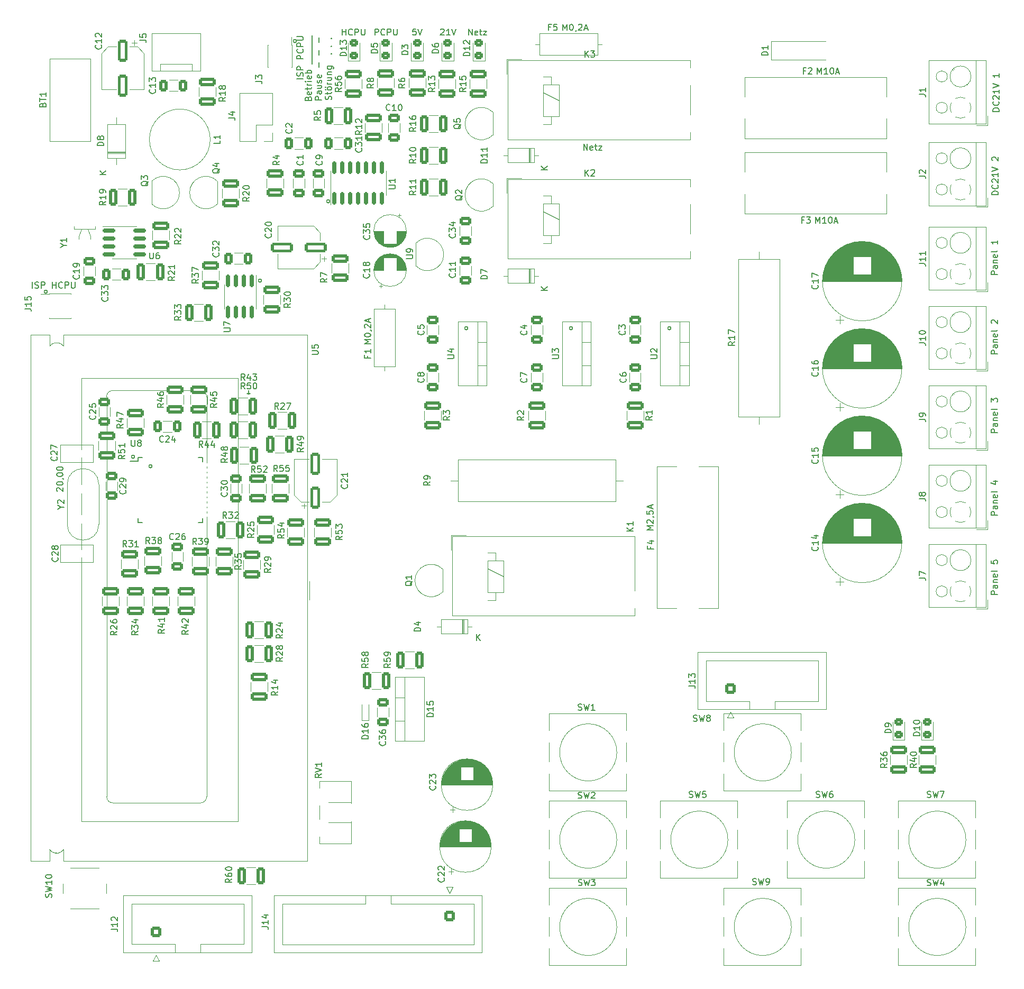
<source format=gbr>
%TF.GenerationSoftware,KiCad,Pcbnew,(6.0.5)*%
%TF.CreationDate,2023-01-24T13:05:23+01:00*%
%TF.ProjectId,Panel,50616e65-6c2e-46b6-9963-61645f706362,rev?*%
%TF.SameCoordinates,Original*%
%TF.FileFunction,Legend,Top*%
%TF.FilePolarity,Positive*%
%FSLAX46Y46*%
G04 Gerber Fmt 4.6, Leading zero omitted, Abs format (unit mm)*
G04 Created by KiCad (PCBNEW (6.0.5)) date 2023-01-24 13:05:23*
%MOMM*%
%LPD*%
G01*
G04 APERTURE LIST*
G04 Aperture macros list*
%AMRoundRect*
0 Rectangle with rounded corners*
0 $1 Rounding radius*
0 $2 $3 $4 $5 $6 $7 $8 $9 X,Y pos of 4 corners*
0 Add a 4 corners polygon primitive as box body*
4,1,4,$2,$3,$4,$5,$6,$7,$8,$9,$2,$3,0*
0 Add four circle primitives for the rounded corners*
1,1,$1+$1,$2,$3*
1,1,$1+$1,$4,$5*
1,1,$1+$1,$6,$7*
1,1,$1+$1,$8,$9*
0 Add four rect primitives between the rounded corners*
20,1,$1+$1,$2,$3,$4,$5,0*
20,1,$1+$1,$4,$5,$6,$7,0*
20,1,$1+$1,$6,$7,$8,$9,0*
20,1,$1+$1,$8,$9,$2,$3,0*%
G04 Aperture macros list end*
%ADD10C,0.150000*%
%ADD11C,0.120000*%
%ADD12C,1.500000*%
%ADD13RoundRect,0.250000X0.400000X1.075000X-0.400000X1.075000X-0.400000X-1.075000X0.400000X-1.075000X0*%
%ADD14R,1.600000X1.600000*%
%ADD15O,1.600000X1.600000*%
%ADD16O,3.048000X1.850000*%
%ADD17C,2.700000*%
%ADD18C,3.000000*%
%ADD19RoundRect,0.250000X-0.650000X0.412500X-0.650000X-0.412500X0.650000X-0.412500X0.650000X0.412500X0*%
%ADD20RoundRect,0.250000X1.075000X-0.400000X1.075000X0.400000X-1.075000X0.400000X-1.075000X-0.400000X0*%
%ADD21C,1.600000*%
%ADD22R,2.500000X2.500000*%
%ADD23C,2.500000*%
%ADD24C,2.400000*%
%ADD25O,2.400000X2.400000*%
%ADD26RoundRect,0.250000X0.650000X-0.412500X0.650000X0.412500X-0.650000X0.412500X-0.650000X-0.412500X0*%
%ADD27RoundRect,0.250000X0.450000X-0.325000X0.450000X0.325000X-0.450000X0.325000X-0.450000X-0.325000X0*%
%ADD28RoundRect,0.250000X-0.400000X-1.075000X0.400000X-1.075000X0.400000X1.075000X-0.400000X1.075000X0*%
%ADD29RoundRect,0.250000X-1.075000X0.400000X-1.075000X-0.400000X1.075000X-0.400000X1.075000X0.400000X0*%
%ADD30R,1.500000X1.050000*%
%ADD31O,1.500000X1.050000*%
%ADD32R,1.500000X0.550000*%
%ADD33R,0.550000X1.500000*%
%ADD34RoundRect,0.250000X0.412500X0.650000X-0.412500X0.650000X-0.412500X-0.650000X0.412500X-0.650000X0*%
%ADD35R,2.400000X2.400000*%
%ADD36R,1.700000X1.700000*%
%ADD37O,1.700000X1.700000*%
%ADD38R,1.730000X2.030000*%
%ADD39O,1.730000X2.030000*%
%ADD40RoundRect,0.250000X0.600000X-0.600000X0.600000X0.600000X-0.600000X0.600000X-0.600000X-0.600000X0*%
%ADD41C,1.700000*%
%ADD42R,2.000000X1.905000*%
%ADD43O,2.000000X1.905000*%
%ADD44R,2.600000X1.800000*%
%ADD45O,2.600000X1.800000*%
%ADD46R,2.400000X0.740000*%
%ADD47RoundRect,0.250000X-0.412500X-0.650000X0.412500X-0.650000X0.412500X0.650000X-0.412500X0.650000X0*%
%ADD48R,0.740000X2.400000*%
%ADD49RoundRect,0.250000X1.500000X0.550000X-1.500000X0.550000X-1.500000X-0.550000X1.500000X-0.550000X0*%
%ADD50C,2.000000*%
%ADD51R,2.200000X2.200000*%
%ADD52O,2.200000X2.200000*%
%ADD53R,3.000000X3.000000*%
%ADD54RoundRect,0.150000X-0.825000X-0.150000X0.825000X-0.150000X0.825000X0.150000X-0.825000X0.150000X0*%
%ADD55C,2.600000*%
%ADD56C,2.340000*%
%ADD57RoundRect,0.150000X0.150000X-0.825000X0.150000X0.825000X-0.150000X0.825000X-0.150000X-0.825000X0*%
%ADD58C,1.000000*%
%ADD59R,3.000000X8.000000*%
%ADD60R,0.600000X1.100000*%
%ADD61RoundRect,0.250000X0.550000X-1.500000X0.550000X1.500000X-0.550000X1.500000X-0.550000X-1.500000X0*%
%ADD62RoundRect,0.250000X-0.550000X1.500000X-0.550000X-1.500000X0.550000X-1.500000X0.550000X1.500000X0*%
%ADD63RoundRect,0.250000X-0.600000X0.600000X-0.600000X-0.600000X0.600000X-0.600000X0.600000X0.600000X0*%
%ADD64O,2.200000X2.800000*%
%ADD65R,3.500000X2.700000*%
%ADD66RoundRect,0.150000X-0.150000X0.825000X-0.150000X-0.825000X0.150000X-0.825000X0.150000X0.825000X0*%
G04 APERTURE END LIST*
D10*
X65024000Y-43942000D02*
G75*
G03*
X65024000Y-43942000I-254000J0D01*
G01*
X87122000Y-64262000D02*
G75*
G03*
X87122000Y-64262000I-254000J0D01*
G01*
X103886000Y-64262000D02*
G75*
G03*
X103886000Y-64262000I-254000J0D01*
G01*
X19812000Y-58420000D02*
G75*
G03*
X19812000Y-58420000I-254000J0D01*
G01*
X52070000Y-74168000D02*
X52070000Y-74803000D01*
X36576000Y-86360000D02*
G75*
G03*
X36576000Y-86360000I-254000J0D01*
G01*
X52070000Y-74803000D02*
X51816000Y-74676000D01*
X52070000Y-74803000D02*
X52324000Y-74676000D01*
X54102000Y-56642000D02*
G75*
G03*
X54102000Y-56642000I-254000J0D01*
G01*
X119634000Y-64262000D02*
G75*
G03*
X119634000Y-64262000I-254000J0D01*
G01*
X33782000Y-84836000D02*
G75*
G03*
X33782000Y-84836000I-254000J0D01*
G01*
X59690000Y-18288000D02*
G75*
G03*
X59690000Y-18288000I-254000J0D01*
G01*
X61564571Y-27471095D02*
X61612190Y-27328238D01*
X61659809Y-27280619D01*
X61755047Y-27233000D01*
X61897904Y-27233000D01*
X61993142Y-27280619D01*
X62040761Y-27328238D01*
X62088380Y-27423476D01*
X62088380Y-27804428D01*
X61088380Y-27804428D01*
X61088380Y-27471095D01*
X61136000Y-27375857D01*
X61183619Y-27328238D01*
X61278857Y-27280619D01*
X61374095Y-27280619D01*
X61469333Y-27328238D01*
X61516952Y-27375857D01*
X61564571Y-27471095D01*
X61564571Y-27804428D01*
X62040761Y-26423476D02*
X62088380Y-26518714D01*
X62088380Y-26709190D01*
X62040761Y-26804428D01*
X61945523Y-26852047D01*
X61564571Y-26852047D01*
X61469333Y-26804428D01*
X61421714Y-26709190D01*
X61421714Y-26518714D01*
X61469333Y-26423476D01*
X61564571Y-26375857D01*
X61659809Y-26375857D01*
X61755047Y-26852047D01*
X61421714Y-26090142D02*
X61421714Y-25709190D01*
X61088380Y-25947285D02*
X61945523Y-25947285D01*
X62040761Y-25899666D01*
X62088380Y-25804428D01*
X62088380Y-25709190D01*
X62088380Y-25375857D02*
X61421714Y-25375857D01*
X61612190Y-25375857D02*
X61516952Y-25328238D01*
X61469333Y-25280619D01*
X61421714Y-25185380D01*
X61421714Y-25090142D01*
X62088380Y-24756809D02*
X61421714Y-24756809D01*
X61088380Y-24756809D02*
X61136000Y-24804428D01*
X61183619Y-24756809D01*
X61136000Y-24709190D01*
X61088380Y-24756809D01*
X61183619Y-24756809D01*
X62040761Y-23899666D02*
X62088380Y-23994904D01*
X62088380Y-24185380D01*
X62040761Y-24280619D01*
X61945523Y-24328238D01*
X61564571Y-24328238D01*
X61469333Y-24280619D01*
X61421714Y-24185380D01*
X61421714Y-23994904D01*
X61469333Y-23899666D01*
X61564571Y-23852047D01*
X61659809Y-23852047D01*
X61755047Y-24328238D01*
X62088380Y-23423476D02*
X61088380Y-23423476D01*
X61469333Y-23423476D02*
X61421714Y-23328238D01*
X61421714Y-23137761D01*
X61469333Y-23042523D01*
X61516952Y-22994904D01*
X61612190Y-22947285D01*
X61897904Y-22947285D01*
X61993142Y-22994904D01*
X62040761Y-23042523D01*
X62088380Y-23137761D01*
X62088380Y-23328238D01*
X62040761Y-23423476D01*
X62183619Y-21994904D02*
X62183619Y-21233000D01*
X62183619Y-21233000D02*
X62183619Y-20471095D01*
X62183619Y-20471095D02*
X62183619Y-19709190D01*
X62183619Y-19709190D02*
X62183619Y-18947285D01*
X62183619Y-18947285D02*
X62183619Y-18185380D01*
X62183619Y-18185380D02*
X62183619Y-17423476D01*
X63698380Y-27733000D02*
X62698380Y-27733000D01*
X62698380Y-27352047D01*
X62746000Y-27256809D01*
X62793619Y-27209190D01*
X62888857Y-27161571D01*
X63031714Y-27161571D01*
X63126952Y-27209190D01*
X63174571Y-27256809D01*
X63222190Y-27352047D01*
X63222190Y-27733000D01*
X63698380Y-26304428D02*
X63174571Y-26304428D01*
X63079333Y-26352047D01*
X63031714Y-26447285D01*
X63031714Y-26637761D01*
X63079333Y-26733000D01*
X63650761Y-26304428D02*
X63698380Y-26399666D01*
X63698380Y-26637761D01*
X63650761Y-26733000D01*
X63555523Y-26780619D01*
X63460285Y-26780619D01*
X63365047Y-26733000D01*
X63317428Y-26637761D01*
X63317428Y-26399666D01*
X63269809Y-26304428D01*
X63031714Y-25399666D02*
X63698380Y-25399666D01*
X63031714Y-25828238D02*
X63555523Y-25828238D01*
X63650761Y-25780619D01*
X63698380Y-25685380D01*
X63698380Y-25542523D01*
X63650761Y-25447285D01*
X63603142Y-25399666D01*
X63650761Y-24971095D02*
X63698380Y-24875857D01*
X63698380Y-24685380D01*
X63650761Y-24590142D01*
X63555523Y-24542523D01*
X63507904Y-24542523D01*
X63412666Y-24590142D01*
X63365047Y-24685380D01*
X63365047Y-24828238D01*
X63317428Y-24923476D01*
X63222190Y-24971095D01*
X63174571Y-24971095D01*
X63079333Y-24923476D01*
X63031714Y-24828238D01*
X63031714Y-24685380D01*
X63079333Y-24590142D01*
X63650761Y-23733000D02*
X63698380Y-23828238D01*
X63698380Y-24018714D01*
X63650761Y-24113952D01*
X63555523Y-24161571D01*
X63174571Y-24161571D01*
X63079333Y-24113952D01*
X63031714Y-24018714D01*
X63031714Y-23828238D01*
X63079333Y-23733000D01*
X63174571Y-23685380D01*
X63269809Y-23685380D01*
X63365047Y-24161571D01*
X63317428Y-22494904D02*
X63317428Y-21733000D01*
X63317428Y-20494904D02*
X63317428Y-19733000D01*
X63317428Y-18494904D02*
X63317428Y-17733000D01*
X65260761Y-27661571D02*
X65308380Y-27518714D01*
X65308380Y-27280619D01*
X65260761Y-27185380D01*
X65213142Y-27137761D01*
X65117904Y-27090142D01*
X65022666Y-27090142D01*
X64927428Y-27137761D01*
X64879809Y-27185380D01*
X64832190Y-27280619D01*
X64784571Y-27471095D01*
X64736952Y-27566333D01*
X64689333Y-27613952D01*
X64594095Y-27661571D01*
X64498857Y-27661571D01*
X64403619Y-27613952D01*
X64356000Y-27566333D01*
X64308380Y-27471095D01*
X64308380Y-27233000D01*
X64356000Y-27090142D01*
X64641714Y-26804428D02*
X64641714Y-26423476D01*
X64308380Y-26661571D02*
X65165523Y-26661571D01*
X65260761Y-26613952D01*
X65308380Y-26518714D01*
X65308380Y-26423476D01*
X65308380Y-25947285D02*
X65260761Y-26042523D01*
X65213142Y-26090142D01*
X65117904Y-26137761D01*
X64832190Y-26137761D01*
X64736952Y-26090142D01*
X64689333Y-26042523D01*
X64641714Y-25947285D01*
X64641714Y-25804428D01*
X64689333Y-25709190D01*
X64736952Y-25661571D01*
X64832190Y-25613952D01*
X65117904Y-25613952D01*
X65213142Y-25661571D01*
X65260761Y-25709190D01*
X65308380Y-25804428D01*
X65308380Y-25947285D01*
X64308380Y-26042523D02*
X64356000Y-25994904D01*
X64403619Y-26042523D01*
X64356000Y-26090142D01*
X64308380Y-26042523D01*
X64403619Y-26042523D01*
X64308380Y-25661571D02*
X64356000Y-25613952D01*
X64403619Y-25661571D01*
X64356000Y-25709190D01*
X64308380Y-25661571D01*
X64403619Y-25661571D01*
X65308380Y-25185380D02*
X64641714Y-25185380D01*
X64832190Y-25185380D02*
X64736952Y-25137761D01*
X64689333Y-25090142D01*
X64641714Y-24994904D01*
X64641714Y-24899666D01*
X64641714Y-24137761D02*
X65308380Y-24137761D01*
X64641714Y-24566333D02*
X65165523Y-24566333D01*
X65260761Y-24518714D01*
X65308380Y-24423476D01*
X65308380Y-24280619D01*
X65260761Y-24185380D01*
X65213142Y-24137761D01*
X64641714Y-23661571D02*
X65308380Y-23661571D01*
X64736952Y-23661571D02*
X64689333Y-23613952D01*
X64641714Y-23518714D01*
X64641714Y-23375857D01*
X64689333Y-23280619D01*
X64784571Y-23233000D01*
X65308380Y-23233000D01*
X64641714Y-22328238D02*
X65451238Y-22328238D01*
X65546476Y-22375857D01*
X65594095Y-22423476D01*
X65641714Y-22518714D01*
X65641714Y-22661571D01*
X65594095Y-22756809D01*
X65260761Y-22328238D02*
X65308380Y-22423476D01*
X65308380Y-22613952D01*
X65260761Y-22709190D01*
X65213142Y-22756809D01*
X65117904Y-22804428D01*
X64832190Y-22804428D01*
X64736952Y-22756809D01*
X64689333Y-22709190D01*
X64641714Y-22613952D01*
X64641714Y-22423476D01*
X64689333Y-22328238D01*
X65213142Y-20328238D02*
X65260761Y-20280619D01*
X65308380Y-20328238D01*
X65260761Y-20375857D01*
X65213142Y-20328238D01*
X65308380Y-20328238D01*
X65213142Y-19090142D02*
X65260761Y-19042523D01*
X65308380Y-19090142D01*
X65260761Y-19137761D01*
X65213142Y-19090142D01*
X65308380Y-19090142D01*
X65213142Y-17852047D02*
X65260761Y-17804428D01*
X65308380Y-17852047D01*
X65260761Y-17899666D01*
X65213142Y-17852047D01*
X65308380Y-17852047D01*
X172156380Y-29543000D02*
X171156380Y-29543000D01*
X171156380Y-29304904D01*
X171204000Y-29162047D01*
X171299238Y-29066809D01*
X171394476Y-29019190D01*
X171584952Y-28971571D01*
X171727809Y-28971571D01*
X171918285Y-29019190D01*
X172013523Y-29066809D01*
X172108761Y-29162047D01*
X172156380Y-29304904D01*
X172156380Y-29543000D01*
X172061142Y-27971571D02*
X172108761Y-28019190D01*
X172156380Y-28162047D01*
X172156380Y-28257285D01*
X172108761Y-28400142D01*
X172013523Y-28495380D01*
X171918285Y-28543000D01*
X171727809Y-28590619D01*
X171584952Y-28590619D01*
X171394476Y-28543000D01*
X171299238Y-28495380D01*
X171204000Y-28400142D01*
X171156380Y-28257285D01*
X171156380Y-28162047D01*
X171204000Y-28019190D01*
X171251619Y-27971571D01*
X171251619Y-27590619D02*
X171204000Y-27543000D01*
X171156380Y-27447761D01*
X171156380Y-27209666D01*
X171204000Y-27114428D01*
X171251619Y-27066809D01*
X171346857Y-27019190D01*
X171442095Y-27019190D01*
X171584952Y-27066809D01*
X172156380Y-27638238D01*
X172156380Y-27019190D01*
X172156380Y-26066809D02*
X172156380Y-26638238D01*
X172156380Y-26352523D02*
X171156380Y-26352523D01*
X171299238Y-26447761D01*
X171394476Y-26543000D01*
X171442095Y-26638238D01*
X171156380Y-25781095D02*
X172156380Y-25447761D01*
X171156380Y-25114428D01*
X172156380Y-23495380D02*
X172156380Y-24066809D01*
X172156380Y-23781095D02*
X171156380Y-23781095D01*
X171299238Y-23876333D01*
X171394476Y-23971571D01*
X171442095Y-24066809D01*
X116784380Y-96567380D02*
X115784380Y-96567380D01*
X116498666Y-96234047D01*
X115784380Y-95900714D01*
X116784380Y-95900714D01*
X115879619Y-95472142D02*
X115832000Y-95424523D01*
X115784380Y-95329285D01*
X115784380Y-95091190D01*
X115832000Y-94995952D01*
X115879619Y-94948333D01*
X115974857Y-94900714D01*
X116070095Y-94900714D01*
X116212952Y-94948333D01*
X116784380Y-95519761D01*
X116784380Y-94900714D01*
X116736761Y-94424523D02*
X116784380Y-94424523D01*
X116879619Y-94472142D01*
X116927238Y-94519761D01*
X115784380Y-93519761D02*
X115784380Y-93995952D01*
X116260571Y-94043571D01*
X116212952Y-93995952D01*
X116165333Y-93900714D01*
X116165333Y-93662619D01*
X116212952Y-93567380D01*
X116260571Y-93519761D01*
X116355809Y-93472142D01*
X116593904Y-93472142D01*
X116689142Y-93519761D01*
X116736761Y-93567380D01*
X116784380Y-93662619D01*
X116784380Y-93900714D01*
X116736761Y-93995952D01*
X116689142Y-94043571D01*
X116498666Y-93091190D02*
X116498666Y-92615000D01*
X116784380Y-93186428D02*
X115784380Y-92853095D01*
X116784380Y-92519761D01*
X105681638Y-35758380D02*
X105681638Y-34758380D01*
X106253066Y-35758380D01*
X106253066Y-34758380D01*
X107110209Y-35710761D02*
X107014971Y-35758380D01*
X106824495Y-35758380D01*
X106729257Y-35710761D01*
X106681638Y-35615523D01*
X106681638Y-35234571D01*
X106729257Y-35139333D01*
X106824495Y-35091714D01*
X107014971Y-35091714D01*
X107110209Y-35139333D01*
X107157828Y-35234571D01*
X107157828Y-35329809D01*
X106681638Y-35425047D01*
X107443542Y-35091714D02*
X107824495Y-35091714D01*
X107586400Y-34758380D02*
X107586400Y-35615523D01*
X107634019Y-35710761D01*
X107729257Y-35758380D01*
X107824495Y-35758380D01*
X108062590Y-35091714D02*
X108586400Y-35091714D01*
X108062590Y-35758380D01*
X108586400Y-35758380D01*
X171902380Y-68373285D02*
X170902380Y-68373285D01*
X170902380Y-67992333D01*
X170950000Y-67897095D01*
X170997619Y-67849476D01*
X171092857Y-67801857D01*
X171235714Y-67801857D01*
X171330952Y-67849476D01*
X171378571Y-67897095D01*
X171426190Y-67992333D01*
X171426190Y-68373285D01*
X171902380Y-66944714D02*
X171378571Y-66944714D01*
X171283333Y-66992333D01*
X171235714Y-67087571D01*
X171235714Y-67278047D01*
X171283333Y-67373285D01*
X171854761Y-66944714D02*
X171902380Y-67039952D01*
X171902380Y-67278047D01*
X171854761Y-67373285D01*
X171759523Y-67420904D01*
X171664285Y-67420904D01*
X171569047Y-67373285D01*
X171521428Y-67278047D01*
X171521428Y-67039952D01*
X171473809Y-66944714D01*
X171235714Y-66468523D02*
X171902380Y-66468523D01*
X171330952Y-66468523D02*
X171283333Y-66420904D01*
X171235714Y-66325666D01*
X171235714Y-66182809D01*
X171283333Y-66087571D01*
X171378571Y-66039952D01*
X171902380Y-66039952D01*
X171854761Y-65182809D02*
X171902380Y-65278047D01*
X171902380Y-65468523D01*
X171854761Y-65563761D01*
X171759523Y-65611380D01*
X171378571Y-65611380D01*
X171283333Y-65563761D01*
X171235714Y-65468523D01*
X171235714Y-65278047D01*
X171283333Y-65182809D01*
X171378571Y-65135190D01*
X171473809Y-65135190D01*
X171569047Y-65611380D01*
X171902380Y-64563761D02*
X171854761Y-64659000D01*
X171759523Y-64706619D01*
X170902380Y-64706619D01*
X170997619Y-63468523D02*
X170950000Y-63420904D01*
X170902380Y-63325666D01*
X170902380Y-63087571D01*
X170950000Y-62992333D01*
X170997619Y-62944714D01*
X171092857Y-62897095D01*
X171188095Y-62897095D01*
X171330952Y-62944714D01*
X171902380Y-63516142D01*
X171902380Y-62897095D01*
X171902380Y-94154285D02*
X170902380Y-94154285D01*
X170902380Y-93773333D01*
X170950000Y-93678095D01*
X170997619Y-93630476D01*
X171092857Y-93582857D01*
X171235714Y-93582857D01*
X171330952Y-93630476D01*
X171378571Y-93678095D01*
X171426190Y-93773333D01*
X171426190Y-94154285D01*
X171902380Y-92725714D02*
X171378571Y-92725714D01*
X171283333Y-92773333D01*
X171235714Y-92868571D01*
X171235714Y-93059047D01*
X171283333Y-93154285D01*
X171854761Y-92725714D02*
X171902380Y-92820952D01*
X171902380Y-93059047D01*
X171854761Y-93154285D01*
X171759523Y-93201904D01*
X171664285Y-93201904D01*
X171569047Y-93154285D01*
X171521428Y-93059047D01*
X171521428Y-92820952D01*
X171473809Y-92725714D01*
X171235714Y-92249523D02*
X171902380Y-92249523D01*
X171330952Y-92249523D02*
X171283333Y-92201904D01*
X171235714Y-92106666D01*
X171235714Y-91963809D01*
X171283333Y-91868571D01*
X171378571Y-91820952D01*
X171902380Y-91820952D01*
X171854761Y-90963809D02*
X171902380Y-91059047D01*
X171902380Y-91249523D01*
X171854761Y-91344761D01*
X171759523Y-91392380D01*
X171378571Y-91392380D01*
X171283333Y-91344761D01*
X171235714Y-91249523D01*
X171235714Y-91059047D01*
X171283333Y-90963809D01*
X171378571Y-90916190D01*
X171473809Y-90916190D01*
X171569047Y-91392380D01*
X171902380Y-90344761D02*
X171854761Y-90440000D01*
X171759523Y-90487619D01*
X170902380Y-90487619D01*
X171235714Y-88773333D02*
X171902380Y-88773333D01*
X170854761Y-89011428D02*
X171569047Y-89249523D01*
X171569047Y-88630476D01*
X78803523Y-16343380D02*
X78327333Y-16343380D01*
X78279714Y-16819571D01*
X78327333Y-16771952D01*
X78422571Y-16724333D01*
X78660666Y-16724333D01*
X78755904Y-16771952D01*
X78803523Y-16819571D01*
X78851142Y-16914809D01*
X78851142Y-17152904D01*
X78803523Y-17248142D01*
X78755904Y-17295761D01*
X78660666Y-17343380D01*
X78422571Y-17343380D01*
X78327333Y-17295761D01*
X78279714Y-17248142D01*
X79136857Y-16343380D02*
X79470190Y-17343380D01*
X79803523Y-16343380D01*
X142811714Y-47442380D02*
X142811714Y-46442380D01*
X143145047Y-47156666D01*
X143478380Y-46442380D01*
X143478380Y-47442380D01*
X144478380Y-47442380D02*
X143906952Y-47442380D01*
X144192666Y-47442380D02*
X144192666Y-46442380D01*
X144097428Y-46585238D01*
X144002190Y-46680476D01*
X143906952Y-46728095D01*
X145097428Y-46442380D02*
X145192666Y-46442380D01*
X145287904Y-46490000D01*
X145335523Y-46537619D01*
X145383142Y-46632857D01*
X145430761Y-46823333D01*
X145430761Y-47061428D01*
X145383142Y-47251904D01*
X145335523Y-47347142D01*
X145287904Y-47394761D01*
X145192666Y-47442380D01*
X145097428Y-47442380D01*
X145002190Y-47394761D01*
X144954571Y-47347142D01*
X144906952Y-47251904D01*
X144859333Y-47061428D01*
X144859333Y-46823333D01*
X144906952Y-46632857D01*
X144954571Y-46537619D01*
X145002190Y-46490000D01*
X145097428Y-46442380D01*
X145811714Y-47156666D02*
X146287904Y-47156666D01*
X145716476Y-47442380D02*
X146049809Y-46442380D01*
X146383142Y-47442380D01*
X60777380Y-24335952D02*
X59777380Y-24335952D01*
X60729761Y-23907380D02*
X60777380Y-23764523D01*
X60777380Y-23526428D01*
X60729761Y-23431190D01*
X60682142Y-23383571D01*
X60586904Y-23335952D01*
X60491666Y-23335952D01*
X60396428Y-23383571D01*
X60348809Y-23431190D01*
X60301190Y-23526428D01*
X60253571Y-23716904D01*
X60205952Y-23812142D01*
X60158333Y-23859761D01*
X60063095Y-23907380D01*
X59967857Y-23907380D01*
X59872619Y-23859761D01*
X59825000Y-23812142D01*
X59777380Y-23716904D01*
X59777380Y-23478809D01*
X59825000Y-23335952D01*
X60777380Y-22907380D02*
X59777380Y-22907380D01*
X59777380Y-22526428D01*
X59825000Y-22431190D01*
X59872619Y-22383571D01*
X59967857Y-22335952D01*
X60110714Y-22335952D01*
X60205952Y-22383571D01*
X60253571Y-22431190D01*
X60301190Y-22526428D01*
X60301190Y-22907380D01*
X60777380Y-21145476D02*
X59777380Y-21145476D01*
X59777380Y-20764523D01*
X59825000Y-20669285D01*
X59872619Y-20621666D01*
X59967857Y-20574047D01*
X60110714Y-20574047D01*
X60205952Y-20621666D01*
X60253571Y-20669285D01*
X60301190Y-20764523D01*
X60301190Y-21145476D01*
X60682142Y-19574047D02*
X60729761Y-19621666D01*
X60777380Y-19764523D01*
X60777380Y-19859761D01*
X60729761Y-20002619D01*
X60634523Y-20097857D01*
X60539285Y-20145476D01*
X60348809Y-20193095D01*
X60205952Y-20193095D01*
X60015476Y-20145476D01*
X59920238Y-20097857D01*
X59825000Y-20002619D01*
X59777380Y-19859761D01*
X59777380Y-19764523D01*
X59825000Y-19621666D01*
X59872619Y-19574047D01*
X60777380Y-19145476D02*
X59777380Y-19145476D01*
X59777380Y-18764523D01*
X59825000Y-18669285D01*
X59872619Y-18621666D01*
X59967857Y-18574047D01*
X60110714Y-18574047D01*
X60205952Y-18621666D01*
X60253571Y-18669285D01*
X60301190Y-18764523D01*
X60301190Y-19145476D01*
X59777380Y-18145476D02*
X60586904Y-18145476D01*
X60682142Y-18097857D01*
X60729761Y-18050238D01*
X60777380Y-17955000D01*
X60777380Y-17764523D01*
X60729761Y-17669285D01*
X60682142Y-17621666D01*
X60586904Y-17574047D01*
X59777380Y-17574047D01*
X143065714Y-23566380D02*
X143065714Y-22566380D01*
X143399047Y-23280666D01*
X143732380Y-22566380D01*
X143732380Y-23566380D01*
X144732380Y-23566380D02*
X144160952Y-23566380D01*
X144446666Y-23566380D02*
X144446666Y-22566380D01*
X144351428Y-22709238D01*
X144256190Y-22804476D01*
X144160952Y-22852095D01*
X145351428Y-22566380D02*
X145446666Y-22566380D01*
X145541904Y-22614000D01*
X145589523Y-22661619D01*
X145637142Y-22756857D01*
X145684761Y-22947333D01*
X145684761Y-23185428D01*
X145637142Y-23375904D01*
X145589523Y-23471142D01*
X145541904Y-23518761D01*
X145446666Y-23566380D01*
X145351428Y-23566380D01*
X145256190Y-23518761D01*
X145208571Y-23471142D01*
X145160952Y-23375904D01*
X145113333Y-23185428D01*
X145113333Y-22947333D01*
X145160952Y-22756857D01*
X145208571Y-22661619D01*
X145256190Y-22614000D01*
X145351428Y-22566380D01*
X146065714Y-23280666D02*
X146541904Y-23280666D01*
X145970476Y-23566380D02*
X146303809Y-22566380D01*
X146637142Y-23566380D01*
X87241238Y-17343380D02*
X87241238Y-16343380D01*
X87812666Y-17343380D01*
X87812666Y-16343380D01*
X88669809Y-17295761D02*
X88574571Y-17343380D01*
X88384095Y-17343380D01*
X88288857Y-17295761D01*
X88241238Y-17200523D01*
X88241238Y-16819571D01*
X88288857Y-16724333D01*
X88384095Y-16676714D01*
X88574571Y-16676714D01*
X88669809Y-16724333D01*
X88717428Y-16819571D01*
X88717428Y-16914809D01*
X88241238Y-17010047D01*
X89003142Y-16676714D02*
X89384095Y-16676714D01*
X89146000Y-16343380D02*
X89146000Y-17200523D01*
X89193619Y-17295761D01*
X89288857Y-17343380D01*
X89384095Y-17343380D01*
X89622190Y-16676714D02*
X90146000Y-16676714D01*
X89622190Y-17343380D01*
X90146000Y-17343380D01*
X171902380Y-80946285D02*
X170902380Y-80946285D01*
X170902380Y-80565333D01*
X170950000Y-80470095D01*
X170997619Y-80422476D01*
X171092857Y-80374857D01*
X171235714Y-80374857D01*
X171330952Y-80422476D01*
X171378571Y-80470095D01*
X171426190Y-80565333D01*
X171426190Y-80946285D01*
X171902380Y-79517714D02*
X171378571Y-79517714D01*
X171283333Y-79565333D01*
X171235714Y-79660571D01*
X171235714Y-79851047D01*
X171283333Y-79946285D01*
X171854761Y-79517714D02*
X171902380Y-79612952D01*
X171902380Y-79851047D01*
X171854761Y-79946285D01*
X171759523Y-79993904D01*
X171664285Y-79993904D01*
X171569047Y-79946285D01*
X171521428Y-79851047D01*
X171521428Y-79612952D01*
X171473809Y-79517714D01*
X171235714Y-79041523D02*
X171902380Y-79041523D01*
X171330952Y-79041523D02*
X171283333Y-78993904D01*
X171235714Y-78898666D01*
X171235714Y-78755809D01*
X171283333Y-78660571D01*
X171378571Y-78612952D01*
X171902380Y-78612952D01*
X171854761Y-77755809D02*
X171902380Y-77851047D01*
X171902380Y-78041523D01*
X171854761Y-78136761D01*
X171759523Y-78184380D01*
X171378571Y-78184380D01*
X171283333Y-78136761D01*
X171235714Y-78041523D01*
X171235714Y-77851047D01*
X171283333Y-77755809D01*
X171378571Y-77708190D01*
X171473809Y-77708190D01*
X171569047Y-78184380D01*
X171902380Y-77136761D02*
X171854761Y-77232000D01*
X171759523Y-77279619D01*
X170902380Y-77279619D01*
X170902380Y-76089142D02*
X170902380Y-75470095D01*
X171283333Y-75803428D01*
X171283333Y-75660571D01*
X171330952Y-75565333D01*
X171378571Y-75517714D01*
X171473809Y-75470095D01*
X171711904Y-75470095D01*
X171807142Y-75517714D01*
X171854761Y-75565333D01*
X171902380Y-75660571D01*
X171902380Y-75946285D01*
X171854761Y-76041523D01*
X171807142Y-76089142D01*
X171902380Y-55673285D02*
X170902380Y-55673285D01*
X170902380Y-55292333D01*
X170950000Y-55197095D01*
X170997619Y-55149476D01*
X171092857Y-55101857D01*
X171235714Y-55101857D01*
X171330952Y-55149476D01*
X171378571Y-55197095D01*
X171426190Y-55292333D01*
X171426190Y-55673285D01*
X171902380Y-54244714D02*
X171378571Y-54244714D01*
X171283333Y-54292333D01*
X171235714Y-54387571D01*
X171235714Y-54578047D01*
X171283333Y-54673285D01*
X171854761Y-54244714D02*
X171902380Y-54339952D01*
X171902380Y-54578047D01*
X171854761Y-54673285D01*
X171759523Y-54720904D01*
X171664285Y-54720904D01*
X171569047Y-54673285D01*
X171521428Y-54578047D01*
X171521428Y-54339952D01*
X171473809Y-54244714D01*
X171235714Y-53768523D02*
X171902380Y-53768523D01*
X171330952Y-53768523D02*
X171283333Y-53720904D01*
X171235714Y-53625666D01*
X171235714Y-53482809D01*
X171283333Y-53387571D01*
X171378571Y-53339952D01*
X171902380Y-53339952D01*
X171854761Y-52482809D02*
X171902380Y-52578047D01*
X171902380Y-52768523D01*
X171854761Y-52863761D01*
X171759523Y-52911380D01*
X171378571Y-52911380D01*
X171283333Y-52863761D01*
X171235714Y-52768523D01*
X171235714Y-52578047D01*
X171283333Y-52482809D01*
X171378571Y-52435190D01*
X171473809Y-52435190D01*
X171569047Y-52911380D01*
X171902380Y-51863761D02*
X171854761Y-51959000D01*
X171759523Y-52006619D01*
X170902380Y-52006619D01*
X171902380Y-50197095D02*
X171902380Y-50768523D01*
X171902380Y-50482809D02*
X170902380Y-50482809D01*
X171045238Y-50578047D01*
X171140476Y-50673285D01*
X171188095Y-50768523D01*
X102314619Y-16581380D02*
X102314619Y-15581380D01*
X102647952Y-16295666D01*
X102981285Y-15581380D01*
X102981285Y-16581380D01*
X103647952Y-15581380D02*
X103743190Y-15581380D01*
X103838428Y-15629000D01*
X103886047Y-15676619D01*
X103933666Y-15771857D01*
X103981285Y-15962333D01*
X103981285Y-16200428D01*
X103933666Y-16390904D01*
X103886047Y-16486142D01*
X103838428Y-16533761D01*
X103743190Y-16581380D01*
X103647952Y-16581380D01*
X103552714Y-16533761D01*
X103505095Y-16486142D01*
X103457476Y-16390904D01*
X103409857Y-16200428D01*
X103409857Y-15962333D01*
X103457476Y-15771857D01*
X103505095Y-15676619D01*
X103552714Y-15629000D01*
X103647952Y-15581380D01*
X104457476Y-16533761D02*
X104457476Y-16581380D01*
X104409857Y-16676619D01*
X104362238Y-16724238D01*
X104838428Y-15676619D02*
X104886047Y-15629000D01*
X104981285Y-15581380D01*
X105219380Y-15581380D01*
X105314619Y-15629000D01*
X105362238Y-15676619D01*
X105409857Y-15771857D01*
X105409857Y-15867095D01*
X105362238Y-16009952D01*
X104790809Y-16581380D01*
X105409857Y-16581380D01*
X105790809Y-16295666D02*
X106267000Y-16295666D01*
X105695571Y-16581380D02*
X106028904Y-15581380D01*
X106362238Y-16581380D01*
X67024476Y-17343380D02*
X67024476Y-16343380D01*
X67024476Y-16819571D02*
X67595904Y-16819571D01*
X67595904Y-17343380D02*
X67595904Y-16343380D01*
X68643523Y-17248142D02*
X68595904Y-17295761D01*
X68453047Y-17343380D01*
X68357809Y-17343380D01*
X68214952Y-17295761D01*
X68119714Y-17200523D01*
X68072095Y-17105285D01*
X68024476Y-16914809D01*
X68024476Y-16771952D01*
X68072095Y-16581476D01*
X68119714Y-16486238D01*
X68214952Y-16391000D01*
X68357809Y-16343380D01*
X68453047Y-16343380D01*
X68595904Y-16391000D01*
X68643523Y-16438619D01*
X69072095Y-17343380D02*
X69072095Y-16343380D01*
X69453047Y-16343380D01*
X69548285Y-16391000D01*
X69595904Y-16438619D01*
X69643523Y-16533857D01*
X69643523Y-16676714D01*
X69595904Y-16771952D01*
X69548285Y-16819571D01*
X69453047Y-16867190D01*
X69072095Y-16867190D01*
X70072095Y-16343380D02*
X70072095Y-17152904D01*
X70119714Y-17248142D01*
X70167333Y-17295761D01*
X70262571Y-17343380D01*
X70453047Y-17343380D01*
X70548285Y-17295761D01*
X70595904Y-17248142D01*
X70643523Y-17152904D01*
X70643523Y-16343380D01*
X171902380Y-106854285D02*
X170902380Y-106854285D01*
X170902380Y-106473333D01*
X170950000Y-106378095D01*
X170997619Y-106330476D01*
X171092857Y-106282857D01*
X171235714Y-106282857D01*
X171330952Y-106330476D01*
X171378571Y-106378095D01*
X171426190Y-106473333D01*
X171426190Y-106854285D01*
X171902380Y-105425714D02*
X171378571Y-105425714D01*
X171283333Y-105473333D01*
X171235714Y-105568571D01*
X171235714Y-105759047D01*
X171283333Y-105854285D01*
X171854761Y-105425714D02*
X171902380Y-105520952D01*
X171902380Y-105759047D01*
X171854761Y-105854285D01*
X171759523Y-105901904D01*
X171664285Y-105901904D01*
X171569047Y-105854285D01*
X171521428Y-105759047D01*
X171521428Y-105520952D01*
X171473809Y-105425714D01*
X171235714Y-104949523D02*
X171902380Y-104949523D01*
X171330952Y-104949523D02*
X171283333Y-104901904D01*
X171235714Y-104806666D01*
X171235714Y-104663809D01*
X171283333Y-104568571D01*
X171378571Y-104520952D01*
X171902380Y-104520952D01*
X171854761Y-103663809D02*
X171902380Y-103759047D01*
X171902380Y-103949523D01*
X171854761Y-104044761D01*
X171759523Y-104092380D01*
X171378571Y-104092380D01*
X171283333Y-104044761D01*
X171235714Y-103949523D01*
X171235714Y-103759047D01*
X171283333Y-103663809D01*
X171378571Y-103616190D01*
X171473809Y-103616190D01*
X171569047Y-104092380D01*
X171902380Y-103044761D02*
X171854761Y-103140000D01*
X171759523Y-103187619D01*
X170902380Y-103187619D01*
X170902380Y-101425714D02*
X170902380Y-101901904D01*
X171378571Y-101949523D01*
X171330952Y-101901904D01*
X171283333Y-101806666D01*
X171283333Y-101568571D01*
X171330952Y-101473333D01*
X171378571Y-101425714D01*
X171473809Y-101378095D01*
X171711904Y-101378095D01*
X171807142Y-101425714D01*
X171854761Y-101473333D01*
X171902380Y-101568571D01*
X171902380Y-101806666D01*
X171854761Y-101901904D01*
X171807142Y-101949523D01*
X172029380Y-42878000D02*
X171029380Y-42878000D01*
X171029380Y-42639904D01*
X171077000Y-42497047D01*
X171172238Y-42401809D01*
X171267476Y-42354190D01*
X171457952Y-42306571D01*
X171600809Y-42306571D01*
X171791285Y-42354190D01*
X171886523Y-42401809D01*
X171981761Y-42497047D01*
X172029380Y-42639904D01*
X172029380Y-42878000D01*
X171934142Y-41306571D02*
X171981761Y-41354190D01*
X172029380Y-41497047D01*
X172029380Y-41592285D01*
X171981761Y-41735142D01*
X171886523Y-41830380D01*
X171791285Y-41878000D01*
X171600809Y-41925619D01*
X171457952Y-41925619D01*
X171267476Y-41878000D01*
X171172238Y-41830380D01*
X171077000Y-41735142D01*
X171029380Y-41592285D01*
X171029380Y-41497047D01*
X171077000Y-41354190D01*
X171124619Y-41306571D01*
X171124619Y-40925619D02*
X171077000Y-40878000D01*
X171029380Y-40782761D01*
X171029380Y-40544666D01*
X171077000Y-40449428D01*
X171124619Y-40401809D01*
X171219857Y-40354190D01*
X171315095Y-40354190D01*
X171457952Y-40401809D01*
X172029380Y-40973238D01*
X172029380Y-40354190D01*
X172029380Y-39401809D02*
X172029380Y-39973238D01*
X172029380Y-39687523D02*
X171029380Y-39687523D01*
X171172238Y-39782761D01*
X171267476Y-39878000D01*
X171315095Y-39973238D01*
X171029380Y-39116095D02*
X172029380Y-38782761D01*
X171029380Y-38449428D01*
X171124619Y-37401809D02*
X171077000Y-37354190D01*
X171029380Y-37258952D01*
X171029380Y-37020857D01*
X171077000Y-36925619D01*
X171124619Y-36878000D01*
X171219857Y-36830380D01*
X171315095Y-36830380D01*
X171457952Y-36878000D01*
X172029380Y-37449428D01*
X172029380Y-36830380D01*
X17423238Y-57856380D02*
X17423238Y-56856380D01*
X17851809Y-57808761D02*
X17994666Y-57856380D01*
X18232761Y-57856380D01*
X18328000Y-57808761D01*
X18375619Y-57761142D01*
X18423238Y-57665904D01*
X18423238Y-57570666D01*
X18375619Y-57475428D01*
X18328000Y-57427809D01*
X18232761Y-57380190D01*
X18042285Y-57332571D01*
X17947047Y-57284952D01*
X17899428Y-57237333D01*
X17851809Y-57142095D01*
X17851809Y-57046857D01*
X17899428Y-56951619D01*
X17947047Y-56904000D01*
X18042285Y-56856380D01*
X18280380Y-56856380D01*
X18423238Y-56904000D01*
X18851809Y-57856380D02*
X18851809Y-56856380D01*
X19232761Y-56856380D01*
X19328000Y-56904000D01*
X19375619Y-56951619D01*
X19423238Y-57046857D01*
X19423238Y-57189714D01*
X19375619Y-57284952D01*
X19328000Y-57332571D01*
X19232761Y-57380190D01*
X18851809Y-57380190D01*
X20613714Y-57856380D02*
X20613714Y-56856380D01*
X20613714Y-57332571D02*
X21185142Y-57332571D01*
X21185142Y-57856380D02*
X21185142Y-56856380D01*
X22232761Y-57761142D02*
X22185142Y-57808761D01*
X22042285Y-57856380D01*
X21947047Y-57856380D01*
X21804190Y-57808761D01*
X21708952Y-57713523D01*
X21661333Y-57618285D01*
X21613714Y-57427809D01*
X21613714Y-57284952D01*
X21661333Y-57094476D01*
X21708952Y-56999238D01*
X21804190Y-56904000D01*
X21947047Y-56856380D01*
X22042285Y-56856380D01*
X22185142Y-56904000D01*
X22232761Y-56951619D01*
X22661333Y-57856380D02*
X22661333Y-56856380D01*
X23042285Y-56856380D01*
X23137523Y-56904000D01*
X23185142Y-56951619D01*
X23232761Y-57046857D01*
X23232761Y-57189714D01*
X23185142Y-57284952D01*
X23137523Y-57332571D01*
X23042285Y-57380190D01*
X22661333Y-57380190D01*
X23661333Y-56856380D02*
X23661333Y-57665904D01*
X23708952Y-57761142D01*
X23756571Y-57808761D01*
X23851809Y-57856380D01*
X24042285Y-57856380D01*
X24137523Y-57808761D01*
X24185142Y-57761142D01*
X24232761Y-57665904D01*
X24232761Y-56856380D01*
X71572380Y-66722380D02*
X70572380Y-66722380D01*
X71286666Y-66389047D01*
X70572380Y-66055714D01*
X71572380Y-66055714D01*
X70572380Y-65389047D02*
X70572380Y-65293809D01*
X70620000Y-65198571D01*
X70667619Y-65150952D01*
X70762857Y-65103333D01*
X70953333Y-65055714D01*
X71191428Y-65055714D01*
X71381904Y-65103333D01*
X71477142Y-65150952D01*
X71524761Y-65198571D01*
X71572380Y-65293809D01*
X71572380Y-65389047D01*
X71524761Y-65484285D01*
X71477142Y-65531904D01*
X71381904Y-65579523D01*
X71191428Y-65627142D01*
X70953333Y-65627142D01*
X70762857Y-65579523D01*
X70667619Y-65531904D01*
X70620000Y-65484285D01*
X70572380Y-65389047D01*
X71524761Y-64579523D02*
X71572380Y-64579523D01*
X71667619Y-64627142D01*
X71715238Y-64674761D01*
X70667619Y-64198571D02*
X70620000Y-64150952D01*
X70572380Y-64055714D01*
X70572380Y-63817619D01*
X70620000Y-63722380D01*
X70667619Y-63674761D01*
X70762857Y-63627142D01*
X70858095Y-63627142D01*
X71000952Y-63674761D01*
X71572380Y-64246190D01*
X71572380Y-63627142D01*
X71286666Y-63246190D02*
X71286666Y-62770000D01*
X71572380Y-63341428D02*
X70572380Y-63008095D01*
X71572380Y-62674761D01*
X21391619Y-90344380D02*
X21344000Y-90296761D01*
X21296380Y-90201523D01*
X21296380Y-89963428D01*
X21344000Y-89868190D01*
X21391619Y-89820571D01*
X21486857Y-89772952D01*
X21582095Y-89772952D01*
X21724952Y-89820571D01*
X22296380Y-90392000D01*
X22296380Y-89772952D01*
X21296380Y-89153904D02*
X21296380Y-89058666D01*
X21344000Y-88963428D01*
X21391619Y-88915809D01*
X21486857Y-88868190D01*
X21677333Y-88820571D01*
X21915428Y-88820571D01*
X22105904Y-88868190D01*
X22201142Y-88915809D01*
X22248761Y-88963428D01*
X22296380Y-89058666D01*
X22296380Y-89153904D01*
X22248761Y-89249142D01*
X22201142Y-89296761D01*
X22105904Y-89344380D01*
X21915428Y-89392000D01*
X21677333Y-89392000D01*
X21486857Y-89344380D01*
X21391619Y-89296761D01*
X21344000Y-89249142D01*
X21296380Y-89153904D01*
X22248761Y-88344380D02*
X22296380Y-88344380D01*
X22391619Y-88392000D01*
X22439238Y-88439619D01*
X21296380Y-87725333D02*
X21296380Y-87630095D01*
X21344000Y-87534857D01*
X21391619Y-87487238D01*
X21486857Y-87439619D01*
X21677333Y-87392000D01*
X21915428Y-87392000D01*
X22105904Y-87439619D01*
X22201142Y-87487238D01*
X22248761Y-87534857D01*
X22296380Y-87630095D01*
X22296380Y-87725333D01*
X22248761Y-87820571D01*
X22201142Y-87868190D01*
X22105904Y-87915809D01*
X21915428Y-87963428D01*
X21677333Y-87963428D01*
X21486857Y-87915809D01*
X21391619Y-87868190D01*
X21344000Y-87820571D01*
X21296380Y-87725333D01*
X21296380Y-86772952D02*
X21296380Y-86677714D01*
X21344000Y-86582476D01*
X21391619Y-86534857D01*
X21486857Y-86487238D01*
X21677333Y-86439619D01*
X21915428Y-86439619D01*
X22105904Y-86487238D01*
X22201142Y-86534857D01*
X22248761Y-86582476D01*
X22296380Y-86677714D01*
X22296380Y-86772952D01*
X22248761Y-86868190D01*
X22201142Y-86915809D01*
X22105904Y-86963428D01*
X21915428Y-87011047D01*
X21677333Y-87011047D01*
X21486857Y-86963428D01*
X21391619Y-86915809D01*
X21344000Y-86868190D01*
X21296380Y-86772952D01*
X72255285Y-17343380D02*
X72255285Y-16343380D01*
X72636238Y-16343380D01*
X72731476Y-16391000D01*
X72779095Y-16438619D01*
X72826714Y-16533857D01*
X72826714Y-16676714D01*
X72779095Y-16771952D01*
X72731476Y-16819571D01*
X72636238Y-16867190D01*
X72255285Y-16867190D01*
X73826714Y-17248142D02*
X73779095Y-17295761D01*
X73636238Y-17343380D01*
X73541000Y-17343380D01*
X73398142Y-17295761D01*
X73302904Y-17200523D01*
X73255285Y-17105285D01*
X73207666Y-16914809D01*
X73207666Y-16771952D01*
X73255285Y-16581476D01*
X73302904Y-16486238D01*
X73398142Y-16391000D01*
X73541000Y-16343380D01*
X73636238Y-16343380D01*
X73779095Y-16391000D01*
X73826714Y-16438619D01*
X74255285Y-17343380D02*
X74255285Y-16343380D01*
X74636238Y-16343380D01*
X74731476Y-16391000D01*
X74779095Y-16438619D01*
X74826714Y-16533857D01*
X74826714Y-16676714D01*
X74779095Y-16771952D01*
X74731476Y-16819571D01*
X74636238Y-16867190D01*
X74255285Y-16867190D01*
X75255285Y-16343380D02*
X75255285Y-17152904D01*
X75302904Y-17248142D01*
X75350523Y-17295761D01*
X75445761Y-17343380D01*
X75636238Y-17343380D01*
X75731476Y-17295761D01*
X75779095Y-17248142D01*
X75826714Y-17152904D01*
X75826714Y-16343380D01*
X82756523Y-16438619D02*
X82804142Y-16391000D01*
X82899380Y-16343380D01*
X83137476Y-16343380D01*
X83232714Y-16391000D01*
X83280333Y-16438619D01*
X83327952Y-16533857D01*
X83327952Y-16629095D01*
X83280333Y-16771952D01*
X82708904Y-17343380D01*
X83327952Y-17343380D01*
X84280333Y-17343380D02*
X83708904Y-17343380D01*
X83994619Y-17343380D02*
X83994619Y-16343380D01*
X83899380Y-16486238D01*
X83804142Y-16581476D01*
X83708904Y-16629095D01*
X84566047Y-16343380D02*
X84899380Y-17343380D01*
X85232714Y-16343380D01*
%TO.C,Y2*%
X21978190Y-92923190D02*
X22454380Y-92923190D01*
X21454380Y-93256523D02*
X21978190Y-92923190D01*
X21454380Y-92589857D01*
X21549619Y-92304142D02*
X21502000Y-92256523D01*
X21454380Y-92161285D01*
X21454380Y-91923190D01*
X21502000Y-91827952D01*
X21549619Y-91780333D01*
X21644857Y-91732714D01*
X21740095Y-91732714D01*
X21882952Y-91780333D01*
X22454380Y-92351761D01*
X22454380Y-91732714D01*
%TO.C,R33*%
X41219380Y-62364857D02*
X40743190Y-62698190D01*
X41219380Y-62936285D02*
X40219380Y-62936285D01*
X40219380Y-62555333D01*
X40267000Y-62460095D01*
X40314619Y-62412476D01*
X40409857Y-62364857D01*
X40552714Y-62364857D01*
X40647952Y-62412476D01*
X40695571Y-62460095D01*
X40743190Y-62555333D01*
X40743190Y-62936285D01*
X40219380Y-62031523D02*
X40219380Y-61412476D01*
X40600333Y-61745809D01*
X40600333Y-61602952D01*
X40647952Y-61507714D01*
X40695571Y-61460095D01*
X40790809Y-61412476D01*
X41028904Y-61412476D01*
X41124142Y-61460095D01*
X41171761Y-61507714D01*
X41219380Y-61602952D01*
X41219380Y-61888666D01*
X41171761Y-61983904D01*
X41124142Y-62031523D01*
X40219380Y-61079142D02*
X40219380Y-60460095D01*
X40600333Y-60793428D01*
X40600333Y-60650571D01*
X40647952Y-60555333D01*
X40695571Y-60507714D01*
X40790809Y-60460095D01*
X41028904Y-60460095D01*
X41124142Y-60507714D01*
X41171761Y-60555333D01*
X41219380Y-60650571D01*
X41219380Y-60936285D01*
X41171761Y-61031523D01*
X41124142Y-61079142D01*
%TO.C,D7*%
X90241380Y-56364095D02*
X89241380Y-56364095D01*
X89241380Y-56126000D01*
X89289000Y-55983142D01*
X89384238Y-55887904D01*
X89479476Y-55840285D01*
X89669952Y-55792666D01*
X89812809Y-55792666D01*
X90003285Y-55840285D01*
X90098523Y-55887904D01*
X90193761Y-55983142D01*
X90241380Y-56126000D01*
X90241380Y-56364095D01*
X89241380Y-55459333D02*
X89241380Y-54792666D01*
X90241380Y-55221238D01*
X99893380Y-58173904D02*
X98893380Y-58173904D01*
X99893380Y-57602476D02*
X99321952Y-58031047D01*
X98893380Y-57602476D02*
X99464809Y-58173904D01*
%TO.C,SW3*%
X104838666Y-153439761D02*
X104981523Y-153487380D01*
X105219619Y-153487380D01*
X105314857Y-153439761D01*
X105362476Y-153392142D01*
X105410095Y-153296904D01*
X105410095Y-153201666D01*
X105362476Y-153106428D01*
X105314857Y-153058809D01*
X105219619Y-153011190D01*
X105029142Y-152963571D01*
X104933904Y-152915952D01*
X104886285Y-152868333D01*
X104838666Y-152773095D01*
X104838666Y-152677857D01*
X104886285Y-152582619D01*
X104933904Y-152535000D01*
X105029142Y-152487380D01*
X105267238Y-152487380D01*
X105410095Y-152535000D01*
X105743428Y-152487380D02*
X105981523Y-153487380D01*
X106172000Y-152773095D01*
X106362476Y-153487380D01*
X106600571Y-152487380D01*
X106886285Y-152487380D02*
X107505333Y-152487380D01*
X107172000Y-152868333D01*
X107314857Y-152868333D01*
X107410095Y-152915952D01*
X107457714Y-152963571D01*
X107505333Y-153058809D01*
X107505333Y-153296904D01*
X107457714Y-153392142D01*
X107410095Y-153439761D01*
X107314857Y-153487380D01*
X107029142Y-153487380D01*
X106933904Y-153439761D01*
X106886285Y-153392142D01*
%TO.C,F3*%
X140890666Y-46918571D02*
X140557333Y-46918571D01*
X140557333Y-47442380D02*
X140557333Y-46442380D01*
X141033523Y-46442380D01*
X141319238Y-46442380D02*
X141938285Y-46442380D01*
X141604952Y-46823333D01*
X141747809Y-46823333D01*
X141843047Y-46870952D01*
X141890666Y-46918571D01*
X141938285Y-47013809D01*
X141938285Y-47251904D01*
X141890666Y-47347142D01*
X141843047Y-47394761D01*
X141747809Y-47442380D01*
X141462095Y-47442380D01*
X141366857Y-47394761D01*
X141319238Y-47347142D01*
%TO.C,C34*%
X85066142Y-49156857D02*
X85113761Y-49204476D01*
X85161380Y-49347333D01*
X85161380Y-49442571D01*
X85113761Y-49585428D01*
X85018523Y-49680666D01*
X84923285Y-49728285D01*
X84732809Y-49775904D01*
X84589952Y-49775904D01*
X84399476Y-49728285D01*
X84304238Y-49680666D01*
X84209000Y-49585428D01*
X84161380Y-49442571D01*
X84161380Y-49347333D01*
X84209000Y-49204476D01*
X84256619Y-49156857D01*
X84161380Y-48823523D02*
X84161380Y-48204476D01*
X84542333Y-48537809D01*
X84542333Y-48394952D01*
X84589952Y-48299714D01*
X84637571Y-48252095D01*
X84732809Y-48204476D01*
X84970904Y-48204476D01*
X85066142Y-48252095D01*
X85113761Y-48299714D01*
X85161380Y-48394952D01*
X85161380Y-48680666D01*
X85113761Y-48775904D01*
X85066142Y-48823523D01*
X84494714Y-47347333D02*
X85161380Y-47347333D01*
X84113761Y-47585428D02*
X84828047Y-47823523D01*
X84828047Y-47204476D01*
%TO.C,R37*%
X44013380Y-56421857D02*
X43537190Y-56755190D01*
X44013380Y-56993285D02*
X43013380Y-56993285D01*
X43013380Y-56612333D01*
X43061000Y-56517095D01*
X43108619Y-56469476D01*
X43203857Y-56421857D01*
X43346714Y-56421857D01*
X43441952Y-56469476D01*
X43489571Y-56517095D01*
X43537190Y-56612333D01*
X43537190Y-56993285D01*
X43013380Y-56088523D02*
X43013380Y-55469476D01*
X43394333Y-55802809D01*
X43394333Y-55659952D01*
X43441952Y-55564714D01*
X43489571Y-55517095D01*
X43584809Y-55469476D01*
X43822904Y-55469476D01*
X43918142Y-55517095D01*
X43965761Y-55564714D01*
X44013380Y-55659952D01*
X44013380Y-55945666D01*
X43965761Y-56040904D01*
X43918142Y-56088523D01*
X43013380Y-55136142D02*
X43013380Y-54469476D01*
X44013380Y-54898047D01*
%TO.C,C28*%
X21439142Y-100972857D02*
X21486761Y-101020476D01*
X21534380Y-101163333D01*
X21534380Y-101258571D01*
X21486761Y-101401428D01*
X21391523Y-101496666D01*
X21296285Y-101544285D01*
X21105809Y-101591904D01*
X20962952Y-101591904D01*
X20772476Y-101544285D01*
X20677238Y-101496666D01*
X20582000Y-101401428D01*
X20534380Y-101258571D01*
X20534380Y-101163333D01*
X20582000Y-101020476D01*
X20629619Y-100972857D01*
X20629619Y-100591904D02*
X20582000Y-100544285D01*
X20534380Y-100449047D01*
X20534380Y-100210952D01*
X20582000Y-100115714D01*
X20629619Y-100068095D01*
X20724857Y-100020476D01*
X20820095Y-100020476D01*
X20962952Y-100068095D01*
X21534380Y-100639523D01*
X21534380Y-100020476D01*
X20962952Y-99449047D02*
X20915333Y-99544285D01*
X20867714Y-99591904D01*
X20772476Y-99639523D01*
X20724857Y-99639523D01*
X20629619Y-99591904D01*
X20582000Y-99544285D01*
X20534380Y-99449047D01*
X20534380Y-99258571D01*
X20582000Y-99163333D01*
X20629619Y-99115714D01*
X20724857Y-99068095D01*
X20772476Y-99068095D01*
X20867714Y-99115714D01*
X20915333Y-99163333D01*
X20962952Y-99258571D01*
X20962952Y-99449047D01*
X21010571Y-99544285D01*
X21058190Y-99591904D01*
X21153428Y-99639523D01*
X21343904Y-99639523D01*
X21439142Y-99591904D01*
X21486761Y-99544285D01*
X21534380Y-99449047D01*
X21534380Y-99258571D01*
X21486761Y-99163333D01*
X21439142Y-99115714D01*
X21343904Y-99068095D01*
X21153428Y-99068095D01*
X21058190Y-99115714D01*
X21010571Y-99163333D01*
X20962952Y-99258571D01*
%TO.C,J9*%
X159373380Y-78819333D02*
X160087666Y-78819333D01*
X160230523Y-78866952D01*
X160325761Y-78962190D01*
X160373380Y-79105047D01*
X160373380Y-79200285D01*
X160373380Y-78295523D02*
X160373380Y-78105047D01*
X160325761Y-78009809D01*
X160278142Y-77962190D01*
X160135285Y-77866952D01*
X159944809Y-77819333D01*
X159563857Y-77819333D01*
X159468619Y-77866952D01*
X159421000Y-77914571D01*
X159373380Y-78009809D01*
X159373380Y-78200285D01*
X159421000Y-78295523D01*
X159468619Y-78343142D01*
X159563857Y-78390761D01*
X159801952Y-78390761D01*
X159897190Y-78343142D01*
X159944809Y-78295523D01*
X159992428Y-78200285D01*
X159992428Y-78009809D01*
X159944809Y-77914571D01*
X159897190Y-77866952D01*
X159801952Y-77819333D01*
%TO.C,R17*%
X129863380Y-66433857D02*
X129387190Y-66767190D01*
X129863380Y-67005285D02*
X128863380Y-67005285D01*
X128863380Y-66624333D01*
X128911000Y-66529095D01*
X128958619Y-66481476D01*
X129053857Y-66433857D01*
X129196714Y-66433857D01*
X129291952Y-66481476D01*
X129339571Y-66529095D01*
X129387190Y-66624333D01*
X129387190Y-67005285D01*
X129863380Y-65481476D02*
X129863380Y-66052904D01*
X129863380Y-65767190D02*
X128863380Y-65767190D01*
X129006238Y-65862428D01*
X129101476Y-65957666D01*
X129149095Y-66052904D01*
X128863380Y-65148142D02*
X128863380Y-64481476D01*
X129863380Y-64910047D01*
%TO.C,C7*%
X96496142Y-72302666D02*
X96543761Y-72350285D01*
X96591380Y-72493142D01*
X96591380Y-72588380D01*
X96543761Y-72731238D01*
X96448523Y-72826476D01*
X96353285Y-72874095D01*
X96162809Y-72921714D01*
X96019952Y-72921714D01*
X95829476Y-72874095D01*
X95734238Y-72826476D01*
X95639000Y-72731238D01*
X95591380Y-72588380D01*
X95591380Y-72493142D01*
X95639000Y-72350285D01*
X95686619Y-72302666D01*
X95591380Y-71969333D02*
X95591380Y-71302666D01*
X96591380Y-71731238D01*
%TO.C,D12*%
X87438380Y-20643285D02*
X86438380Y-20643285D01*
X86438380Y-20405190D01*
X86486000Y-20262333D01*
X86581238Y-20167095D01*
X86676476Y-20119476D01*
X86866952Y-20071857D01*
X87009809Y-20071857D01*
X87200285Y-20119476D01*
X87295523Y-20167095D01*
X87390761Y-20262333D01*
X87438380Y-20405190D01*
X87438380Y-20643285D01*
X87438380Y-19119476D02*
X87438380Y-19690904D01*
X87438380Y-19405190D02*
X86438380Y-19405190D01*
X86581238Y-19500428D01*
X86676476Y-19595666D01*
X86724095Y-19690904D01*
X86533619Y-18738523D02*
X86486000Y-18690904D01*
X86438380Y-18595666D01*
X86438380Y-18357571D01*
X86486000Y-18262333D01*
X86533619Y-18214714D01*
X86628857Y-18167095D01*
X86724095Y-18167095D01*
X86866952Y-18214714D01*
X87438380Y-18786142D01*
X87438380Y-18167095D01*
%TO.C,R9*%
X81097380Y-88812666D02*
X80621190Y-89146000D01*
X81097380Y-89384095D02*
X80097380Y-89384095D01*
X80097380Y-89003142D01*
X80145000Y-88907904D01*
X80192619Y-88860285D01*
X80287857Y-88812666D01*
X80430714Y-88812666D01*
X80525952Y-88860285D01*
X80573571Y-88907904D01*
X80621190Y-89003142D01*
X80621190Y-89384095D01*
X81097380Y-88336476D02*
X81097380Y-88146000D01*
X81049761Y-88050761D01*
X81002142Y-88003142D01*
X80859285Y-87907904D01*
X80668809Y-87860285D01*
X80287857Y-87860285D01*
X80192619Y-87907904D01*
X80145000Y-87955523D01*
X80097380Y-88050761D01*
X80097380Y-88241238D01*
X80145000Y-88336476D01*
X80192619Y-88384095D01*
X80287857Y-88431714D01*
X80525952Y-88431714D01*
X80621190Y-88384095D01*
X80668809Y-88336476D01*
X80716428Y-88241238D01*
X80716428Y-88050761D01*
X80668809Y-87955523D01*
X80621190Y-87907904D01*
X80525952Y-87860285D01*
%TO.C,R24*%
X57475380Y-113291857D02*
X56999190Y-113625190D01*
X57475380Y-113863285D02*
X56475380Y-113863285D01*
X56475380Y-113482333D01*
X56523000Y-113387095D01*
X56570619Y-113339476D01*
X56665857Y-113291857D01*
X56808714Y-113291857D01*
X56903952Y-113339476D01*
X56951571Y-113387095D01*
X56999190Y-113482333D01*
X56999190Y-113863285D01*
X56570619Y-112910904D02*
X56523000Y-112863285D01*
X56475380Y-112768047D01*
X56475380Y-112529952D01*
X56523000Y-112434714D01*
X56570619Y-112387095D01*
X56665857Y-112339476D01*
X56761095Y-112339476D01*
X56903952Y-112387095D01*
X57475380Y-112958523D01*
X57475380Y-112339476D01*
X56808714Y-111482333D02*
X57475380Y-111482333D01*
X56427761Y-111720428D02*
X57142047Y-111958523D01*
X57142047Y-111339476D01*
%TO.C,R25*%
X52903380Y-97162857D02*
X52427190Y-97496190D01*
X52903380Y-97734285D02*
X51903380Y-97734285D01*
X51903380Y-97353333D01*
X51951000Y-97258095D01*
X51998619Y-97210476D01*
X52093857Y-97162857D01*
X52236714Y-97162857D01*
X52331952Y-97210476D01*
X52379571Y-97258095D01*
X52427190Y-97353333D01*
X52427190Y-97734285D01*
X51998619Y-96781904D02*
X51951000Y-96734285D01*
X51903380Y-96639047D01*
X51903380Y-96400952D01*
X51951000Y-96305714D01*
X51998619Y-96258095D01*
X52093857Y-96210476D01*
X52189095Y-96210476D01*
X52331952Y-96258095D01*
X52903380Y-96829523D01*
X52903380Y-96210476D01*
X51903380Y-95305714D02*
X51903380Y-95781904D01*
X52379571Y-95829523D01*
X52331952Y-95781904D01*
X52284333Y-95686666D01*
X52284333Y-95448571D01*
X52331952Y-95353333D01*
X52379571Y-95305714D01*
X52474809Y-95258095D01*
X52712904Y-95258095D01*
X52808142Y-95305714D01*
X52855761Y-95353333D01*
X52903380Y-95448571D01*
X52903380Y-95686666D01*
X52855761Y-95781904D01*
X52808142Y-95829523D01*
%TO.C,R10*%
X78811380Y-37218857D02*
X78335190Y-37552190D01*
X78811380Y-37790285D02*
X77811380Y-37790285D01*
X77811380Y-37409333D01*
X77859000Y-37314095D01*
X77906619Y-37266476D01*
X78001857Y-37218857D01*
X78144714Y-37218857D01*
X78239952Y-37266476D01*
X78287571Y-37314095D01*
X78335190Y-37409333D01*
X78335190Y-37790285D01*
X78811380Y-36266476D02*
X78811380Y-36837904D01*
X78811380Y-36552190D02*
X77811380Y-36552190D01*
X77954238Y-36647428D01*
X78049476Y-36742666D01*
X78097095Y-36837904D01*
X77811380Y-35647428D02*
X77811380Y-35552190D01*
X77859000Y-35456952D01*
X77906619Y-35409333D01*
X78001857Y-35361714D01*
X78192333Y-35314095D01*
X78430428Y-35314095D01*
X78620904Y-35361714D01*
X78716142Y-35409333D01*
X78763761Y-35456952D01*
X78811380Y-35552190D01*
X78811380Y-35647428D01*
X78763761Y-35742666D01*
X78716142Y-35790285D01*
X78620904Y-35837904D01*
X78430428Y-35885523D01*
X78192333Y-35885523D01*
X78001857Y-35837904D01*
X77906619Y-35790285D01*
X77859000Y-35742666D01*
X77811380Y-35647428D01*
%TO.C,D4*%
X79573380Y-112752095D02*
X78573380Y-112752095D01*
X78573380Y-112514000D01*
X78621000Y-112371142D01*
X78716238Y-112275904D01*
X78811476Y-112228285D01*
X79001952Y-112180666D01*
X79144809Y-112180666D01*
X79335285Y-112228285D01*
X79430523Y-112275904D01*
X79525761Y-112371142D01*
X79573380Y-112514000D01*
X79573380Y-112752095D01*
X78906714Y-111323523D02*
X79573380Y-111323523D01*
X78525761Y-111561619D02*
X79240047Y-111799714D01*
X79240047Y-111180666D01*
X88511095Y-114266380D02*
X88511095Y-113266380D01*
X89082523Y-114266380D02*
X88653952Y-113694952D01*
X89082523Y-113266380D02*
X88511095Y-113837809D01*
%TO.C,R51*%
X32202380Y-84589857D02*
X31726190Y-84923190D01*
X32202380Y-85161285D02*
X31202380Y-85161285D01*
X31202380Y-84780333D01*
X31250000Y-84685095D01*
X31297619Y-84637476D01*
X31392857Y-84589857D01*
X31535714Y-84589857D01*
X31630952Y-84637476D01*
X31678571Y-84685095D01*
X31726190Y-84780333D01*
X31726190Y-85161285D01*
X31202380Y-83685095D02*
X31202380Y-84161285D01*
X31678571Y-84208904D01*
X31630952Y-84161285D01*
X31583333Y-84066047D01*
X31583333Y-83827952D01*
X31630952Y-83732714D01*
X31678571Y-83685095D01*
X31773809Y-83637476D01*
X32011904Y-83637476D01*
X32107142Y-83685095D01*
X32154761Y-83732714D01*
X32202380Y-83827952D01*
X32202380Y-84066047D01*
X32154761Y-84161285D01*
X32107142Y-84208904D01*
X32202380Y-82685095D02*
X32202380Y-83256523D01*
X32202380Y-82970809D02*
X31202380Y-82970809D01*
X31345238Y-83066047D01*
X31440476Y-83161285D01*
X31488095Y-83256523D01*
%TO.C,SW8*%
X123253666Y-127150761D02*
X123396523Y-127198380D01*
X123634619Y-127198380D01*
X123729857Y-127150761D01*
X123777476Y-127103142D01*
X123825095Y-127007904D01*
X123825095Y-126912666D01*
X123777476Y-126817428D01*
X123729857Y-126769809D01*
X123634619Y-126722190D01*
X123444142Y-126674571D01*
X123348904Y-126626952D01*
X123301285Y-126579333D01*
X123253666Y-126484095D01*
X123253666Y-126388857D01*
X123301285Y-126293619D01*
X123348904Y-126246000D01*
X123444142Y-126198380D01*
X123682238Y-126198380D01*
X123825095Y-126246000D01*
X124158428Y-126198380D02*
X124396523Y-127198380D01*
X124587000Y-126484095D01*
X124777476Y-127198380D01*
X125015571Y-126198380D01*
X125539380Y-126626952D02*
X125444142Y-126579333D01*
X125396523Y-126531714D01*
X125348904Y-126436476D01*
X125348904Y-126388857D01*
X125396523Y-126293619D01*
X125444142Y-126246000D01*
X125539380Y-126198380D01*
X125729857Y-126198380D01*
X125825095Y-126246000D01*
X125872714Y-126293619D01*
X125920333Y-126388857D01*
X125920333Y-126436476D01*
X125872714Y-126531714D01*
X125825095Y-126579333D01*
X125729857Y-126626952D01*
X125539380Y-126626952D01*
X125444142Y-126674571D01*
X125396523Y-126722190D01*
X125348904Y-126817428D01*
X125348904Y-127007904D01*
X125396523Y-127103142D01*
X125444142Y-127150761D01*
X125539380Y-127198380D01*
X125729857Y-127198380D01*
X125825095Y-127150761D01*
X125872714Y-127103142D01*
X125920333Y-127007904D01*
X125920333Y-126817428D01*
X125872714Y-126722190D01*
X125825095Y-126674571D01*
X125729857Y-126626952D01*
%TO.C,J8*%
X159373380Y-91519333D02*
X160087666Y-91519333D01*
X160230523Y-91566952D01*
X160325761Y-91662190D01*
X160373380Y-91805047D01*
X160373380Y-91900285D01*
X159801952Y-90900285D02*
X159754333Y-90995523D01*
X159706714Y-91043142D01*
X159611476Y-91090761D01*
X159563857Y-91090761D01*
X159468619Y-91043142D01*
X159421000Y-90995523D01*
X159373380Y-90900285D01*
X159373380Y-90709809D01*
X159421000Y-90614571D01*
X159468619Y-90566952D01*
X159563857Y-90519333D01*
X159611476Y-90519333D01*
X159706714Y-90566952D01*
X159754333Y-90614571D01*
X159801952Y-90709809D01*
X159801952Y-90900285D01*
X159849571Y-90995523D01*
X159897190Y-91043142D01*
X159992428Y-91090761D01*
X160182904Y-91090761D01*
X160278142Y-91043142D01*
X160325761Y-90995523D01*
X160373380Y-90900285D01*
X160373380Y-90709809D01*
X160325761Y-90614571D01*
X160278142Y-90566952D01*
X160182904Y-90519333D01*
X159992428Y-90519333D01*
X159897190Y-90566952D01*
X159849571Y-90614571D01*
X159801952Y-90709809D01*
%TO.C,R13*%
X81859380Y-25788857D02*
X81383190Y-26122190D01*
X81859380Y-26360285D02*
X80859380Y-26360285D01*
X80859380Y-25979333D01*
X80907000Y-25884095D01*
X80954619Y-25836476D01*
X81049857Y-25788857D01*
X81192714Y-25788857D01*
X81287952Y-25836476D01*
X81335571Y-25884095D01*
X81383190Y-25979333D01*
X81383190Y-26360285D01*
X81859380Y-24836476D02*
X81859380Y-25407904D01*
X81859380Y-25122190D02*
X80859380Y-25122190D01*
X81002238Y-25217428D01*
X81097476Y-25312666D01*
X81145095Y-25407904D01*
X80859380Y-24503142D02*
X80859380Y-23884095D01*
X81240333Y-24217428D01*
X81240333Y-24074571D01*
X81287952Y-23979333D01*
X81335571Y-23931714D01*
X81430809Y-23884095D01*
X81668904Y-23884095D01*
X81764142Y-23931714D01*
X81811761Y-23979333D01*
X81859380Y-24074571D01*
X81859380Y-24360285D01*
X81811761Y-24455523D01*
X81764142Y-24503142D01*
%TO.C,Q2*%
X86272619Y-43021238D02*
X86225000Y-43116476D01*
X86129761Y-43211714D01*
X85986904Y-43354571D01*
X85939285Y-43449809D01*
X85939285Y-43545047D01*
X86177380Y-43497428D02*
X86129761Y-43592666D01*
X86034523Y-43687904D01*
X85844047Y-43735523D01*
X85510714Y-43735523D01*
X85320238Y-43687904D01*
X85225000Y-43592666D01*
X85177380Y-43497428D01*
X85177380Y-43306952D01*
X85225000Y-43211714D01*
X85320238Y-43116476D01*
X85510714Y-43068857D01*
X85844047Y-43068857D01*
X86034523Y-43116476D01*
X86129761Y-43211714D01*
X86177380Y-43306952D01*
X86177380Y-43497428D01*
X85272619Y-42687904D02*
X85225000Y-42640285D01*
X85177380Y-42545047D01*
X85177380Y-42306952D01*
X85225000Y-42211714D01*
X85272619Y-42164095D01*
X85367857Y-42116476D01*
X85463095Y-42116476D01*
X85605952Y-42164095D01*
X86177380Y-42735523D01*
X86177380Y-42116476D01*
%TO.C,SW6*%
X142895666Y-139334761D02*
X143038523Y-139382380D01*
X143276619Y-139382380D01*
X143371857Y-139334761D01*
X143419476Y-139287142D01*
X143467095Y-139191904D01*
X143467095Y-139096666D01*
X143419476Y-139001428D01*
X143371857Y-138953809D01*
X143276619Y-138906190D01*
X143086142Y-138858571D01*
X142990904Y-138810952D01*
X142943285Y-138763333D01*
X142895666Y-138668095D01*
X142895666Y-138572857D01*
X142943285Y-138477619D01*
X142990904Y-138430000D01*
X143086142Y-138382380D01*
X143324238Y-138382380D01*
X143467095Y-138430000D01*
X143800428Y-138382380D02*
X144038523Y-139382380D01*
X144229000Y-138668095D01*
X144419476Y-139382380D01*
X144657571Y-138382380D01*
X145467095Y-138382380D02*
X145276619Y-138382380D01*
X145181380Y-138430000D01*
X145133761Y-138477619D01*
X145038523Y-138620476D01*
X144990904Y-138810952D01*
X144990904Y-139191904D01*
X145038523Y-139287142D01*
X145086142Y-139334761D01*
X145181380Y-139382380D01*
X145371857Y-139382380D01*
X145467095Y-139334761D01*
X145514714Y-139287142D01*
X145562333Y-139191904D01*
X145562333Y-138953809D01*
X145514714Y-138858571D01*
X145467095Y-138810952D01*
X145371857Y-138763333D01*
X145181380Y-138763333D01*
X145086142Y-138810952D01*
X145038523Y-138858571D01*
X144990904Y-138953809D01*
%TO.C,R6*%
X77039380Y-25166666D02*
X76563190Y-25500000D01*
X77039380Y-25738095D02*
X76039380Y-25738095D01*
X76039380Y-25357142D01*
X76087000Y-25261904D01*
X76134619Y-25214285D01*
X76229857Y-25166666D01*
X76372714Y-25166666D01*
X76467952Y-25214285D01*
X76515571Y-25261904D01*
X76563190Y-25357142D01*
X76563190Y-25738095D01*
X76039380Y-24309523D02*
X76039380Y-24500000D01*
X76087000Y-24595238D01*
X76134619Y-24642857D01*
X76277476Y-24738095D01*
X76467952Y-24785714D01*
X76848904Y-24785714D01*
X76944142Y-24738095D01*
X76991761Y-24690476D01*
X77039380Y-24595238D01*
X77039380Y-24404761D01*
X76991761Y-24309523D01*
X76944142Y-24261904D01*
X76848904Y-24214285D01*
X76610809Y-24214285D01*
X76515571Y-24261904D01*
X76467952Y-24309523D01*
X76420333Y-24404761D01*
X76420333Y-24595238D01*
X76467952Y-24690476D01*
X76515571Y-24738095D01*
X76610809Y-24785714D01*
%TO.C,D9*%
X154885380Y-129008095D02*
X153885380Y-129008095D01*
X153885380Y-128770000D01*
X153933000Y-128627142D01*
X154028238Y-128531904D01*
X154123476Y-128484285D01*
X154313952Y-128436666D01*
X154456809Y-128436666D01*
X154647285Y-128484285D01*
X154742523Y-128531904D01*
X154837761Y-128627142D01*
X154885380Y-128770000D01*
X154885380Y-129008095D01*
X154885380Y-127960476D02*
X154885380Y-127770000D01*
X154837761Y-127674761D01*
X154790142Y-127627142D01*
X154647285Y-127531904D01*
X154456809Y-127484285D01*
X154075857Y-127484285D01*
X153980619Y-127531904D01*
X153933000Y-127579523D01*
X153885380Y-127674761D01*
X153885380Y-127865238D01*
X153933000Y-127960476D01*
X153980619Y-128008095D01*
X154075857Y-128055714D01*
X154313952Y-128055714D01*
X154409190Y-128008095D01*
X154456809Y-127960476D01*
X154504428Y-127865238D01*
X154504428Y-127674761D01*
X154456809Y-127579523D01*
X154409190Y-127531904D01*
X154313952Y-127484285D01*
%TO.C,C19*%
X24868142Y-55760857D02*
X24915761Y-55808476D01*
X24963380Y-55951333D01*
X24963380Y-56046571D01*
X24915761Y-56189428D01*
X24820523Y-56284666D01*
X24725285Y-56332285D01*
X24534809Y-56379904D01*
X24391952Y-56379904D01*
X24201476Y-56332285D01*
X24106238Y-56284666D01*
X24011000Y-56189428D01*
X23963380Y-56046571D01*
X23963380Y-55951333D01*
X24011000Y-55808476D01*
X24058619Y-55760857D01*
X24963380Y-54808476D02*
X24963380Y-55379904D01*
X24963380Y-55094190D02*
X23963380Y-55094190D01*
X24106238Y-55189428D01*
X24201476Y-55284666D01*
X24249095Y-55379904D01*
X24963380Y-54332285D02*
X24963380Y-54141809D01*
X24915761Y-54046571D01*
X24868142Y-53998952D01*
X24725285Y-53903714D01*
X24534809Y-53856095D01*
X24153857Y-53856095D01*
X24058619Y-53903714D01*
X24011000Y-53951333D01*
X23963380Y-54046571D01*
X23963380Y-54237047D01*
X24011000Y-54332285D01*
X24058619Y-54379904D01*
X24153857Y-54427523D01*
X24391952Y-54427523D01*
X24487190Y-54379904D01*
X24534809Y-54332285D01*
X24582428Y-54237047D01*
X24582428Y-54046571D01*
X24534809Y-53951333D01*
X24487190Y-53903714D01*
X24391952Y-53856095D01*
%TO.C,U8*%
X33274095Y-82153380D02*
X33274095Y-82962904D01*
X33321714Y-83058142D01*
X33369333Y-83105761D01*
X33464571Y-83153380D01*
X33655047Y-83153380D01*
X33750285Y-83105761D01*
X33797904Y-83058142D01*
X33845523Y-82962904D01*
X33845523Y-82153380D01*
X34464571Y-82581952D02*
X34369333Y-82534333D01*
X34321714Y-82486714D01*
X34274095Y-82391476D01*
X34274095Y-82343857D01*
X34321714Y-82248619D01*
X34369333Y-82201000D01*
X34464571Y-82153380D01*
X34655047Y-82153380D01*
X34750285Y-82201000D01*
X34797904Y-82248619D01*
X34845523Y-82343857D01*
X34845523Y-82391476D01*
X34797904Y-82486714D01*
X34750285Y-82534333D01*
X34655047Y-82581952D01*
X34464571Y-82581952D01*
X34369333Y-82629571D01*
X34321714Y-82677190D01*
X34274095Y-82772428D01*
X34274095Y-82962904D01*
X34321714Y-83058142D01*
X34369333Y-83105761D01*
X34464571Y-83153380D01*
X34655047Y-83153380D01*
X34750285Y-83105761D01*
X34797904Y-83058142D01*
X34845523Y-82962904D01*
X34845523Y-82772428D01*
X34797904Y-82677190D01*
X34750285Y-82629571D01*
X34655047Y-82581952D01*
%TO.C,C30*%
X48545142Y-90558857D02*
X48592761Y-90606476D01*
X48640380Y-90749333D01*
X48640380Y-90844571D01*
X48592761Y-90987428D01*
X48497523Y-91082666D01*
X48402285Y-91130285D01*
X48211809Y-91177904D01*
X48068952Y-91177904D01*
X47878476Y-91130285D01*
X47783238Y-91082666D01*
X47688000Y-90987428D01*
X47640380Y-90844571D01*
X47640380Y-90749333D01*
X47688000Y-90606476D01*
X47735619Y-90558857D01*
X47640380Y-90225523D02*
X47640380Y-89606476D01*
X48021333Y-89939809D01*
X48021333Y-89796952D01*
X48068952Y-89701714D01*
X48116571Y-89654095D01*
X48211809Y-89606476D01*
X48449904Y-89606476D01*
X48545142Y-89654095D01*
X48592761Y-89701714D01*
X48640380Y-89796952D01*
X48640380Y-90082666D01*
X48592761Y-90177904D01*
X48545142Y-90225523D01*
X47640380Y-88987428D02*
X47640380Y-88892190D01*
X47688000Y-88796952D01*
X47735619Y-88749333D01*
X47830857Y-88701714D01*
X48021333Y-88654095D01*
X48259428Y-88654095D01*
X48449904Y-88701714D01*
X48545142Y-88749333D01*
X48592761Y-88796952D01*
X48640380Y-88892190D01*
X48640380Y-88987428D01*
X48592761Y-89082666D01*
X48545142Y-89130285D01*
X48449904Y-89177904D01*
X48259428Y-89225523D01*
X48021333Y-89225523D01*
X47830857Y-89177904D01*
X47735619Y-89130285D01*
X47688000Y-89082666D01*
X47640380Y-88987428D01*
%TO.C,C24*%
X38384642Y-82399142D02*
X38337023Y-82446761D01*
X38194166Y-82494380D01*
X38098928Y-82494380D01*
X37956071Y-82446761D01*
X37860833Y-82351523D01*
X37813214Y-82256285D01*
X37765595Y-82065809D01*
X37765595Y-81922952D01*
X37813214Y-81732476D01*
X37860833Y-81637238D01*
X37956071Y-81542000D01*
X38098928Y-81494380D01*
X38194166Y-81494380D01*
X38337023Y-81542000D01*
X38384642Y-81589619D01*
X38765595Y-81589619D02*
X38813214Y-81542000D01*
X38908452Y-81494380D01*
X39146547Y-81494380D01*
X39241785Y-81542000D01*
X39289404Y-81589619D01*
X39337023Y-81684857D01*
X39337023Y-81780095D01*
X39289404Y-81922952D01*
X38717976Y-82494380D01*
X39337023Y-82494380D01*
X40194166Y-81827714D02*
X40194166Y-82494380D01*
X39956071Y-81446761D02*
X39717976Y-82161047D01*
X40337023Y-82161047D01*
%TO.C,D3*%
X77547380Y-20421095D02*
X76547380Y-20421095D01*
X76547380Y-20183000D01*
X76595000Y-20040142D01*
X76690238Y-19944904D01*
X76785476Y-19897285D01*
X76975952Y-19849666D01*
X77118809Y-19849666D01*
X77309285Y-19897285D01*
X77404523Y-19944904D01*
X77499761Y-20040142D01*
X77547380Y-20183000D01*
X77547380Y-20421095D01*
X76547380Y-19516333D02*
X76547380Y-18897285D01*
X76928333Y-19230619D01*
X76928333Y-19087761D01*
X76975952Y-18992523D01*
X77023571Y-18944904D01*
X77118809Y-18897285D01*
X77356904Y-18897285D01*
X77452142Y-18944904D01*
X77499761Y-18992523D01*
X77547380Y-19087761D01*
X77547380Y-19373476D01*
X77499761Y-19468714D01*
X77452142Y-19516333D01*
%TO.C,C14*%
X143098142Y-99272816D02*
X143145761Y-99320435D01*
X143193380Y-99463292D01*
X143193380Y-99558530D01*
X143145761Y-99701387D01*
X143050523Y-99796625D01*
X142955285Y-99844244D01*
X142764809Y-99891863D01*
X142621952Y-99891863D01*
X142431476Y-99844244D01*
X142336238Y-99796625D01*
X142241000Y-99701387D01*
X142193380Y-99558530D01*
X142193380Y-99463292D01*
X142241000Y-99320435D01*
X142288619Y-99272816D01*
X143193380Y-98320435D02*
X143193380Y-98891863D01*
X143193380Y-98606149D02*
X142193380Y-98606149D01*
X142336238Y-98701387D01*
X142431476Y-98796625D01*
X142479095Y-98891863D01*
X142526714Y-97463292D02*
X143193380Y-97463292D01*
X142145761Y-97701387D02*
X142860047Y-97939482D01*
X142860047Y-97320435D01*
%TO.C,R53*%
X67000380Y-97543857D02*
X66524190Y-97877190D01*
X67000380Y-98115285D02*
X66000380Y-98115285D01*
X66000380Y-97734333D01*
X66048000Y-97639095D01*
X66095619Y-97591476D01*
X66190857Y-97543857D01*
X66333714Y-97543857D01*
X66428952Y-97591476D01*
X66476571Y-97639095D01*
X66524190Y-97734333D01*
X66524190Y-98115285D01*
X66000380Y-96639095D02*
X66000380Y-97115285D01*
X66476571Y-97162904D01*
X66428952Y-97115285D01*
X66381333Y-97020047D01*
X66381333Y-96781952D01*
X66428952Y-96686714D01*
X66476571Y-96639095D01*
X66571809Y-96591476D01*
X66809904Y-96591476D01*
X66905142Y-96639095D01*
X66952761Y-96686714D01*
X67000380Y-96781952D01*
X67000380Y-97020047D01*
X66952761Y-97115285D01*
X66905142Y-97162904D01*
X66000380Y-96258142D02*
X66000380Y-95639095D01*
X66381333Y-95972428D01*
X66381333Y-95829571D01*
X66428952Y-95734333D01*
X66476571Y-95686714D01*
X66571809Y-95639095D01*
X66809904Y-95639095D01*
X66905142Y-95686714D01*
X66952761Y-95734333D01*
X67000380Y-95829571D01*
X67000380Y-96115285D01*
X66952761Y-96210523D01*
X66905142Y-96258142D01*
%TO.C,D6*%
X82438380Y-20167095D02*
X81438380Y-20167095D01*
X81438380Y-19929000D01*
X81486000Y-19786142D01*
X81581238Y-19690904D01*
X81676476Y-19643285D01*
X81866952Y-19595666D01*
X82009809Y-19595666D01*
X82200285Y-19643285D01*
X82295523Y-19690904D01*
X82390761Y-19786142D01*
X82438380Y-19929000D01*
X82438380Y-20167095D01*
X81438380Y-18738523D02*
X81438380Y-18929000D01*
X81486000Y-19024238D01*
X81533619Y-19071857D01*
X81676476Y-19167095D01*
X81866952Y-19214714D01*
X82247904Y-19214714D01*
X82343142Y-19167095D01*
X82390761Y-19119476D01*
X82438380Y-19024238D01*
X82438380Y-18833761D01*
X82390761Y-18738523D01*
X82343142Y-18690904D01*
X82247904Y-18643285D01*
X82009809Y-18643285D01*
X81914571Y-18690904D01*
X81866952Y-18738523D01*
X81819333Y-18833761D01*
X81819333Y-19024238D01*
X81866952Y-19119476D01*
X81914571Y-19167095D01*
X82009809Y-19214714D01*
%TO.C,R26*%
X30932380Y-112783857D02*
X30456190Y-113117190D01*
X30932380Y-113355285D02*
X29932380Y-113355285D01*
X29932380Y-112974333D01*
X29980000Y-112879095D01*
X30027619Y-112831476D01*
X30122857Y-112783857D01*
X30265714Y-112783857D01*
X30360952Y-112831476D01*
X30408571Y-112879095D01*
X30456190Y-112974333D01*
X30456190Y-113355285D01*
X30027619Y-112402904D02*
X29980000Y-112355285D01*
X29932380Y-112260047D01*
X29932380Y-112021952D01*
X29980000Y-111926714D01*
X30027619Y-111879095D01*
X30122857Y-111831476D01*
X30218095Y-111831476D01*
X30360952Y-111879095D01*
X30932380Y-112450523D01*
X30932380Y-111831476D01*
X29932380Y-110974333D02*
X29932380Y-111164809D01*
X29980000Y-111260047D01*
X30027619Y-111307666D01*
X30170476Y-111402904D01*
X30360952Y-111450523D01*
X30741904Y-111450523D01*
X30837142Y-111402904D01*
X30884761Y-111355285D01*
X30932380Y-111260047D01*
X30932380Y-111069571D01*
X30884761Y-110974333D01*
X30837142Y-110926714D01*
X30741904Y-110879095D01*
X30503809Y-110879095D01*
X30408571Y-110926714D01*
X30360952Y-110974333D01*
X30313333Y-111069571D01*
X30313333Y-111260047D01*
X30360952Y-111355285D01*
X30408571Y-111402904D01*
X30503809Y-111450523D01*
%TO.C,C3*%
X112244142Y-64682666D02*
X112291761Y-64730285D01*
X112339380Y-64873142D01*
X112339380Y-64968380D01*
X112291761Y-65111238D01*
X112196523Y-65206476D01*
X112101285Y-65254095D01*
X111910809Y-65301714D01*
X111767952Y-65301714D01*
X111577476Y-65254095D01*
X111482238Y-65206476D01*
X111387000Y-65111238D01*
X111339380Y-64968380D01*
X111339380Y-64873142D01*
X111387000Y-64730285D01*
X111434619Y-64682666D01*
X111339380Y-64349333D02*
X111339380Y-63730285D01*
X111720333Y-64063619D01*
X111720333Y-63920761D01*
X111767952Y-63825523D01*
X111815571Y-63777904D01*
X111910809Y-63730285D01*
X112148904Y-63730285D01*
X112244142Y-63777904D01*
X112291761Y-63825523D01*
X112339380Y-63920761D01*
X112339380Y-64206476D01*
X112291761Y-64301714D01*
X112244142Y-64349333D01*
%TO.C,J4*%
X48855380Y-30559333D02*
X49569666Y-30559333D01*
X49712523Y-30606952D01*
X49807761Y-30702190D01*
X49855380Y-30845047D01*
X49855380Y-30940285D01*
X49188714Y-29654571D02*
X49855380Y-29654571D01*
X48807761Y-29892666D02*
X49522047Y-30130761D01*
X49522047Y-29511714D01*
%TO.C,R15*%
X86812380Y-25788857D02*
X86336190Y-26122190D01*
X86812380Y-26360285D02*
X85812380Y-26360285D01*
X85812380Y-25979333D01*
X85860000Y-25884095D01*
X85907619Y-25836476D01*
X86002857Y-25788857D01*
X86145714Y-25788857D01*
X86240952Y-25836476D01*
X86288571Y-25884095D01*
X86336190Y-25979333D01*
X86336190Y-26360285D01*
X86812380Y-24836476D02*
X86812380Y-25407904D01*
X86812380Y-25122190D02*
X85812380Y-25122190D01*
X85955238Y-25217428D01*
X86050476Y-25312666D01*
X86098095Y-25407904D01*
X85812380Y-23931714D02*
X85812380Y-24407904D01*
X86288571Y-24455523D01*
X86240952Y-24407904D01*
X86193333Y-24312666D01*
X86193333Y-24074571D01*
X86240952Y-23979333D01*
X86288571Y-23931714D01*
X86383809Y-23884095D01*
X86621904Y-23884095D01*
X86717142Y-23931714D01*
X86764761Y-23979333D01*
X86812380Y-24074571D01*
X86812380Y-24312666D01*
X86764761Y-24407904D01*
X86717142Y-24455523D01*
%TO.C,R20*%
X52141380Y-43314857D02*
X51665190Y-43648190D01*
X52141380Y-43886285D02*
X51141380Y-43886285D01*
X51141380Y-43505333D01*
X51189000Y-43410095D01*
X51236619Y-43362476D01*
X51331857Y-43314857D01*
X51474714Y-43314857D01*
X51569952Y-43362476D01*
X51617571Y-43410095D01*
X51665190Y-43505333D01*
X51665190Y-43886285D01*
X51236619Y-42933904D02*
X51189000Y-42886285D01*
X51141380Y-42791047D01*
X51141380Y-42552952D01*
X51189000Y-42457714D01*
X51236619Y-42410095D01*
X51331857Y-42362476D01*
X51427095Y-42362476D01*
X51569952Y-42410095D01*
X52141380Y-42981523D01*
X52141380Y-42362476D01*
X51141380Y-41743428D02*
X51141380Y-41648190D01*
X51189000Y-41552952D01*
X51236619Y-41505333D01*
X51331857Y-41457714D01*
X51522333Y-41410095D01*
X51760428Y-41410095D01*
X51950904Y-41457714D01*
X52046142Y-41505333D01*
X52093761Y-41552952D01*
X52141380Y-41648190D01*
X52141380Y-41743428D01*
X52093761Y-41838666D01*
X52046142Y-41886285D01*
X51950904Y-41933904D01*
X51760428Y-41981523D01*
X51522333Y-41981523D01*
X51331857Y-41933904D01*
X51236619Y-41886285D01*
X51189000Y-41838666D01*
X51141380Y-41743428D01*
%TO.C,R7*%
X64587380Y-56300666D02*
X64111190Y-56634000D01*
X64587380Y-56872095D02*
X63587380Y-56872095D01*
X63587380Y-56491142D01*
X63635000Y-56395904D01*
X63682619Y-56348285D01*
X63777857Y-56300666D01*
X63920714Y-56300666D01*
X64015952Y-56348285D01*
X64063571Y-56395904D01*
X64111190Y-56491142D01*
X64111190Y-56872095D01*
X63587380Y-55967333D02*
X63587380Y-55300666D01*
X64587380Y-55729238D01*
%TO.C,J7*%
X159373380Y-104219333D02*
X160087666Y-104219333D01*
X160230523Y-104266952D01*
X160325761Y-104362190D01*
X160373380Y-104505047D01*
X160373380Y-104600285D01*
X159373380Y-103838380D02*
X159373380Y-103171714D01*
X160373380Y-103600285D01*
%TO.C,C11*%
X85066142Y-55506857D02*
X85113761Y-55554476D01*
X85161380Y-55697333D01*
X85161380Y-55792571D01*
X85113761Y-55935428D01*
X85018523Y-56030666D01*
X84923285Y-56078285D01*
X84732809Y-56125904D01*
X84589952Y-56125904D01*
X84399476Y-56078285D01*
X84304238Y-56030666D01*
X84209000Y-55935428D01*
X84161380Y-55792571D01*
X84161380Y-55697333D01*
X84209000Y-55554476D01*
X84256619Y-55506857D01*
X85161380Y-54554476D02*
X85161380Y-55125904D01*
X85161380Y-54840190D02*
X84161380Y-54840190D01*
X84304238Y-54935428D01*
X84399476Y-55030666D01*
X84447095Y-55125904D01*
X85161380Y-53602095D02*
X85161380Y-54173523D01*
X85161380Y-53887809D02*
X84161380Y-53887809D01*
X84304238Y-53983047D01*
X84399476Y-54078285D01*
X84447095Y-54173523D01*
%TO.C,F1*%
X71048571Y-68659333D02*
X71048571Y-68992666D01*
X71572380Y-68992666D02*
X70572380Y-68992666D01*
X70572380Y-68516476D01*
X71572380Y-67611714D02*
X71572380Y-68183142D01*
X71572380Y-67897428D02*
X70572380Y-67897428D01*
X70715238Y-67992666D01*
X70810476Y-68087904D01*
X70858095Y-68183142D01*
%TO.C,J5*%
X34631380Y-18113333D02*
X35345666Y-18113333D01*
X35488523Y-18160952D01*
X35583761Y-18256190D01*
X35631380Y-18399047D01*
X35631380Y-18494285D01*
X34631380Y-17160952D02*
X34631380Y-17637142D01*
X35107571Y-17684761D01*
X35059952Y-17637142D01*
X35012333Y-17541904D01*
X35012333Y-17303809D01*
X35059952Y-17208571D01*
X35107571Y-17160952D01*
X35202809Y-17113333D01*
X35440904Y-17113333D01*
X35536142Y-17160952D01*
X35583761Y-17208571D01*
X35631380Y-17303809D01*
X35631380Y-17541904D01*
X35583761Y-17637142D01*
X35536142Y-17684761D01*
%TO.C,R56*%
X66898780Y-25788857D02*
X66422590Y-26122190D01*
X66898780Y-26360285D02*
X65898780Y-26360285D01*
X65898780Y-25979333D01*
X65946400Y-25884095D01*
X65994019Y-25836476D01*
X66089257Y-25788857D01*
X66232114Y-25788857D01*
X66327352Y-25836476D01*
X66374971Y-25884095D01*
X66422590Y-25979333D01*
X66422590Y-26360285D01*
X65898780Y-24884095D02*
X65898780Y-25360285D01*
X66374971Y-25407904D01*
X66327352Y-25360285D01*
X66279733Y-25265047D01*
X66279733Y-25026952D01*
X66327352Y-24931714D01*
X66374971Y-24884095D01*
X66470209Y-24836476D01*
X66708304Y-24836476D01*
X66803542Y-24884095D01*
X66851161Y-24931714D01*
X66898780Y-25026952D01*
X66898780Y-25265047D01*
X66851161Y-25360285D01*
X66803542Y-25407904D01*
X65898780Y-23979333D02*
X65898780Y-24169809D01*
X65946400Y-24265047D01*
X65994019Y-24312666D01*
X66136876Y-24407904D01*
X66327352Y-24455523D01*
X66708304Y-24455523D01*
X66803542Y-24407904D01*
X66851161Y-24360285D01*
X66898780Y-24265047D01*
X66898780Y-24074571D01*
X66851161Y-23979333D01*
X66803542Y-23931714D01*
X66708304Y-23884095D01*
X66470209Y-23884095D01*
X66374971Y-23931714D01*
X66327352Y-23979333D01*
X66279733Y-24074571D01*
X66279733Y-24265047D01*
X66327352Y-24360285D01*
X66374971Y-24407904D01*
X66470209Y-24455523D01*
%TO.C,J13*%
X122506380Y-121504523D02*
X123220666Y-121504523D01*
X123363523Y-121552142D01*
X123458761Y-121647380D01*
X123506380Y-121790238D01*
X123506380Y-121885476D01*
X123506380Y-120504523D02*
X123506380Y-121075952D01*
X123506380Y-120790238D02*
X122506380Y-120790238D01*
X122649238Y-120885476D01*
X122744476Y-120980714D01*
X122792095Y-121075952D01*
X122506380Y-120171190D02*
X122506380Y-119552142D01*
X122887333Y-119885476D01*
X122887333Y-119742619D01*
X122934952Y-119647380D01*
X122982571Y-119599761D01*
X123077809Y-119552142D01*
X123315904Y-119552142D01*
X123411142Y-119599761D01*
X123458761Y-119647380D01*
X123506380Y-119742619D01*
X123506380Y-120028333D01*
X123458761Y-120123571D01*
X123411142Y-120171190D01*
%TO.C,R35*%
X50865380Y-102242857D02*
X50389190Y-102576190D01*
X50865380Y-102814285D02*
X49865380Y-102814285D01*
X49865380Y-102433333D01*
X49913000Y-102338095D01*
X49960619Y-102290476D01*
X50055857Y-102242857D01*
X50198714Y-102242857D01*
X50293952Y-102290476D01*
X50341571Y-102338095D01*
X50389190Y-102433333D01*
X50389190Y-102814285D01*
X49865380Y-101909523D02*
X49865380Y-101290476D01*
X50246333Y-101623809D01*
X50246333Y-101480952D01*
X50293952Y-101385714D01*
X50341571Y-101338095D01*
X50436809Y-101290476D01*
X50674904Y-101290476D01*
X50770142Y-101338095D01*
X50817761Y-101385714D01*
X50865380Y-101480952D01*
X50865380Y-101766666D01*
X50817761Y-101861904D01*
X50770142Y-101909523D01*
X49865380Y-100385714D02*
X49865380Y-100861904D01*
X50341571Y-100909523D01*
X50293952Y-100861904D01*
X50246333Y-100766666D01*
X50246333Y-100528571D01*
X50293952Y-100433333D01*
X50341571Y-100385714D01*
X50436809Y-100338095D01*
X50674904Y-100338095D01*
X50770142Y-100385714D01*
X50817761Y-100433333D01*
X50865380Y-100528571D01*
X50865380Y-100766666D01*
X50817761Y-100861904D01*
X50770142Y-100909523D01*
%TO.C,U3*%
X100671380Y-69087904D02*
X101480904Y-69087904D01*
X101576142Y-69040285D01*
X101623761Y-68992666D01*
X101671380Y-68897428D01*
X101671380Y-68706952D01*
X101623761Y-68611714D01*
X101576142Y-68564095D01*
X101480904Y-68516476D01*
X100671380Y-68516476D01*
X100671380Y-68135523D02*
X100671380Y-67516476D01*
X101052333Y-67849809D01*
X101052333Y-67706952D01*
X101099952Y-67611714D01*
X101147571Y-67564095D01*
X101242809Y-67516476D01*
X101480904Y-67516476D01*
X101576142Y-67564095D01*
X101623761Y-67611714D01*
X101671380Y-67706952D01*
X101671380Y-67992666D01*
X101623761Y-68087904D01*
X101576142Y-68135523D01*
%TO.C,C10*%
X74668142Y-29313142D02*
X74620523Y-29360761D01*
X74477666Y-29408380D01*
X74382428Y-29408380D01*
X74239571Y-29360761D01*
X74144333Y-29265523D01*
X74096714Y-29170285D01*
X74049095Y-28979809D01*
X74049095Y-28836952D01*
X74096714Y-28646476D01*
X74144333Y-28551238D01*
X74239571Y-28456000D01*
X74382428Y-28408380D01*
X74477666Y-28408380D01*
X74620523Y-28456000D01*
X74668142Y-28503619D01*
X75620523Y-29408380D02*
X75049095Y-29408380D01*
X75334809Y-29408380D02*
X75334809Y-28408380D01*
X75239571Y-28551238D01*
X75144333Y-28646476D01*
X75049095Y-28694095D01*
X76239571Y-28408380D02*
X76334809Y-28408380D01*
X76430047Y-28456000D01*
X76477666Y-28503619D01*
X76525285Y-28598857D01*
X76572904Y-28789333D01*
X76572904Y-29027428D01*
X76525285Y-29217904D01*
X76477666Y-29313142D01*
X76430047Y-29360761D01*
X76334809Y-29408380D01*
X76239571Y-29408380D01*
X76144333Y-29360761D01*
X76096714Y-29313142D01*
X76049095Y-29217904D01*
X76001476Y-29027428D01*
X76001476Y-28789333D01*
X76049095Y-28598857D01*
X76096714Y-28503619D01*
X76144333Y-28456000D01*
X76239571Y-28408380D01*
%TO.C,J12*%
X30059380Y-160448523D02*
X30773666Y-160448523D01*
X30916523Y-160496142D01*
X31011761Y-160591380D01*
X31059380Y-160734238D01*
X31059380Y-160829476D01*
X31059380Y-159448523D02*
X31059380Y-160019952D01*
X31059380Y-159734238D02*
X30059380Y-159734238D01*
X30202238Y-159829476D01*
X30297476Y-159924714D01*
X30345095Y-160019952D01*
X30154619Y-159067571D02*
X30107000Y-159019952D01*
X30059380Y-158924714D01*
X30059380Y-158686619D01*
X30107000Y-158591380D01*
X30154619Y-158543761D01*
X30249857Y-158496142D01*
X30345095Y-158496142D01*
X30487952Y-158543761D01*
X31059380Y-159115190D01*
X31059380Y-158496142D01*
%TO.C,F2*%
X141144666Y-23042571D02*
X140811333Y-23042571D01*
X140811333Y-23566380D02*
X140811333Y-22566380D01*
X141287523Y-22566380D01*
X141620857Y-22661619D02*
X141668476Y-22614000D01*
X141763714Y-22566380D01*
X142001809Y-22566380D01*
X142097047Y-22614000D01*
X142144666Y-22661619D01*
X142192285Y-22756857D01*
X142192285Y-22852095D01*
X142144666Y-22994952D01*
X141573238Y-23566380D01*
X142192285Y-23566380D01*
%TO.C,R60*%
X49347380Y-152407857D02*
X48871190Y-152741190D01*
X49347380Y-152979285D02*
X48347380Y-152979285D01*
X48347380Y-152598333D01*
X48395000Y-152503095D01*
X48442619Y-152455476D01*
X48537857Y-152407857D01*
X48680714Y-152407857D01*
X48775952Y-152455476D01*
X48823571Y-152503095D01*
X48871190Y-152598333D01*
X48871190Y-152979285D01*
X48347380Y-151550714D02*
X48347380Y-151741190D01*
X48395000Y-151836428D01*
X48442619Y-151884047D01*
X48585476Y-151979285D01*
X48775952Y-152026904D01*
X49156904Y-152026904D01*
X49252142Y-151979285D01*
X49299761Y-151931666D01*
X49347380Y-151836428D01*
X49347380Y-151645952D01*
X49299761Y-151550714D01*
X49252142Y-151503095D01*
X49156904Y-151455476D01*
X48918809Y-151455476D01*
X48823571Y-151503095D01*
X48775952Y-151550714D01*
X48728333Y-151645952D01*
X48728333Y-151836428D01*
X48775952Y-151931666D01*
X48823571Y-151979285D01*
X48918809Y-152026904D01*
X48347380Y-150836428D02*
X48347380Y-150741190D01*
X48395000Y-150645952D01*
X48442619Y-150598333D01*
X48537857Y-150550714D01*
X48728333Y-150503095D01*
X48966428Y-150503095D01*
X49156904Y-150550714D01*
X49252142Y-150598333D01*
X49299761Y-150645952D01*
X49347380Y-150741190D01*
X49347380Y-150836428D01*
X49299761Y-150931666D01*
X49252142Y-150979285D01*
X49156904Y-151026904D01*
X48966428Y-151074523D01*
X48728333Y-151074523D01*
X48537857Y-151026904D01*
X48442619Y-150979285D01*
X48395000Y-150931666D01*
X48347380Y-150836428D01*
%TO.C,C2*%
X58904142Y-32424666D02*
X58951761Y-32472285D01*
X58999380Y-32615142D01*
X58999380Y-32710380D01*
X58951761Y-32853238D01*
X58856523Y-32948476D01*
X58761285Y-32996095D01*
X58570809Y-33043714D01*
X58427952Y-33043714D01*
X58237476Y-32996095D01*
X58142238Y-32948476D01*
X58047000Y-32853238D01*
X57999380Y-32710380D01*
X57999380Y-32615142D01*
X58047000Y-32472285D01*
X58094619Y-32424666D01*
X58094619Y-32043714D02*
X58047000Y-31996095D01*
X57999380Y-31900857D01*
X57999380Y-31662761D01*
X58047000Y-31567523D01*
X58094619Y-31519904D01*
X58189857Y-31472285D01*
X58285095Y-31472285D01*
X58427952Y-31519904D01*
X58999380Y-32091333D01*
X58999380Y-31472285D01*
%TO.C,SW2*%
X104795666Y-139469761D02*
X104938523Y-139517380D01*
X105176619Y-139517380D01*
X105271857Y-139469761D01*
X105319476Y-139422142D01*
X105367095Y-139326904D01*
X105367095Y-139231666D01*
X105319476Y-139136428D01*
X105271857Y-139088809D01*
X105176619Y-139041190D01*
X104986142Y-138993571D01*
X104890904Y-138945952D01*
X104843285Y-138898333D01*
X104795666Y-138803095D01*
X104795666Y-138707857D01*
X104843285Y-138612619D01*
X104890904Y-138565000D01*
X104986142Y-138517380D01*
X105224238Y-138517380D01*
X105367095Y-138565000D01*
X105700428Y-138517380D02*
X105938523Y-139517380D01*
X106129000Y-138803095D01*
X106319476Y-139517380D01*
X106557571Y-138517380D01*
X106890904Y-138612619D02*
X106938523Y-138565000D01*
X107033761Y-138517380D01*
X107271857Y-138517380D01*
X107367095Y-138565000D01*
X107414714Y-138612619D01*
X107462333Y-138707857D01*
X107462333Y-138803095D01*
X107414714Y-138945952D01*
X106843285Y-139517380D01*
X107462333Y-139517380D01*
%TO.C,U5*%
X62171380Y-68453904D02*
X62980904Y-68453904D01*
X63076142Y-68406285D01*
X63123761Y-68358666D01*
X63171380Y-68263428D01*
X63171380Y-68072952D01*
X63123761Y-67977714D01*
X63076142Y-67930095D01*
X62980904Y-67882476D01*
X62171380Y-67882476D01*
X62171380Y-66930095D02*
X62171380Y-67406285D01*
X62647571Y-67453904D01*
X62599952Y-67406285D01*
X62552333Y-67311047D01*
X62552333Y-67072952D01*
X62599952Y-66977714D01*
X62647571Y-66930095D01*
X62742809Y-66882476D01*
X62980904Y-66882476D01*
X63076142Y-66930095D01*
X63123761Y-66977714D01*
X63171380Y-67072952D01*
X63171380Y-67311047D01*
X63123761Y-67406285D01*
X63076142Y-67453904D01*
%TO.C,R38*%
X36187142Y-98750380D02*
X35853809Y-98274190D01*
X35615714Y-98750380D02*
X35615714Y-97750380D01*
X35996666Y-97750380D01*
X36091904Y-97798000D01*
X36139523Y-97845619D01*
X36187142Y-97940857D01*
X36187142Y-98083714D01*
X36139523Y-98178952D01*
X36091904Y-98226571D01*
X35996666Y-98274190D01*
X35615714Y-98274190D01*
X36520476Y-97750380D02*
X37139523Y-97750380D01*
X36806190Y-98131333D01*
X36949047Y-98131333D01*
X37044285Y-98178952D01*
X37091904Y-98226571D01*
X37139523Y-98321809D01*
X37139523Y-98559904D01*
X37091904Y-98655142D01*
X37044285Y-98702761D01*
X36949047Y-98750380D01*
X36663333Y-98750380D01*
X36568095Y-98702761D01*
X36520476Y-98655142D01*
X37710952Y-98178952D02*
X37615714Y-98131333D01*
X37568095Y-98083714D01*
X37520476Y-97988476D01*
X37520476Y-97940857D01*
X37568095Y-97845619D01*
X37615714Y-97798000D01*
X37710952Y-97750380D01*
X37901428Y-97750380D01*
X37996666Y-97798000D01*
X38044285Y-97845619D01*
X38091904Y-97940857D01*
X38091904Y-97988476D01*
X38044285Y-98083714D01*
X37996666Y-98131333D01*
X37901428Y-98178952D01*
X37710952Y-98178952D01*
X37615714Y-98226571D01*
X37568095Y-98274190D01*
X37520476Y-98369428D01*
X37520476Y-98559904D01*
X37568095Y-98655142D01*
X37615714Y-98702761D01*
X37710952Y-98750380D01*
X37901428Y-98750380D01*
X37996666Y-98702761D01*
X38044285Y-98655142D01*
X38091904Y-98559904D01*
X38091904Y-98369428D01*
X38044285Y-98274190D01*
X37996666Y-98226571D01*
X37901428Y-98178952D01*
%TO.C,R8*%
X72039380Y-25166666D02*
X71563190Y-25500000D01*
X72039380Y-25738095D02*
X71039380Y-25738095D01*
X71039380Y-25357142D01*
X71087000Y-25261904D01*
X71134619Y-25214285D01*
X71229857Y-25166666D01*
X71372714Y-25166666D01*
X71467952Y-25214285D01*
X71515571Y-25261904D01*
X71563190Y-25357142D01*
X71563190Y-25738095D01*
X71467952Y-24595238D02*
X71420333Y-24690476D01*
X71372714Y-24738095D01*
X71277476Y-24785714D01*
X71229857Y-24785714D01*
X71134619Y-24738095D01*
X71087000Y-24690476D01*
X71039380Y-24595238D01*
X71039380Y-24404761D01*
X71087000Y-24309523D01*
X71134619Y-24261904D01*
X71229857Y-24214285D01*
X71277476Y-24214285D01*
X71372714Y-24261904D01*
X71420333Y-24309523D01*
X71467952Y-24404761D01*
X71467952Y-24595238D01*
X71515571Y-24690476D01*
X71563190Y-24738095D01*
X71658428Y-24785714D01*
X71848904Y-24785714D01*
X71944142Y-24738095D01*
X71991761Y-24690476D01*
X72039380Y-24595238D01*
X72039380Y-24404761D01*
X71991761Y-24309523D01*
X71944142Y-24261904D01*
X71848904Y-24214285D01*
X71658428Y-24214285D01*
X71563190Y-24261904D01*
X71515571Y-24309523D01*
X71467952Y-24404761D01*
%TO.C,R44*%
X44696142Y-83307180D02*
X44362809Y-82830990D01*
X44124714Y-83307180D02*
X44124714Y-82307180D01*
X44505666Y-82307180D01*
X44600904Y-82354800D01*
X44648523Y-82402419D01*
X44696142Y-82497657D01*
X44696142Y-82640514D01*
X44648523Y-82735752D01*
X44600904Y-82783371D01*
X44505666Y-82830990D01*
X44124714Y-82830990D01*
X45553285Y-82640514D02*
X45553285Y-83307180D01*
X45315190Y-82259561D02*
X45077095Y-82973847D01*
X45696142Y-82973847D01*
X46505666Y-82640514D02*
X46505666Y-83307180D01*
X46267571Y-82259561D02*
X46029476Y-82973847D01*
X46648523Y-82973847D01*
%TO.C,R42*%
X42362380Y-112656857D02*
X41886190Y-112990190D01*
X42362380Y-113228285D02*
X41362380Y-113228285D01*
X41362380Y-112847333D01*
X41410000Y-112752095D01*
X41457619Y-112704476D01*
X41552857Y-112656857D01*
X41695714Y-112656857D01*
X41790952Y-112704476D01*
X41838571Y-112752095D01*
X41886190Y-112847333D01*
X41886190Y-113228285D01*
X41695714Y-111799714D02*
X42362380Y-111799714D01*
X41314761Y-112037809D02*
X42029047Y-112275904D01*
X42029047Y-111656857D01*
X41457619Y-111323523D02*
X41410000Y-111275904D01*
X41362380Y-111180666D01*
X41362380Y-110942571D01*
X41410000Y-110847333D01*
X41457619Y-110799714D01*
X41552857Y-110752095D01*
X41648095Y-110752095D01*
X41790952Y-110799714D01*
X42362380Y-111371142D01*
X42362380Y-110752095D01*
%TO.C,SW5*%
X122575666Y-139334761D02*
X122718523Y-139382380D01*
X122956619Y-139382380D01*
X123051857Y-139334761D01*
X123099476Y-139287142D01*
X123147095Y-139191904D01*
X123147095Y-139096666D01*
X123099476Y-139001428D01*
X123051857Y-138953809D01*
X122956619Y-138906190D01*
X122766142Y-138858571D01*
X122670904Y-138810952D01*
X122623285Y-138763333D01*
X122575666Y-138668095D01*
X122575666Y-138572857D01*
X122623285Y-138477619D01*
X122670904Y-138430000D01*
X122766142Y-138382380D01*
X123004238Y-138382380D01*
X123147095Y-138430000D01*
X123480428Y-138382380D02*
X123718523Y-139382380D01*
X123909000Y-138668095D01*
X124099476Y-139382380D01*
X124337571Y-138382380D01*
X125194714Y-138382380D02*
X124718523Y-138382380D01*
X124670904Y-138858571D01*
X124718523Y-138810952D01*
X124813761Y-138763333D01*
X125051857Y-138763333D01*
X125147095Y-138810952D01*
X125194714Y-138858571D01*
X125242333Y-138953809D01*
X125242333Y-139191904D01*
X125194714Y-139287142D01*
X125147095Y-139334761D01*
X125051857Y-139382380D01*
X124813761Y-139382380D01*
X124718523Y-139334761D01*
X124670904Y-139287142D01*
%TO.C,R54*%
X57729380Y-97289857D02*
X57253190Y-97623190D01*
X57729380Y-97861285D02*
X56729380Y-97861285D01*
X56729380Y-97480333D01*
X56777000Y-97385095D01*
X56824619Y-97337476D01*
X56919857Y-97289857D01*
X57062714Y-97289857D01*
X57157952Y-97337476D01*
X57205571Y-97385095D01*
X57253190Y-97480333D01*
X57253190Y-97861285D01*
X56729380Y-96385095D02*
X56729380Y-96861285D01*
X57205571Y-96908904D01*
X57157952Y-96861285D01*
X57110333Y-96766047D01*
X57110333Y-96527952D01*
X57157952Y-96432714D01*
X57205571Y-96385095D01*
X57300809Y-96337476D01*
X57538904Y-96337476D01*
X57634142Y-96385095D01*
X57681761Y-96432714D01*
X57729380Y-96527952D01*
X57729380Y-96766047D01*
X57681761Y-96861285D01*
X57634142Y-96908904D01*
X57062714Y-95480333D02*
X57729380Y-95480333D01*
X56681761Y-95718428D02*
X57396047Y-95956523D01*
X57396047Y-95337476D01*
%TO.C,R32*%
X48506142Y-94692380D02*
X48172809Y-94216190D01*
X47934714Y-94692380D02*
X47934714Y-93692380D01*
X48315666Y-93692380D01*
X48410904Y-93740000D01*
X48458523Y-93787619D01*
X48506142Y-93882857D01*
X48506142Y-94025714D01*
X48458523Y-94120952D01*
X48410904Y-94168571D01*
X48315666Y-94216190D01*
X47934714Y-94216190D01*
X48839476Y-93692380D02*
X49458523Y-93692380D01*
X49125190Y-94073333D01*
X49268047Y-94073333D01*
X49363285Y-94120952D01*
X49410904Y-94168571D01*
X49458523Y-94263809D01*
X49458523Y-94501904D01*
X49410904Y-94597142D01*
X49363285Y-94644761D01*
X49268047Y-94692380D01*
X48982333Y-94692380D01*
X48887095Y-94644761D01*
X48839476Y-94597142D01*
X49839476Y-93787619D02*
X49887095Y-93740000D01*
X49982333Y-93692380D01*
X50220428Y-93692380D01*
X50315666Y-93740000D01*
X50363285Y-93787619D01*
X50410904Y-93882857D01*
X50410904Y-93978095D01*
X50363285Y-94120952D01*
X49791857Y-94692380D01*
X50410904Y-94692380D01*
%TO.C,R45*%
X46934380Y-76334857D02*
X46458190Y-76668190D01*
X46934380Y-76906285D02*
X45934380Y-76906285D01*
X45934380Y-76525333D01*
X45982000Y-76430095D01*
X46029619Y-76382476D01*
X46124857Y-76334857D01*
X46267714Y-76334857D01*
X46362952Y-76382476D01*
X46410571Y-76430095D01*
X46458190Y-76525333D01*
X46458190Y-76906285D01*
X46267714Y-75477714D02*
X46934380Y-75477714D01*
X45886761Y-75715809D02*
X46601047Y-75953904D01*
X46601047Y-75334857D01*
X45934380Y-74477714D02*
X45934380Y-74953904D01*
X46410571Y-75001523D01*
X46362952Y-74953904D01*
X46315333Y-74858666D01*
X46315333Y-74620571D01*
X46362952Y-74525333D01*
X46410571Y-74477714D01*
X46505809Y-74430095D01*
X46743904Y-74430095D01*
X46839142Y-74477714D01*
X46886761Y-74525333D01*
X46934380Y-74620571D01*
X46934380Y-74858666D01*
X46886761Y-74953904D01*
X46839142Y-75001523D01*
%TO.C,R27*%
X56811942Y-77211180D02*
X56478609Y-76734990D01*
X56240514Y-77211180D02*
X56240514Y-76211180D01*
X56621466Y-76211180D01*
X56716704Y-76258800D01*
X56764323Y-76306419D01*
X56811942Y-76401657D01*
X56811942Y-76544514D01*
X56764323Y-76639752D01*
X56716704Y-76687371D01*
X56621466Y-76734990D01*
X56240514Y-76734990D01*
X57192895Y-76306419D02*
X57240514Y-76258800D01*
X57335752Y-76211180D01*
X57573847Y-76211180D01*
X57669085Y-76258800D01*
X57716704Y-76306419D01*
X57764323Y-76401657D01*
X57764323Y-76496895D01*
X57716704Y-76639752D01*
X57145276Y-77211180D01*
X57764323Y-77211180D01*
X58097657Y-76211180D02*
X58764323Y-76211180D01*
X58335752Y-77211180D01*
%TO.C,C17*%
X143098142Y-57362816D02*
X143145761Y-57410435D01*
X143193380Y-57553292D01*
X143193380Y-57648530D01*
X143145761Y-57791387D01*
X143050523Y-57886625D01*
X142955285Y-57934244D01*
X142764809Y-57981863D01*
X142621952Y-57981863D01*
X142431476Y-57934244D01*
X142336238Y-57886625D01*
X142241000Y-57791387D01*
X142193380Y-57648530D01*
X142193380Y-57553292D01*
X142241000Y-57410435D01*
X142288619Y-57362816D01*
X143193380Y-56410435D02*
X143193380Y-56981863D01*
X143193380Y-56696149D02*
X142193380Y-56696149D01*
X142336238Y-56791387D01*
X142431476Y-56886625D01*
X142479095Y-56981863D01*
X142193380Y-56077101D02*
X142193380Y-55410435D01*
X143193380Y-55839006D01*
%TO.C,C27*%
X21312142Y-84843857D02*
X21359761Y-84891476D01*
X21407380Y-85034333D01*
X21407380Y-85129571D01*
X21359761Y-85272428D01*
X21264523Y-85367666D01*
X21169285Y-85415285D01*
X20978809Y-85462904D01*
X20835952Y-85462904D01*
X20645476Y-85415285D01*
X20550238Y-85367666D01*
X20455000Y-85272428D01*
X20407380Y-85129571D01*
X20407380Y-85034333D01*
X20455000Y-84891476D01*
X20502619Y-84843857D01*
X20502619Y-84462904D02*
X20455000Y-84415285D01*
X20407380Y-84320047D01*
X20407380Y-84081952D01*
X20455000Y-83986714D01*
X20502619Y-83939095D01*
X20597857Y-83891476D01*
X20693095Y-83891476D01*
X20835952Y-83939095D01*
X21407380Y-84510523D01*
X21407380Y-83891476D01*
X20407380Y-83558142D02*
X20407380Y-82891476D01*
X21407380Y-83320047D01*
%TO.C,C15*%
X143098142Y-85302816D02*
X143145761Y-85350435D01*
X143193380Y-85493292D01*
X143193380Y-85588530D01*
X143145761Y-85731387D01*
X143050523Y-85826625D01*
X142955285Y-85874244D01*
X142764809Y-85921863D01*
X142621952Y-85921863D01*
X142431476Y-85874244D01*
X142336238Y-85826625D01*
X142241000Y-85731387D01*
X142193380Y-85588530D01*
X142193380Y-85493292D01*
X142241000Y-85350435D01*
X142288619Y-85302816D01*
X143193380Y-84350435D02*
X143193380Y-84921863D01*
X143193380Y-84636149D02*
X142193380Y-84636149D01*
X142336238Y-84731387D01*
X142431476Y-84826625D01*
X142479095Y-84921863D01*
X142193380Y-83445673D02*
X142193380Y-83921863D01*
X142669571Y-83969482D01*
X142621952Y-83921863D01*
X142574333Y-83826625D01*
X142574333Y-83588530D01*
X142621952Y-83493292D01*
X142669571Y-83445673D01*
X142764809Y-83398054D01*
X143002904Y-83398054D01*
X143098142Y-83445673D01*
X143145761Y-83493292D01*
X143193380Y-83588530D01*
X143193380Y-83826625D01*
X143145761Y-83921863D01*
X143098142Y-83969482D01*
%TO.C,R34*%
X34335980Y-112758457D02*
X33859790Y-113091790D01*
X34335980Y-113329885D02*
X33335980Y-113329885D01*
X33335980Y-112948933D01*
X33383600Y-112853695D01*
X33431219Y-112806076D01*
X33526457Y-112758457D01*
X33669314Y-112758457D01*
X33764552Y-112806076D01*
X33812171Y-112853695D01*
X33859790Y-112948933D01*
X33859790Y-113329885D01*
X33335980Y-112425123D02*
X33335980Y-111806076D01*
X33716933Y-112139409D01*
X33716933Y-111996552D01*
X33764552Y-111901314D01*
X33812171Y-111853695D01*
X33907409Y-111806076D01*
X34145504Y-111806076D01*
X34240742Y-111853695D01*
X34288361Y-111901314D01*
X34335980Y-111996552D01*
X34335980Y-112282266D01*
X34288361Y-112377504D01*
X34240742Y-112425123D01*
X33669314Y-110948933D02*
X34335980Y-110948933D01*
X33288361Y-111187028D02*
X34002647Y-111425123D01*
X34002647Y-110806076D01*
%TO.C,R48*%
X48661580Y-85123257D02*
X48185390Y-85456590D01*
X48661580Y-85694685D02*
X47661580Y-85694685D01*
X47661580Y-85313733D01*
X47709200Y-85218495D01*
X47756819Y-85170876D01*
X47852057Y-85123257D01*
X47994914Y-85123257D01*
X48090152Y-85170876D01*
X48137771Y-85218495D01*
X48185390Y-85313733D01*
X48185390Y-85694685D01*
X47994914Y-84266114D02*
X48661580Y-84266114D01*
X47613961Y-84504209D02*
X48328247Y-84742304D01*
X48328247Y-84123257D01*
X48090152Y-83599447D02*
X48042533Y-83694685D01*
X47994914Y-83742304D01*
X47899676Y-83789923D01*
X47852057Y-83789923D01*
X47756819Y-83742304D01*
X47709200Y-83694685D01*
X47661580Y-83599447D01*
X47661580Y-83408971D01*
X47709200Y-83313733D01*
X47756819Y-83266114D01*
X47852057Y-83218495D01*
X47899676Y-83218495D01*
X47994914Y-83266114D01*
X48042533Y-83313733D01*
X48090152Y-83408971D01*
X48090152Y-83599447D01*
X48137771Y-83694685D01*
X48185390Y-83742304D01*
X48280628Y-83789923D01*
X48471104Y-83789923D01*
X48566342Y-83742304D01*
X48613961Y-83694685D01*
X48661580Y-83599447D01*
X48661580Y-83408971D01*
X48613961Y-83313733D01*
X48566342Y-83266114D01*
X48471104Y-83218495D01*
X48280628Y-83218495D01*
X48185390Y-83266114D01*
X48137771Y-83313733D01*
X48090152Y-83408971D01*
%TO.C,J15*%
X16216380Y-61134523D02*
X16930666Y-61134523D01*
X17073523Y-61182142D01*
X17168761Y-61277380D01*
X17216380Y-61420238D01*
X17216380Y-61515476D01*
X17216380Y-60134523D02*
X17216380Y-60705952D01*
X17216380Y-60420238D02*
X16216380Y-60420238D01*
X16359238Y-60515476D01*
X16454476Y-60610714D01*
X16502095Y-60705952D01*
X16216380Y-59229761D02*
X16216380Y-59705952D01*
X16692571Y-59753571D01*
X16644952Y-59705952D01*
X16597333Y-59610714D01*
X16597333Y-59372619D01*
X16644952Y-59277380D01*
X16692571Y-59229761D01*
X16787809Y-59182142D01*
X17025904Y-59182142D01*
X17121142Y-59229761D01*
X17168761Y-59277380D01*
X17216380Y-59372619D01*
X17216380Y-59610714D01*
X17168761Y-59705952D01*
X17121142Y-59753571D01*
%TO.C,J2*%
X159373380Y-39889333D02*
X160087666Y-39889333D01*
X160230523Y-39936952D01*
X160325761Y-40032190D01*
X160373380Y-40175047D01*
X160373380Y-40270285D01*
X159468619Y-39460761D02*
X159421000Y-39413142D01*
X159373380Y-39317904D01*
X159373380Y-39079809D01*
X159421000Y-38984571D01*
X159468619Y-38936952D01*
X159563857Y-38889333D01*
X159659095Y-38889333D01*
X159801952Y-38936952D01*
X160373380Y-39508380D01*
X160373380Y-38889333D01*
%TO.C,R40*%
X158948380Y-133992857D02*
X158472190Y-134326190D01*
X158948380Y-134564285D02*
X157948380Y-134564285D01*
X157948380Y-134183333D01*
X157996000Y-134088095D01*
X158043619Y-134040476D01*
X158138857Y-133992857D01*
X158281714Y-133992857D01*
X158376952Y-134040476D01*
X158424571Y-134088095D01*
X158472190Y-134183333D01*
X158472190Y-134564285D01*
X158281714Y-133135714D02*
X158948380Y-133135714D01*
X157900761Y-133373809D02*
X158615047Y-133611904D01*
X158615047Y-132992857D01*
X157948380Y-132421428D02*
X157948380Y-132326190D01*
X157996000Y-132230952D01*
X158043619Y-132183333D01*
X158138857Y-132135714D01*
X158329333Y-132088095D01*
X158567428Y-132088095D01*
X158757904Y-132135714D01*
X158853142Y-132183333D01*
X158900761Y-132230952D01*
X158948380Y-132326190D01*
X158948380Y-132421428D01*
X158900761Y-132516666D01*
X158853142Y-132564285D01*
X158757904Y-132611904D01*
X158567428Y-132659523D01*
X158329333Y-132659523D01*
X158138857Y-132611904D01*
X158043619Y-132564285D01*
X157996000Y-132516666D01*
X157948380Y-132421428D01*
%TO.C,U9*%
X77303380Y-53085904D02*
X78112904Y-53085904D01*
X78208142Y-53038285D01*
X78255761Y-52990666D01*
X78303380Y-52895428D01*
X78303380Y-52704952D01*
X78255761Y-52609714D01*
X78208142Y-52562095D01*
X78112904Y-52514476D01*
X77303380Y-52514476D01*
X78303380Y-51990666D02*
X78303380Y-51800190D01*
X78255761Y-51704952D01*
X78208142Y-51657333D01*
X78065285Y-51562095D01*
X77874809Y-51514476D01*
X77493857Y-51514476D01*
X77398619Y-51562095D01*
X77351000Y-51609714D01*
X77303380Y-51704952D01*
X77303380Y-51895428D01*
X77351000Y-51990666D01*
X77398619Y-52038285D01*
X77493857Y-52085904D01*
X77731952Y-52085904D01*
X77827190Y-52038285D01*
X77874809Y-51990666D01*
X77922428Y-51895428D01*
X77922428Y-51704952D01*
X77874809Y-51609714D01*
X77827190Y-51562095D01*
X77731952Y-51514476D01*
%TO.C,R52*%
X53078142Y-87320380D02*
X52744809Y-86844190D01*
X52506714Y-87320380D02*
X52506714Y-86320380D01*
X52887666Y-86320380D01*
X52982904Y-86368000D01*
X53030523Y-86415619D01*
X53078142Y-86510857D01*
X53078142Y-86653714D01*
X53030523Y-86748952D01*
X52982904Y-86796571D01*
X52887666Y-86844190D01*
X52506714Y-86844190D01*
X53982904Y-86320380D02*
X53506714Y-86320380D01*
X53459095Y-86796571D01*
X53506714Y-86748952D01*
X53601952Y-86701333D01*
X53840047Y-86701333D01*
X53935285Y-86748952D01*
X53982904Y-86796571D01*
X54030523Y-86891809D01*
X54030523Y-87129904D01*
X53982904Y-87225142D01*
X53935285Y-87272761D01*
X53840047Y-87320380D01*
X53601952Y-87320380D01*
X53506714Y-87272761D01*
X53459095Y-87225142D01*
X54411476Y-86415619D02*
X54459095Y-86368000D01*
X54554333Y-86320380D01*
X54792428Y-86320380D01*
X54887666Y-86368000D01*
X54935285Y-86415619D01*
X54982904Y-86510857D01*
X54982904Y-86606095D01*
X54935285Y-86748952D01*
X54363857Y-87320380D01*
X54982904Y-87320380D01*
%TO.C,C23*%
X81891142Y-137548857D02*
X81938761Y-137596476D01*
X81986380Y-137739333D01*
X81986380Y-137834571D01*
X81938761Y-137977428D01*
X81843523Y-138072666D01*
X81748285Y-138120285D01*
X81557809Y-138167904D01*
X81414952Y-138167904D01*
X81224476Y-138120285D01*
X81129238Y-138072666D01*
X81034000Y-137977428D01*
X80986380Y-137834571D01*
X80986380Y-137739333D01*
X81034000Y-137596476D01*
X81081619Y-137548857D01*
X81081619Y-137167904D02*
X81034000Y-137120285D01*
X80986380Y-137025047D01*
X80986380Y-136786952D01*
X81034000Y-136691714D01*
X81081619Y-136644095D01*
X81176857Y-136596476D01*
X81272095Y-136596476D01*
X81414952Y-136644095D01*
X81986380Y-137215523D01*
X81986380Y-136596476D01*
X80986380Y-136263142D02*
X80986380Y-135644095D01*
X81367333Y-135977428D01*
X81367333Y-135834571D01*
X81414952Y-135739333D01*
X81462571Y-135691714D01*
X81557809Y-135644095D01*
X81795904Y-135644095D01*
X81891142Y-135691714D01*
X81938761Y-135739333D01*
X81986380Y-135834571D01*
X81986380Y-136120285D01*
X81938761Y-136215523D01*
X81891142Y-136263142D01*
%TO.C,C32*%
X47220142Y-52204857D02*
X47267761Y-52252476D01*
X47315380Y-52395333D01*
X47315380Y-52490571D01*
X47267761Y-52633428D01*
X47172523Y-52728666D01*
X47077285Y-52776285D01*
X46886809Y-52823904D01*
X46743952Y-52823904D01*
X46553476Y-52776285D01*
X46458238Y-52728666D01*
X46363000Y-52633428D01*
X46315380Y-52490571D01*
X46315380Y-52395333D01*
X46363000Y-52252476D01*
X46410619Y-52204857D01*
X46315380Y-51871523D02*
X46315380Y-51252476D01*
X46696333Y-51585809D01*
X46696333Y-51442952D01*
X46743952Y-51347714D01*
X46791571Y-51300095D01*
X46886809Y-51252476D01*
X47124904Y-51252476D01*
X47220142Y-51300095D01*
X47267761Y-51347714D01*
X47315380Y-51442952D01*
X47315380Y-51728666D01*
X47267761Y-51823904D01*
X47220142Y-51871523D01*
X46410619Y-50871523D02*
X46363000Y-50823904D01*
X46315380Y-50728666D01*
X46315380Y-50490571D01*
X46363000Y-50395333D01*
X46410619Y-50347714D01*
X46505857Y-50300095D01*
X46601095Y-50300095D01*
X46743952Y-50347714D01*
X47315380Y-50919142D01*
X47315380Y-50300095D01*
%TO.C,J10*%
X159373380Y-66595523D02*
X160087666Y-66595523D01*
X160230523Y-66643142D01*
X160325761Y-66738380D01*
X160373380Y-66881238D01*
X160373380Y-66976476D01*
X160373380Y-65595523D02*
X160373380Y-66166952D01*
X160373380Y-65881238D02*
X159373380Y-65881238D01*
X159516238Y-65976476D01*
X159611476Y-66071714D01*
X159659095Y-66166952D01*
X159373380Y-64976476D02*
X159373380Y-64881238D01*
X159421000Y-64786000D01*
X159468619Y-64738380D01*
X159563857Y-64690761D01*
X159754333Y-64643142D01*
X159992428Y-64643142D01*
X160182904Y-64690761D01*
X160278142Y-64738380D01*
X160325761Y-64786000D01*
X160373380Y-64881238D01*
X160373380Y-64976476D01*
X160325761Y-65071714D01*
X160278142Y-65119333D01*
X160182904Y-65166952D01*
X159992428Y-65214571D01*
X159754333Y-65214571D01*
X159563857Y-65166952D01*
X159468619Y-65119333D01*
X159421000Y-65071714D01*
X159373380Y-64976476D01*
%TO.C,U2*%
X116419380Y-69087904D02*
X117228904Y-69087904D01*
X117324142Y-69040285D01*
X117371761Y-68992666D01*
X117419380Y-68897428D01*
X117419380Y-68706952D01*
X117371761Y-68611714D01*
X117324142Y-68564095D01*
X117228904Y-68516476D01*
X116419380Y-68516476D01*
X116514619Y-68087904D02*
X116467000Y-68040285D01*
X116419380Y-67945047D01*
X116419380Y-67706952D01*
X116467000Y-67611714D01*
X116514619Y-67564095D01*
X116609857Y-67516476D01*
X116705095Y-67516476D01*
X116847952Y-67564095D01*
X117419380Y-68135523D01*
X117419380Y-67516476D01*
%TO.C,F5*%
X100377666Y-16057571D02*
X100044333Y-16057571D01*
X100044333Y-16581380D02*
X100044333Y-15581380D01*
X100520523Y-15581380D01*
X101377666Y-15581380D02*
X100901476Y-15581380D01*
X100853857Y-16057571D01*
X100901476Y-16009952D01*
X100996714Y-15962333D01*
X101234809Y-15962333D01*
X101330047Y-16009952D01*
X101377666Y-16057571D01*
X101425285Y-16152809D01*
X101425285Y-16390904D01*
X101377666Y-16486142D01*
X101330047Y-16533761D01*
X101234809Y-16581380D01*
X100996714Y-16581380D01*
X100901476Y-16533761D01*
X100853857Y-16486142D01*
%TO.C,J3*%
X53173380Y-24717333D02*
X53887666Y-24717333D01*
X54030523Y-24764952D01*
X54125761Y-24860190D01*
X54173380Y-25003047D01*
X54173380Y-25098285D01*
X53173380Y-24336380D02*
X53173380Y-23717333D01*
X53554333Y-24050666D01*
X53554333Y-23907809D01*
X53601952Y-23812571D01*
X53649571Y-23764952D01*
X53744809Y-23717333D01*
X53982904Y-23717333D01*
X54078142Y-23764952D01*
X54125761Y-23812571D01*
X54173380Y-23907809D01*
X54173380Y-24193523D01*
X54125761Y-24288761D01*
X54078142Y-24336380D01*
%TO.C,SW1*%
X104795666Y-125364761D02*
X104938523Y-125412380D01*
X105176619Y-125412380D01*
X105271857Y-125364761D01*
X105319476Y-125317142D01*
X105367095Y-125221904D01*
X105367095Y-125126666D01*
X105319476Y-125031428D01*
X105271857Y-124983809D01*
X105176619Y-124936190D01*
X104986142Y-124888571D01*
X104890904Y-124840952D01*
X104843285Y-124793333D01*
X104795666Y-124698095D01*
X104795666Y-124602857D01*
X104843285Y-124507619D01*
X104890904Y-124460000D01*
X104986142Y-124412380D01*
X105224238Y-124412380D01*
X105367095Y-124460000D01*
X105700428Y-124412380D02*
X105938523Y-125412380D01*
X106129000Y-124698095D01*
X106319476Y-125412380D01*
X106557571Y-124412380D01*
X107462333Y-125412380D02*
X106890904Y-125412380D01*
X107176619Y-125412380D02*
X107176619Y-124412380D01*
X107081380Y-124555238D01*
X106986142Y-124650476D01*
X106890904Y-124698095D01*
%TO.C,D10*%
X159457380Y-129484285D02*
X158457380Y-129484285D01*
X158457380Y-129246190D01*
X158505000Y-129103333D01*
X158600238Y-129008095D01*
X158695476Y-128960476D01*
X158885952Y-128912857D01*
X159028809Y-128912857D01*
X159219285Y-128960476D01*
X159314523Y-129008095D01*
X159409761Y-129103333D01*
X159457380Y-129246190D01*
X159457380Y-129484285D01*
X159457380Y-127960476D02*
X159457380Y-128531904D01*
X159457380Y-128246190D02*
X158457380Y-128246190D01*
X158600238Y-128341428D01*
X158695476Y-128436666D01*
X158743095Y-128531904D01*
X158457380Y-127341428D02*
X158457380Y-127246190D01*
X158505000Y-127150952D01*
X158552619Y-127103333D01*
X158647857Y-127055714D01*
X158838333Y-127008095D01*
X159076428Y-127008095D01*
X159266904Y-127055714D01*
X159362142Y-127103333D01*
X159409761Y-127150952D01*
X159457380Y-127246190D01*
X159457380Y-127341428D01*
X159409761Y-127436666D01*
X159362142Y-127484285D01*
X159266904Y-127531904D01*
X159076428Y-127579523D01*
X158838333Y-127579523D01*
X158647857Y-127531904D01*
X158552619Y-127484285D01*
X158505000Y-127436666D01*
X158457380Y-127341428D01*
%TO.C,Q1*%
X78246619Y-104743238D02*
X78199000Y-104838476D01*
X78103761Y-104933714D01*
X77960904Y-105076571D01*
X77913285Y-105171809D01*
X77913285Y-105267047D01*
X78151380Y-105219428D02*
X78103761Y-105314666D01*
X78008523Y-105409904D01*
X77818047Y-105457523D01*
X77484714Y-105457523D01*
X77294238Y-105409904D01*
X77199000Y-105314666D01*
X77151380Y-105219428D01*
X77151380Y-105028952D01*
X77199000Y-104933714D01*
X77294238Y-104838476D01*
X77484714Y-104790857D01*
X77818047Y-104790857D01*
X78008523Y-104838476D01*
X78103761Y-104933714D01*
X78151380Y-105028952D01*
X78151380Y-105219428D01*
X78151380Y-103838476D02*
X78151380Y-104409904D01*
X78151380Y-104124190D02*
X77151380Y-104124190D01*
X77294238Y-104219428D01*
X77389476Y-104314666D01*
X77437095Y-104409904D01*
%TO.C,J11*%
X159373380Y-53895523D02*
X160087666Y-53895523D01*
X160230523Y-53943142D01*
X160325761Y-54038380D01*
X160373380Y-54181238D01*
X160373380Y-54276476D01*
X160373380Y-52895523D02*
X160373380Y-53466952D01*
X160373380Y-53181238D02*
X159373380Y-53181238D01*
X159516238Y-53276476D01*
X159611476Y-53371714D01*
X159659095Y-53466952D01*
X160373380Y-51943142D02*
X160373380Y-52514571D01*
X160373380Y-52228857D02*
X159373380Y-52228857D01*
X159516238Y-52324095D01*
X159611476Y-52419333D01*
X159659095Y-52514571D01*
%TO.C,C6*%
X112390642Y-72302666D02*
X112438261Y-72350285D01*
X112485880Y-72493142D01*
X112485880Y-72588380D01*
X112438261Y-72731238D01*
X112343023Y-72826476D01*
X112247785Y-72874095D01*
X112057309Y-72921714D01*
X111914452Y-72921714D01*
X111723976Y-72874095D01*
X111628738Y-72826476D01*
X111533500Y-72731238D01*
X111485880Y-72588380D01*
X111485880Y-72493142D01*
X111533500Y-72350285D01*
X111581119Y-72302666D01*
X111485880Y-71445523D02*
X111485880Y-71636000D01*
X111533500Y-71731238D01*
X111581119Y-71778857D01*
X111723976Y-71874095D01*
X111914452Y-71921714D01*
X112295404Y-71921714D01*
X112390642Y-71874095D01*
X112438261Y-71826476D01*
X112485880Y-71731238D01*
X112485880Y-71540761D01*
X112438261Y-71445523D01*
X112390642Y-71397904D01*
X112295404Y-71350285D01*
X112057309Y-71350285D01*
X111962071Y-71397904D01*
X111914452Y-71445523D01*
X111866833Y-71540761D01*
X111866833Y-71731238D01*
X111914452Y-71826476D01*
X111962071Y-71874095D01*
X112057309Y-71921714D01*
%TO.C,C20*%
X55602142Y-49156857D02*
X55649761Y-49204476D01*
X55697380Y-49347333D01*
X55697380Y-49442571D01*
X55649761Y-49585428D01*
X55554523Y-49680666D01*
X55459285Y-49728285D01*
X55268809Y-49775904D01*
X55125952Y-49775904D01*
X54935476Y-49728285D01*
X54840238Y-49680666D01*
X54745000Y-49585428D01*
X54697380Y-49442571D01*
X54697380Y-49347333D01*
X54745000Y-49204476D01*
X54792619Y-49156857D01*
X54792619Y-48775904D02*
X54745000Y-48728285D01*
X54697380Y-48633047D01*
X54697380Y-48394952D01*
X54745000Y-48299714D01*
X54792619Y-48252095D01*
X54887857Y-48204476D01*
X54983095Y-48204476D01*
X55125952Y-48252095D01*
X55697380Y-48823523D01*
X55697380Y-48204476D01*
X54697380Y-47585428D02*
X54697380Y-47490190D01*
X54745000Y-47394952D01*
X54792619Y-47347333D01*
X54887857Y-47299714D01*
X55078333Y-47252095D01*
X55316428Y-47252095D01*
X55506904Y-47299714D01*
X55602142Y-47347333D01*
X55649761Y-47394952D01*
X55697380Y-47490190D01*
X55697380Y-47585428D01*
X55649761Y-47680666D01*
X55602142Y-47728285D01*
X55506904Y-47775904D01*
X55316428Y-47823523D01*
X55078333Y-47823523D01*
X54887857Y-47775904D01*
X54792619Y-47728285D01*
X54745000Y-47680666D01*
X54697380Y-47585428D01*
%TO.C,R16*%
X78811380Y-32138857D02*
X78335190Y-32472190D01*
X78811380Y-32710285D02*
X77811380Y-32710285D01*
X77811380Y-32329333D01*
X77859000Y-32234095D01*
X77906619Y-32186476D01*
X78001857Y-32138857D01*
X78144714Y-32138857D01*
X78239952Y-32186476D01*
X78287571Y-32234095D01*
X78335190Y-32329333D01*
X78335190Y-32710285D01*
X78811380Y-31186476D02*
X78811380Y-31757904D01*
X78811380Y-31472190D02*
X77811380Y-31472190D01*
X77954238Y-31567428D01*
X78049476Y-31662666D01*
X78097095Y-31757904D01*
X77811380Y-30329333D02*
X77811380Y-30519809D01*
X77859000Y-30615047D01*
X77906619Y-30662666D01*
X78049476Y-30757904D01*
X78239952Y-30805523D01*
X78620904Y-30805523D01*
X78716142Y-30757904D01*
X78763761Y-30710285D01*
X78811380Y-30615047D01*
X78811380Y-30424571D01*
X78763761Y-30329333D01*
X78716142Y-30281714D01*
X78620904Y-30234095D01*
X78382809Y-30234095D01*
X78287571Y-30281714D01*
X78239952Y-30329333D01*
X78192333Y-30424571D01*
X78192333Y-30615047D01*
X78239952Y-30710285D01*
X78287571Y-30757904D01*
X78382809Y-30805523D01*
%TO.C,R59*%
X74747380Y-117990857D02*
X74271190Y-118324190D01*
X74747380Y-118562285D02*
X73747380Y-118562285D01*
X73747380Y-118181333D01*
X73795000Y-118086095D01*
X73842619Y-118038476D01*
X73937857Y-117990857D01*
X74080714Y-117990857D01*
X74175952Y-118038476D01*
X74223571Y-118086095D01*
X74271190Y-118181333D01*
X74271190Y-118562285D01*
X73747380Y-117086095D02*
X73747380Y-117562285D01*
X74223571Y-117609904D01*
X74175952Y-117562285D01*
X74128333Y-117467047D01*
X74128333Y-117228952D01*
X74175952Y-117133714D01*
X74223571Y-117086095D01*
X74318809Y-117038476D01*
X74556904Y-117038476D01*
X74652142Y-117086095D01*
X74699761Y-117133714D01*
X74747380Y-117228952D01*
X74747380Y-117467047D01*
X74699761Y-117562285D01*
X74652142Y-117609904D01*
X74747380Y-116562285D02*
X74747380Y-116371809D01*
X74699761Y-116276571D01*
X74652142Y-116228952D01*
X74509285Y-116133714D01*
X74318809Y-116086095D01*
X73937857Y-116086095D01*
X73842619Y-116133714D01*
X73795000Y-116181333D01*
X73747380Y-116276571D01*
X73747380Y-116467047D01*
X73795000Y-116562285D01*
X73842619Y-116609904D01*
X73937857Y-116657523D01*
X74175952Y-116657523D01*
X74271190Y-116609904D01*
X74318809Y-116562285D01*
X74366428Y-116467047D01*
X74366428Y-116276571D01*
X74318809Y-116181333D01*
X74271190Y-116133714D01*
X74175952Y-116086095D01*
%TO.C,R29*%
X55570380Y-102750857D02*
X55094190Y-103084190D01*
X55570380Y-103322285D02*
X54570380Y-103322285D01*
X54570380Y-102941333D01*
X54618000Y-102846095D01*
X54665619Y-102798476D01*
X54760857Y-102750857D01*
X54903714Y-102750857D01*
X54998952Y-102798476D01*
X55046571Y-102846095D01*
X55094190Y-102941333D01*
X55094190Y-103322285D01*
X54665619Y-102369904D02*
X54618000Y-102322285D01*
X54570380Y-102227047D01*
X54570380Y-101988952D01*
X54618000Y-101893714D01*
X54665619Y-101846095D01*
X54760857Y-101798476D01*
X54856095Y-101798476D01*
X54998952Y-101846095D01*
X55570380Y-102417523D01*
X55570380Y-101798476D01*
X55570380Y-101322285D02*
X55570380Y-101131809D01*
X55522761Y-101036571D01*
X55475142Y-100988952D01*
X55332285Y-100893714D01*
X55141809Y-100846095D01*
X54760857Y-100846095D01*
X54665619Y-100893714D01*
X54618000Y-100941333D01*
X54570380Y-101036571D01*
X54570380Y-101227047D01*
X54618000Y-101322285D01*
X54665619Y-101369904D01*
X54760857Y-101417523D01*
X54998952Y-101417523D01*
X55094190Y-101369904D01*
X55141809Y-101322285D01*
X55189428Y-101227047D01*
X55189428Y-101036571D01*
X55141809Y-100941333D01*
X55094190Y-100893714D01*
X54998952Y-100846095D01*
%TO.C,C13*%
X37060142Y-26042857D02*
X37107761Y-26090476D01*
X37155380Y-26233333D01*
X37155380Y-26328571D01*
X37107761Y-26471428D01*
X37012523Y-26566666D01*
X36917285Y-26614285D01*
X36726809Y-26661904D01*
X36583952Y-26661904D01*
X36393476Y-26614285D01*
X36298238Y-26566666D01*
X36203000Y-26471428D01*
X36155380Y-26328571D01*
X36155380Y-26233333D01*
X36203000Y-26090476D01*
X36250619Y-26042857D01*
X37155380Y-25090476D02*
X37155380Y-25661904D01*
X37155380Y-25376190D02*
X36155380Y-25376190D01*
X36298238Y-25471428D01*
X36393476Y-25566666D01*
X36441095Y-25661904D01*
X36155380Y-24757142D02*
X36155380Y-24138095D01*
X36536333Y-24471428D01*
X36536333Y-24328571D01*
X36583952Y-24233333D01*
X36631571Y-24185714D01*
X36726809Y-24138095D01*
X36964904Y-24138095D01*
X37060142Y-24185714D01*
X37107761Y-24233333D01*
X37155380Y-24328571D01*
X37155380Y-24614285D01*
X37107761Y-24709523D01*
X37060142Y-24757142D01*
%TO.C,SW10*%
X20470761Y-155352523D02*
X20518380Y-155209666D01*
X20518380Y-154971571D01*
X20470761Y-154876333D01*
X20423142Y-154828714D01*
X20327904Y-154781095D01*
X20232666Y-154781095D01*
X20137428Y-154828714D01*
X20089809Y-154876333D01*
X20042190Y-154971571D01*
X19994571Y-155162047D01*
X19946952Y-155257285D01*
X19899333Y-155304904D01*
X19804095Y-155352523D01*
X19708857Y-155352523D01*
X19613619Y-155304904D01*
X19566000Y-155257285D01*
X19518380Y-155162047D01*
X19518380Y-154923952D01*
X19566000Y-154781095D01*
X19518380Y-154447761D02*
X20518380Y-154209666D01*
X19804095Y-154019190D01*
X20518380Y-153828714D01*
X19518380Y-153590619D01*
X20518380Y-152685857D02*
X20518380Y-153257285D01*
X20518380Y-152971571D02*
X19518380Y-152971571D01*
X19661238Y-153066809D01*
X19756476Y-153162047D01*
X19804095Y-153257285D01*
X19518380Y-152066809D02*
X19518380Y-151971571D01*
X19566000Y-151876333D01*
X19613619Y-151828714D01*
X19708857Y-151781095D01*
X19899333Y-151733476D01*
X20137428Y-151733476D01*
X20327904Y-151781095D01*
X20423142Y-151828714D01*
X20470761Y-151876333D01*
X20518380Y-151971571D01*
X20518380Y-152066809D01*
X20470761Y-152162047D01*
X20423142Y-152209666D01*
X20327904Y-152257285D01*
X20137428Y-152304904D01*
X19899333Y-152304904D01*
X19708857Y-152257285D01*
X19613619Y-152209666D01*
X19566000Y-152162047D01*
X19518380Y-152066809D01*
%TO.C,SW7*%
X160675666Y-139334761D02*
X160818523Y-139382380D01*
X161056619Y-139382380D01*
X161151857Y-139334761D01*
X161199476Y-139287142D01*
X161247095Y-139191904D01*
X161247095Y-139096666D01*
X161199476Y-139001428D01*
X161151857Y-138953809D01*
X161056619Y-138906190D01*
X160866142Y-138858571D01*
X160770904Y-138810952D01*
X160723285Y-138763333D01*
X160675666Y-138668095D01*
X160675666Y-138572857D01*
X160723285Y-138477619D01*
X160770904Y-138430000D01*
X160866142Y-138382380D01*
X161104238Y-138382380D01*
X161247095Y-138430000D01*
X161580428Y-138382380D02*
X161818523Y-139382380D01*
X162009000Y-138668095D01*
X162199476Y-139382380D01*
X162437571Y-138382380D01*
X162723285Y-138382380D02*
X163389952Y-138382380D01*
X162961380Y-139382380D01*
%TO.C,SW9*%
X132735666Y-153304761D02*
X132878523Y-153352380D01*
X133116619Y-153352380D01*
X133211857Y-153304761D01*
X133259476Y-153257142D01*
X133307095Y-153161904D01*
X133307095Y-153066666D01*
X133259476Y-152971428D01*
X133211857Y-152923809D01*
X133116619Y-152876190D01*
X132926142Y-152828571D01*
X132830904Y-152780952D01*
X132783285Y-152733333D01*
X132735666Y-152638095D01*
X132735666Y-152542857D01*
X132783285Y-152447619D01*
X132830904Y-152400000D01*
X132926142Y-152352380D01*
X133164238Y-152352380D01*
X133307095Y-152400000D01*
X133640428Y-152352380D02*
X133878523Y-153352380D01*
X134069000Y-152638095D01*
X134259476Y-153352380D01*
X134497571Y-152352380D01*
X134926142Y-153352380D02*
X135116619Y-153352380D01*
X135211857Y-153304761D01*
X135259476Y-153257142D01*
X135354714Y-153114285D01*
X135402333Y-152923809D01*
X135402333Y-152542857D01*
X135354714Y-152447619D01*
X135307095Y-152400000D01*
X135211857Y-152352380D01*
X135021380Y-152352380D01*
X134926142Y-152400000D01*
X134878523Y-152447619D01*
X134830904Y-152542857D01*
X134830904Y-152780952D01*
X134878523Y-152876190D01*
X134926142Y-152923809D01*
X135021380Y-152971428D01*
X135211857Y-152971428D01*
X135307095Y-152923809D01*
X135354714Y-152876190D01*
X135402333Y-152780952D01*
%TO.C,R39*%
X43680142Y-98877380D02*
X43346809Y-98401190D01*
X43108714Y-98877380D02*
X43108714Y-97877380D01*
X43489666Y-97877380D01*
X43584904Y-97925000D01*
X43632523Y-97972619D01*
X43680142Y-98067857D01*
X43680142Y-98210714D01*
X43632523Y-98305952D01*
X43584904Y-98353571D01*
X43489666Y-98401190D01*
X43108714Y-98401190D01*
X44013476Y-97877380D02*
X44632523Y-97877380D01*
X44299190Y-98258333D01*
X44442047Y-98258333D01*
X44537285Y-98305952D01*
X44584904Y-98353571D01*
X44632523Y-98448809D01*
X44632523Y-98686904D01*
X44584904Y-98782142D01*
X44537285Y-98829761D01*
X44442047Y-98877380D01*
X44156333Y-98877380D01*
X44061095Y-98829761D01*
X44013476Y-98782142D01*
X45108714Y-98877380D02*
X45299190Y-98877380D01*
X45394428Y-98829761D01*
X45442047Y-98782142D01*
X45537285Y-98639285D01*
X45584904Y-98448809D01*
X45584904Y-98067857D01*
X45537285Y-97972619D01*
X45489666Y-97925000D01*
X45394428Y-97877380D01*
X45203952Y-97877380D01*
X45108714Y-97925000D01*
X45061095Y-97972619D01*
X45013476Y-98067857D01*
X45013476Y-98305952D01*
X45061095Y-98401190D01*
X45108714Y-98448809D01*
X45203952Y-98496428D01*
X45394428Y-98496428D01*
X45489666Y-98448809D01*
X45537285Y-98401190D01*
X45584904Y-98305952D01*
%TO.C,C31*%
X70080142Y-35440857D02*
X70127761Y-35488476D01*
X70175380Y-35631333D01*
X70175380Y-35726571D01*
X70127761Y-35869428D01*
X70032523Y-35964666D01*
X69937285Y-36012285D01*
X69746809Y-36059904D01*
X69603952Y-36059904D01*
X69413476Y-36012285D01*
X69318238Y-35964666D01*
X69223000Y-35869428D01*
X69175380Y-35726571D01*
X69175380Y-35631333D01*
X69223000Y-35488476D01*
X69270619Y-35440857D01*
X69175380Y-35107523D02*
X69175380Y-34488476D01*
X69556333Y-34821809D01*
X69556333Y-34678952D01*
X69603952Y-34583714D01*
X69651571Y-34536095D01*
X69746809Y-34488476D01*
X69984904Y-34488476D01*
X70080142Y-34536095D01*
X70127761Y-34583714D01*
X70175380Y-34678952D01*
X70175380Y-34964666D01*
X70127761Y-35059904D01*
X70080142Y-35107523D01*
X70175380Y-33536095D02*
X70175380Y-34107523D01*
X70175380Y-33821809D02*
X69175380Y-33821809D01*
X69318238Y-33917047D01*
X69413476Y-34012285D01*
X69461095Y-34107523D01*
%TO.C,SW4*%
X160675666Y-153439761D02*
X160818523Y-153487380D01*
X161056619Y-153487380D01*
X161151857Y-153439761D01*
X161199476Y-153392142D01*
X161247095Y-153296904D01*
X161247095Y-153201666D01*
X161199476Y-153106428D01*
X161151857Y-153058809D01*
X161056619Y-153011190D01*
X160866142Y-152963571D01*
X160770904Y-152915952D01*
X160723285Y-152868333D01*
X160675666Y-152773095D01*
X160675666Y-152677857D01*
X160723285Y-152582619D01*
X160770904Y-152535000D01*
X160866142Y-152487380D01*
X161104238Y-152487380D01*
X161247095Y-152535000D01*
X161580428Y-152487380D02*
X161818523Y-153487380D01*
X162009000Y-152773095D01*
X162199476Y-153487380D01*
X162437571Y-152487380D01*
X163247095Y-152820714D02*
X163247095Y-153487380D01*
X163009000Y-152439761D02*
X162770904Y-153154047D01*
X163389952Y-153154047D01*
%TO.C,R36*%
X154249380Y-133992857D02*
X153773190Y-134326190D01*
X154249380Y-134564285D02*
X153249380Y-134564285D01*
X153249380Y-134183333D01*
X153297000Y-134088095D01*
X153344619Y-134040476D01*
X153439857Y-133992857D01*
X153582714Y-133992857D01*
X153677952Y-134040476D01*
X153725571Y-134088095D01*
X153773190Y-134183333D01*
X153773190Y-134564285D01*
X153249380Y-133659523D02*
X153249380Y-133040476D01*
X153630333Y-133373809D01*
X153630333Y-133230952D01*
X153677952Y-133135714D01*
X153725571Y-133088095D01*
X153820809Y-133040476D01*
X154058904Y-133040476D01*
X154154142Y-133088095D01*
X154201761Y-133135714D01*
X154249380Y-133230952D01*
X154249380Y-133516666D01*
X154201761Y-133611904D01*
X154154142Y-133659523D01*
X153249380Y-132183333D02*
X153249380Y-132373809D01*
X153297000Y-132469047D01*
X153344619Y-132516666D01*
X153487476Y-132611904D01*
X153677952Y-132659523D01*
X154058904Y-132659523D01*
X154154142Y-132611904D01*
X154201761Y-132564285D01*
X154249380Y-132469047D01*
X154249380Y-132278571D01*
X154201761Y-132183333D01*
X154154142Y-132135714D01*
X154058904Y-132088095D01*
X153820809Y-132088095D01*
X153725571Y-132135714D01*
X153677952Y-132183333D01*
X153630333Y-132278571D01*
X153630333Y-132469047D01*
X153677952Y-132564285D01*
X153725571Y-132611904D01*
X153820809Y-132659523D01*
%TO.C,C33*%
X29440142Y-59316857D02*
X29487761Y-59364476D01*
X29535380Y-59507333D01*
X29535380Y-59602571D01*
X29487761Y-59745428D01*
X29392523Y-59840666D01*
X29297285Y-59888285D01*
X29106809Y-59935904D01*
X28963952Y-59935904D01*
X28773476Y-59888285D01*
X28678238Y-59840666D01*
X28583000Y-59745428D01*
X28535380Y-59602571D01*
X28535380Y-59507333D01*
X28583000Y-59364476D01*
X28630619Y-59316857D01*
X28535380Y-58983523D02*
X28535380Y-58364476D01*
X28916333Y-58697809D01*
X28916333Y-58554952D01*
X28963952Y-58459714D01*
X29011571Y-58412095D01*
X29106809Y-58364476D01*
X29344904Y-58364476D01*
X29440142Y-58412095D01*
X29487761Y-58459714D01*
X29535380Y-58554952D01*
X29535380Y-58840666D01*
X29487761Y-58935904D01*
X29440142Y-58983523D01*
X28535380Y-58031142D02*
X28535380Y-57412095D01*
X28916333Y-57745428D01*
X28916333Y-57602571D01*
X28963952Y-57507333D01*
X29011571Y-57459714D01*
X29106809Y-57412095D01*
X29344904Y-57412095D01*
X29440142Y-57459714D01*
X29487761Y-57507333D01*
X29535380Y-57602571D01*
X29535380Y-57888285D01*
X29487761Y-57983523D01*
X29440142Y-58031142D01*
%TO.C,R14*%
X56713380Y-122435857D02*
X56237190Y-122769190D01*
X56713380Y-123007285D02*
X55713380Y-123007285D01*
X55713380Y-122626333D01*
X55761000Y-122531095D01*
X55808619Y-122483476D01*
X55903857Y-122435857D01*
X56046714Y-122435857D01*
X56141952Y-122483476D01*
X56189571Y-122531095D01*
X56237190Y-122626333D01*
X56237190Y-123007285D01*
X56713380Y-121483476D02*
X56713380Y-122054904D01*
X56713380Y-121769190D02*
X55713380Y-121769190D01*
X55856238Y-121864428D01*
X55951476Y-121959666D01*
X55999095Y-122054904D01*
X56046714Y-120626333D02*
X56713380Y-120626333D01*
X55665761Y-120864428D02*
X56380047Y-121102523D01*
X56380047Y-120483476D01*
%TO.C,C35*%
X71350142Y-49410857D02*
X71397761Y-49458476D01*
X71445380Y-49601333D01*
X71445380Y-49696571D01*
X71397761Y-49839428D01*
X71302523Y-49934666D01*
X71207285Y-49982285D01*
X71016809Y-50029904D01*
X70873952Y-50029904D01*
X70683476Y-49982285D01*
X70588238Y-49934666D01*
X70493000Y-49839428D01*
X70445380Y-49696571D01*
X70445380Y-49601333D01*
X70493000Y-49458476D01*
X70540619Y-49410857D01*
X70445380Y-49077523D02*
X70445380Y-48458476D01*
X70826333Y-48791809D01*
X70826333Y-48648952D01*
X70873952Y-48553714D01*
X70921571Y-48506095D01*
X71016809Y-48458476D01*
X71254904Y-48458476D01*
X71350142Y-48506095D01*
X71397761Y-48553714D01*
X71445380Y-48648952D01*
X71445380Y-48934666D01*
X71397761Y-49029904D01*
X71350142Y-49077523D01*
X70445380Y-47553714D02*
X70445380Y-48029904D01*
X70921571Y-48077523D01*
X70873952Y-48029904D01*
X70826333Y-47934666D01*
X70826333Y-47696571D01*
X70873952Y-47601333D01*
X70921571Y-47553714D01*
X71016809Y-47506095D01*
X71254904Y-47506095D01*
X71350142Y-47553714D01*
X71397761Y-47601333D01*
X71445380Y-47696571D01*
X71445380Y-47934666D01*
X71397761Y-48029904D01*
X71350142Y-48077523D01*
%TO.C,D8*%
X28843380Y-35028095D02*
X27843380Y-35028095D01*
X27843380Y-34790000D01*
X27891000Y-34647142D01*
X27986238Y-34551904D01*
X28081476Y-34504285D01*
X28271952Y-34456666D01*
X28414809Y-34456666D01*
X28605285Y-34504285D01*
X28700523Y-34551904D01*
X28795761Y-34647142D01*
X28843380Y-34790000D01*
X28843380Y-35028095D01*
X28271952Y-33885238D02*
X28224333Y-33980476D01*
X28176714Y-34028095D01*
X28081476Y-34075714D01*
X28033857Y-34075714D01*
X27938619Y-34028095D01*
X27891000Y-33980476D01*
X27843380Y-33885238D01*
X27843380Y-33694761D01*
X27891000Y-33599523D01*
X27938619Y-33551904D01*
X28033857Y-33504285D01*
X28081476Y-33504285D01*
X28176714Y-33551904D01*
X28224333Y-33599523D01*
X28271952Y-33694761D01*
X28271952Y-33885238D01*
X28319571Y-33980476D01*
X28367190Y-34028095D01*
X28462428Y-34075714D01*
X28652904Y-34075714D01*
X28748142Y-34028095D01*
X28795761Y-33980476D01*
X28843380Y-33885238D01*
X28843380Y-33694761D01*
X28795761Y-33599523D01*
X28748142Y-33551904D01*
X28652904Y-33504285D01*
X28462428Y-33504285D01*
X28367190Y-33551904D01*
X28319571Y-33599523D01*
X28271952Y-33694761D01*
X29213380Y-39631904D02*
X28213380Y-39631904D01*
X29213380Y-39060476D02*
X28641952Y-39489047D01*
X28213380Y-39060476D02*
X28784809Y-39631904D01*
%TO.C,R11*%
X78811380Y-42298857D02*
X78335190Y-42632190D01*
X78811380Y-42870285D02*
X77811380Y-42870285D01*
X77811380Y-42489333D01*
X77859000Y-42394095D01*
X77906619Y-42346476D01*
X78001857Y-42298857D01*
X78144714Y-42298857D01*
X78239952Y-42346476D01*
X78287571Y-42394095D01*
X78335190Y-42489333D01*
X78335190Y-42870285D01*
X78811380Y-41346476D02*
X78811380Y-41917904D01*
X78811380Y-41632190D02*
X77811380Y-41632190D01*
X77954238Y-41727428D01*
X78049476Y-41822666D01*
X78097095Y-41917904D01*
X78811380Y-40394095D02*
X78811380Y-40965523D01*
X78811380Y-40679809D02*
X77811380Y-40679809D01*
X77954238Y-40775047D01*
X78049476Y-40870285D01*
X78097095Y-40965523D01*
%TO.C,Q3*%
X35980619Y-40735238D02*
X35933000Y-40830476D01*
X35837761Y-40925714D01*
X35694904Y-41068571D01*
X35647285Y-41163809D01*
X35647285Y-41259047D01*
X35885380Y-41211428D02*
X35837761Y-41306666D01*
X35742523Y-41401904D01*
X35552047Y-41449523D01*
X35218714Y-41449523D01*
X35028238Y-41401904D01*
X34933000Y-41306666D01*
X34885380Y-41211428D01*
X34885380Y-41020952D01*
X34933000Y-40925714D01*
X35028238Y-40830476D01*
X35218714Y-40782857D01*
X35552047Y-40782857D01*
X35742523Y-40830476D01*
X35837761Y-40925714D01*
X35885380Y-41020952D01*
X35885380Y-41211428D01*
X34885380Y-40449523D02*
X34885380Y-39830476D01*
X35266333Y-40163809D01*
X35266333Y-40020952D01*
X35313952Y-39925714D01*
X35361571Y-39878095D01*
X35456809Y-39830476D01*
X35694904Y-39830476D01*
X35790142Y-39878095D01*
X35837761Y-39925714D01*
X35885380Y-40020952D01*
X35885380Y-40306666D01*
X35837761Y-40401904D01*
X35790142Y-40449523D01*
%TO.C,R22*%
X41219380Y-50172857D02*
X40743190Y-50506190D01*
X41219380Y-50744285D02*
X40219380Y-50744285D01*
X40219380Y-50363333D01*
X40267000Y-50268095D01*
X40314619Y-50220476D01*
X40409857Y-50172857D01*
X40552714Y-50172857D01*
X40647952Y-50220476D01*
X40695571Y-50268095D01*
X40743190Y-50363333D01*
X40743190Y-50744285D01*
X40314619Y-49791904D02*
X40267000Y-49744285D01*
X40219380Y-49649047D01*
X40219380Y-49410952D01*
X40267000Y-49315714D01*
X40314619Y-49268095D01*
X40409857Y-49220476D01*
X40505095Y-49220476D01*
X40647952Y-49268095D01*
X41219380Y-49839523D01*
X41219380Y-49220476D01*
X40314619Y-48839523D02*
X40267000Y-48791904D01*
X40219380Y-48696666D01*
X40219380Y-48458571D01*
X40267000Y-48363333D01*
X40314619Y-48315714D01*
X40409857Y-48268095D01*
X40505095Y-48268095D01*
X40647952Y-48315714D01*
X41219380Y-48887142D01*
X41219380Y-48268095D01*
%TO.C,K1*%
X113609380Y-96750095D02*
X112609380Y-96750095D01*
X113609380Y-96178666D02*
X113037952Y-96607238D01*
X112609380Y-96178666D02*
X113180809Y-96750095D01*
X113609380Y-95226285D02*
X113609380Y-95797714D01*
X113609380Y-95512000D02*
X112609380Y-95512000D01*
X112752238Y-95607238D01*
X112847476Y-95702476D01*
X112895095Y-95797714D01*
%TO.C,U6*%
X36195095Y-52157380D02*
X36195095Y-52966904D01*
X36242714Y-53062142D01*
X36290333Y-53109761D01*
X36385571Y-53157380D01*
X36576047Y-53157380D01*
X36671285Y-53109761D01*
X36718904Y-53062142D01*
X36766523Y-52966904D01*
X36766523Y-52157380D01*
X37671285Y-52157380D02*
X37480809Y-52157380D01*
X37385571Y-52205000D01*
X37337952Y-52252619D01*
X37242714Y-52395476D01*
X37195095Y-52585952D01*
X37195095Y-52966904D01*
X37242714Y-53062142D01*
X37290333Y-53109761D01*
X37385571Y-53157380D01*
X37576047Y-53157380D01*
X37671285Y-53109761D01*
X37718904Y-53062142D01*
X37766523Y-52966904D01*
X37766523Y-52728809D01*
X37718904Y-52633571D01*
X37671285Y-52585952D01*
X37576047Y-52538333D01*
X37385571Y-52538333D01*
X37290333Y-52585952D01*
X37242714Y-52633571D01*
X37195095Y-52728809D01*
%TO.C,L1*%
X47473380Y-34202666D02*
X47473380Y-34678857D01*
X46473380Y-34678857D01*
X47473380Y-33345523D02*
X47473380Y-33916952D01*
X47473380Y-33631238D02*
X46473380Y-33631238D01*
X46616238Y-33726476D01*
X46711476Y-33821714D01*
X46759095Y-33916952D01*
%TO.C,R47*%
X31948380Y-79636857D02*
X31472190Y-79970190D01*
X31948380Y-80208285D02*
X30948380Y-80208285D01*
X30948380Y-79827333D01*
X30996000Y-79732095D01*
X31043619Y-79684476D01*
X31138857Y-79636857D01*
X31281714Y-79636857D01*
X31376952Y-79684476D01*
X31424571Y-79732095D01*
X31472190Y-79827333D01*
X31472190Y-80208285D01*
X31281714Y-78779714D02*
X31948380Y-78779714D01*
X30900761Y-79017809D02*
X31615047Y-79255904D01*
X31615047Y-78636857D01*
X30948380Y-78351142D02*
X30948380Y-77684476D01*
X31948380Y-78113047D01*
%TO.C,C8*%
X80005642Y-72302666D02*
X80053261Y-72350285D01*
X80100880Y-72493142D01*
X80100880Y-72588380D01*
X80053261Y-72731238D01*
X79958023Y-72826476D01*
X79862785Y-72874095D01*
X79672309Y-72921714D01*
X79529452Y-72921714D01*
X79338976Y-72874095D01*
X79243738Y-72826476D01*
X79148500Y-72731238D01*
X79100880Y-72588380D01*
X79100880Y-72493142D01*
X79148500Y-72350285D01*
X79196119Y-72302666D01*
X79529452Y-71731238D02*
X79481833Y-71826476D01*
X79434214Y-71874095D01*
X79338976Y-71921714D01*
X79291357Y-71921714D01*
X79196119Y-71874095D01*
X79148500Y-71826476D01*
X79100880Y-71731238D01*
X79100880Y-71540761D01*
X79148500Y-71445523D01*
X79196119Y-71397904D01*
X79291357Y-71350285D01*
X79338976Y-71350285D01*
X79434214Y-71397904D01*
X79481833Y-71445523D01*
X79529452Y-71540761D01*
X79529452Y-71731238D01*
X79577071Y-71826476D01*
X79624690Y-71874095D01*
X79719928Y-71921714D01*
X79910404Y-71921714D01*
X80005642Y-71874095D01*
X80053261Y-71826476D01*
X80100880Y-71731238D01*
X80100880Y-71540761D01*
X80053261Y-71445523D01*
X80005642Y-71397904D01*
X79910404Y-71350285D01*
X79719928Y-71350285D01*
X79624690Y-71397904D01*
X79577071Y-71445523D01*
X79529452Y-71540761D01*
%TO.C,RV1*%
X63698380Y-135596238D02*
X63222190Y-135929571D01*
X63698380Y-136167666D02*
X62698380Y-136167666D01*
X62698380Y-135786714D01*
X62746000Y-135691476D01*
X62793619Y-135643857D01*
X62888857Y-135596238D01*
X63031714Y-135596238D01*
X63126952Y-135643857D01*
X63174571Y-135691476D01*
X63222190Y-135786714D01*
X63222190Y-136167666D01*
X62698380Y-135310523D02*
X63698380Y-134977190D01*
X62698380Y-134643857D01*
X63698380Y-133786714D02*
X63698380Y-134358142D01*
X63698380Y-134072428D02*
X62698380Y-134072428D01*
X62841238Y-134167666D01*
X62936476Y-134262904D01*
X62984095Y-134358142D01*
%TO.C,R31*%
X32504142Y-99258380D02*
X32170809Y-98782190D01*
X31932714Y-99258380D02*
X31932714Y-98258380D01*
X32313666Y-98258380D01*
X32408904Y-98306000D01*
X32456523Y-98353619D01*
X32504142Y-98448857D01*
X32504142Y-98591714D01*
X32456523Y-98686952D01*
X32408904Y-98734571D01*
X32313666Y-98782190D01*
X31932714Y-98782190D01*
X32837476Y-98258380D02*
X33456523Y-98258380D01*
X33123190Y-98639333D01*
X33266047Y-98639333D01*
X33361285Y-98686952D01*
X33408904Y-98734571D01*
X33456523Y-98829809D01*
X33456523Y-99067904D01*
X33408904Y-99163142D01*
X33361285Y-99210761D01*
X33266047Y-99258380D01*
X32980333Y-99258380D01*
X32885095Y-99210761D01*
X32837476Y-99163142D01*
X34408904Y-99258380D02*
X33837476Y-99258380D01*
X34123190Y-99258380D02*
X34123190Y-98258380D01*
X34027952Y-98401238D01*
X33932714Y-98496476D01*
X33837476Y-98544095D01*
%TO.C,K2*%
X105885404Y-39880880D02*
X105885404Y-38880880D01*
X106456833Y-39880880D02*
X106028261Y-39309452D01*
X106456833Y-38880880D02*
X105885404Y-39452309D01*
X106837785Y-38976119D02*
X106885404Y-38928500D01*
X106980642Y-38880880D01*
X107218738Y-38880880D01*
X107313976Y-38928500D01*
X107361595Y-38976119D01*
X107409214Y-39071357D01*
X107409214Y-39166595D01*
X107361595Y-39309452D01*
X106790166Y-39880880D01*
X107409214Y-39880880D01*
%TO.C,C9*%
X63730142Y-37504666D02*
X63777761Y-37552285D01*
X63825380Y-37695142D01*
X63825380Y-37790380D01*
X63777761Y-37933238D01*
X63682523Y-38028476D01*
X63587285Y-38076095D01*
X63396809Y-38123714D01*
X63253952Y-38123714D01*
X63063476Y-38076095D01*
X62968238Y-38028476D01*
X62873000Y-37933238D01*
X62825380Y-37790380D01*
X62825380Y-37695142D01*
X62873000Y-37552285D01*
X62920619Y-37504666D01*
X63825380Y-37028476D02*
X63825380Y-36838000D01*
X63777761Y-36742761D01*
X63730142Y-36695142D01*
X63587285Y-36599904D01*
X63396809Y-36552285D01*
X63015857Y-36552285D01*
X62920619Y-36599904D01*
X62873000Y-36647523D01*
X62825380Y-36742761D01*
X62825380Y-36933238D01*
X62873000Y-37028476D01*
X62920619Y-37076095D01*
X63015857Y-37123714D01*
X63253952Y-37123714D01*
X63349190Y-37076095D01*
X63396809Y-37028476D01*
X63444428Y-36933238D01*
X63444428Y-36742761D01*
X63396809Y-36647523D01*
X63349190Y-36599904D01*
X63253952Y-36552285D01*
%TO.C,Q5*%
X86018619Y-31591238D02*
X85971000Y-31686476D01*
X85875761Y-31781714D01*
X85732904Y-31924571D01*
X85685285Y-32019809D01*
X85685285Y-32115047D01*
X85923380Y-32067428D02*
X85875761Y-32162666D01*
X85780523Y-32257904D01*
X85590047Y-32305523D01*
X85256714Y-32305523D01*
X85066238Y-32257904D01*
X84971000Y-32162666D01*
X84923380Y-32067428D01*
X84923380Y-31876952D01*
X84971000Y-31781714D01*
X85066238Y-31686476D01*
X85256714Y-31638857D01*
X85590047Y-31638857D01*
X85780523Y-31686476D01*
X85875761Y-31781714D01*
X85923380Y-31876952D01*
X85923380Y-32067428D01*
X84923380Y-30734095D02*
X84923380Y-31210285D01*
X85399571Y-31257904D01*
X85351952Y-31210285D01*
X85304333Y-31115047D01*
X85304333Y-30876952D01*
X85351952Y-30781714D01*
X85399571Y-30734095D01*
X85494809Y-30686476D01*
X85732904Y-30686476D01*
X85828142Y-30734095D01*
X85875761Y-30781714D01*
X85923380Y-30876952D01*
X85923380Y-31115047D01*
X85875761Y-31210285D01*
X85828142Y-31257904D01*
%TO.C,C5*%
X80005642Y-64682666D02*
X80053261Y-64730285D01*
X80100880Y-64873142D01*
X80100880Y-64968380D01*
X80053261Y-65111238D01*
X79958023Y-65206476D01*
X79862785Y-65254095D01*
X79672309Y-65301714D01*
X79529452Y-65301714D01*
X79338976Y-65254095D01*
X79243738Y-65206476D01*
X79148500Y-65111238D01*
X79100880Y-64968380D01*
X79100880Y-64873142D01*
X79148500Y-64730285D01*
X79196119Y-64682666D01*
X79100880Y-63777904D02*
X79100880Y-64254095D01*
X79577071Y-64301714D01*
X79529452Y-64254095D01*
X79481833Y-64158857D01*
X79481833Y-63920761D01*
X79529452Y-63825523D01*
X79577071Y-63777904D01*
X79672309Y-63730285D01*
X79910404Y-63730285D01*
X80005642Y-63777904D01*
X80053261Y-63825523D01*
X80100880Y-63920761D01*
X80100880Y-64158857D01*
X80053261Y-64254095D01*
X80005642Y-64301714D01*
%TO.C,C36*%
X73890142Y-130436857D02*
X73937761Y-130484476D01*
X73985380Y-130627333D01*
X73985380Y-130722571D01*
X73937761Y-130865428D01*
X73842523Y-130960666D01*
X73747285Y-131008285D01*
X73556809Y-131055904D01*
X73413952Y-131055904D01*
X73223476Y-131008285D01*
X73128238Y-130960666D01*
X73033000Y-130865428D01*
X72985380Y-130722571D01*
X72985380Y-130627333D01*
X73033000Y-130484476D01*
X73080619Y-130436857D01*
X72985380Y-130103523D02*
X72985380Y-129484476D01*
X73366333Y-129817809D01*
X73366333Y-129674952D01*
X73413952Y-129579714D01*
X73461571Y-129532095D01*
X73556809Y-129484476D01*
X73794904Y-129484476D01*
X73890142Y-129532095D01*
X73937761Y-129579714D01*
X73985380Y-129674952D01*
X73985380Y-129960666D01*
X73937761Y-130055904D01*
X73890142Y-130103523D01*
X72985380Y-128627333D02*
X72985380Y-128817809D01*
X73033000Y-128913047D01*
X73080619Y-128960666D01*
X73223476Y-129055904D01*
X73413952Y-129103523D01*
X73794904Y-129103523D01*
X73890142Y-129055904D01*
X73937761Y-129008285D01*
X73985380Y-128913047D01*
X73985380Y-128722571D01*
X73937761Y-128627333D01*
X73890142Y-128579714D01*
X73794904Y-128532095D01*
X73556809Y-128532095D01*
X73461571Y-128579714D01*
X73413952Y-128627333D01*
X73366333Y-128722571D01*
X73366333Y-128913047D01*
X73413952Y-129008285D01*
X73461571Y-129055904D01*
X73556809Y-129103523D01*
%TO.C,C18*%
X71283142Y-55588970D02*
X71330761Y-55636589D01*
X71378380Y-55779446D01*
X71378380Y-55874684D01*
X71330761Y-56017541D01*
X71235523Y-56112779D01*
X71140285Y-56160398D01*
X70949809Y-56208017D01*
X70806952Y-56208017D01*
X70616476Y-56160398D01*
X70521238Y-56112779D01*
X70426000Y-56017541D01*
X70378380Y-55874684D01*
X70378380Y-55779446D01*
X70426000Y-55636589D01*
X70473619Y-55588970D01*
X71378380Y-54636589D02*
X71378380Y-55208017D01*
X71378380Y-54922303D02*
X70378380Y-54922303D01*
X70521238Y-55017541D01*
X70616476Y-55112779D01*
X70664095Y-55208017D01*
X70806952Y-54065160D02*
X70759333Y-54160398D01*
X70711714Y-54208017D01*
X70616476Y-54255636D01*
X70568857Y-54255636D01*
X70473619Y-54208017D01*
X70426000Y-54160398D01*
X70378380Y-54065160D01*
X70378380Y-53874684D01*
X70426000Y-53779446D01*
X70473619Y-53731827D01*
X70568857Y-53684208D01*
X70616476Y-53684208D01*
X70711714Y-53731827D01*
X70759333Y-53779446D01*
X70806952Y-53874684D01*
X70806952Y-54065160D01*
X70854571Y-54160398D01*
X70902190Y-54208017D01*
X70997428Y-54255636D01*
X71187904Y-54255636D01*
X71283142Y-54208017D01*
X71330761Y-54160398D01*
X71378380Y-54065160D01*
X71378380Y-53874684D01*
X71330761Y-53779446D01*
X71283142Y-53731827D01*
X71187904Y-53684208D01*
X70997428Y-53684208D01*
X70902190Y-53731827D01*
X70854571Y-53779446D01*
X70806952Y-53874684D01*
%TO.C,R30*%
X58745380Y-60332857D02*
X58269190Y-60666190D01*
X58745380Y-60904285D02*
X57745380Y-60904285D01*
X57745380Y-60523333D01*
X57793000Y-60428095D01*
X57840619Y-60380476D01*
X57935857Y-60332857D01*
X58078714Y-60332857D01*
X58173952Y-60380476D01*
X58221571Y-60428095D01*
X58269190Y-60523333D01*
X58269190Y-60904285D01*
X57745380Y-59999523D02*
X57745380Y-59380476D01*
X58126333Y-59713809D01*
X58126333Y-59570952D01*
X58173952Y-59475714D01*
X58221571Y-59428095D01*
X58316809Y-59380476D01*
X58554904Y-59380476D01*
X58650142Y-59428095D01*
X58697761Y-59475714D01*
X58745380Y-59570952D01*
X58745380Y-59856666D01*
X58697761Y-59951904D01*
X58650142Y-59999523D01*
X57745380Y-58761428D02*
X57745380Y-58666190D01*
X57793000Y-58570952D01*
X57840619Y-58523333D01*
X57935857Y-58475714D01*
X58126333Y-58428095D01*
X58364428Y-58428095D01*
X58554904Y-58475714D01*
X58650142Y-58523333D01*
X58697761Y-58570952D01*
X58745380Y-58666190D01*
X58745380Y-58761428D01*
X58697761Y-58856666D01*
X58650142Y-58904285D01*
X58554904Y-58951904D01*
X58364428Y-58999523D01*
X58126333Y-58999523D01*
X57935857Y-58951904D01*
X57840619Y-58904285D01*
X57793000Y-58856666D01*
X57745380Y-58761428D01*
%TO.C,U1*%
X74509380Y-41909904D02*
X75318904Y-41909904D01*
X75414142Y-41862285D01*
X75461761Y-41814666D01*
X75509380Y-41719428D01*
X75509380Y-41528952D01*
X75461761Y-41433714D01*
X75414142Y-41386095D01*
X75318904Y-41338476D01*
X74509380Y-41338476D01*
X75509380Y-40338476D02*
X75509380Y-40909904D01*
X75509380Y-40624190D02*
X74509380Y-40624190D01*
X74652238Y-40719428D01*
X74747476Y-40814666D01*
X74795095Y-40909904D01*
%TO.C,D5*%
X72650380Y-20171095D02*
X71650380Y-20171095D01*
X71650380Y-19933000D01*
X71698000Y-19790142D01*
X71793238Y-19694904D01*
X71888476Y-19647285D01*
X72078952Y-19599666D01*
X72221809Y-19599666D01*
X72412285Y-19647285D01*
X72507523Y-19694904D01*
X72602761Y-19790142D01*
X72650380Y-19933000D01*
X72650380Y-20171095D01*
X71650380Y-18694904D02*
X71650380Y-19171095D01*
X72126571Y-19218714D01*
X72078952Y-19171095D01*
X72031333Y-19075857D01*
X72031333Y-18837761D01*
X72078952Y-18742523D01*
X72126571Y-18694904D01*
X72221809Y-18647285D01*
X72459904Y-18647285D01*
X72555142Y-18694904D01*
X72602761Y-18742523D01*
X72650380Y-18837761D01*
X72650380Y-19075857D01*
X72602761Y-19171095D01*
X72555142Y-19218714D01*
%TO.C,C22*%
X83288142Y-152280857D02*
X83335761Y-152328476D01*
X83383380Y-152471333D01*
X83383380Y-152566571D01*
X83335761Y-152709428D01*
X83240523Y-152804666D01*
X83145285Y-152852285D01*
X82954809Y-152899904D01*
X82811952Y-152899904D01*
X82621476Y-152852285D01*
X82526238Y-152804666D01*
X82431000Y-152709428D01*
X82383380Y-152566571D01*
X82383380Y-152471333D01*
X82431000Y-152328476D01*
X82478619Y-152280857D01*
X82478619Y-151899904D02*
X82431000Y-151852285D01*
X82383380Y-151757047D01*
X82383380Y-151518952D01*
X82431000Y-151423714D01*
X82478619Y-151376095D01*
X82573857Y-151328476D01*
X82669095Y-151328476D01*
X82811952Y-151376095D01*
X83383380Y-151947523D01*
X83383380Y-151328476D01*
X82478619Y-150947523D02*
X82431000Y-150899904D01*
X82383380Y-150804666D01*
X82383380Y-150566571D01*
X82431000Y-150471333D01*
X82478619Y-150423714D01*
X82573857Y-150376095D01*
X82669095Y-150376095D01*
X82811952Y-150423714D01*
X83383380Y-150995142D01*
X83383380Y-150376095D01*
%TO.C,R55*%
X56634142Y-87193380D02*
X56300809Y-86717190D01*
X56062714Y-87193380D02*
X56062714Y-86193380D01*
X56443666Y-86193380D01*
X56538904Y-86241000D01*
X56586523Y-86288619D01*
X56634142Y-86383857D01*
X56634142Y-86526714D01*
X56586523Y-86621952D01*
X56538904Y-86669571D01*
X56443666Y-86717190D01*
X56062714Y-86717190D01*
X57538904Y-86193380D02*
X57062714Y-86193380D01*
X57015095Y-86669571D01*
X57062714Y-86621952D01*
X57157952Y-86574333D01*
X57396047Y-86574333D01*
X57491285Y-86621952D01*
X57538904Y-86669571D01*
X57586523Y-86764809D01*
X57586523Y-87002904D01*
X57538904Y-87098142D01*
X57491285Y-87145761D01*
X57396047Y-87193380D01*
X57157952Y-87193380D01*
X57062714Y-87145761D01*
X57015095Y-87098142D01*
X58491285Y-86193380D02*
X58015095Y-86193380D01*
X57967476Y-86669571D01*
X58015095Y-86621952D01*
X58110333Y-86574333D01*
X58348428Y-86574333D01*
X58443666Y-86621952D01*
X58491285Y-86669571D01*
X58538904Y-86764809D01*
X58538904Y-87002904D01*
X58491285Y-87098142D01*
X58443666Y-87145761D01*
X58348428Y-87193380D01*
X58110333Y-87193380D01*
X58015095Y-87145761D01*
X57967476Y-87098142D01*
%TO.C,Y1*%
X22455190Y-51022190D02*
X22931380Y-51022190D01*
X21931380Y-51355523D02*
X22455190Y-51022190D01*
X21931380Y-50688857D01*
X22931380Y-49831714D02*
X22931380Y-50403142D01*
X22931380Y-50117428D02*
X21931380Y-50117428D01*
X22074238Y-50212666D01*
X22169476Y-50307904D01*
X22217095Y-50403142D01*
%TO.C,D16*%
X71191380Y-129992285D02*
X70191380Y-129992285D01*
X70191380Y-129754190D01*
X70239000Y-129611333D01*
X70334238Y-129516095D01*
X70429476Y-129468476D01*
X70619952Y-129420857D01*
X70762809Y-129420857D01*
X70953285Y-129468476D01*
X71048523Y-129516095D01*
X71143761Y-129611333D01*
X71191380Y-129754190D01*
X71191380Y-129992285D01*
X71191380Y-128468476D02*
X71191380Y-129039904D01*
X71191380Y-128754190D02*
X70191380Y-128754190D01*
X70334238Y-128849428D01*
X70429476Y-128944666D01*
X70477095Y-129039904D01*
X70191380Y-127611333D02*
X70191380Y-127801809D01*
X70239000Y-127897047D01*
X70286619Y-127944666D01*
X70429476Y-128039904D01*
X70619952Y-128087523D01*
X71000904Y-128087523D01*
X71096142Y-128039904D01*
X71143761Y-127992285D01*
X71191380Y-127897047D01*
X71191380Y-127706571D01*
X71143761Y-127611333D01*
X71096142Y-127563714D01*
X71000904Y-127516095D01*
X70762809Y-127516095D01*
X70667571Y-127563714D01*
X70619952Y-127611333D01*
X70572333Y-127706571D01*
X70572333Y-127897047D01*
X70619952Y-127992285D01*
X70667571Y-128039904D01*
X70762809Y-128087523D01*
%TO.C,C21*%
X67794142Y-89288857D02*
X67841761Y-89336476D01*
X67889380Y-89479333D01*
X67889380Y-89574571D01*
X67841761Y-89717428D01*
X67746523Y-89812666D01*
X67651285Y-89860285D01*
X67460809Y-89907904D01*
X67317952Y-89907904D01*
X67127476Y-89860285D01*
X67032238Y-89812666D01*
X66937000Y-89717428D01*
X66889380Y-89574571D01*
X66889380Y-89479333D01*
X66937000Y-89336476D01*
X66984619Y-89288857D01*
X66984619Y-88907904D02*
X66937000Y-88860285D01*
X66889380Y-88765047D01*
X66889380Y-88526952D01*
X66937000Y-88431714D01*
X66984619Y-88384095D01*
X67079857Y-88336476D01*
X67175095Y-88336476D01*
X67317952Y-88384095D01*
X67889380Y-88955523D01*
X67889380Y-88336476D01*
X67889380Y-87384095D02*
X67889380Y-87955523D01*
X67889380Y-87669809D02*
X66889380Y-87669809D01*
X67032238Y-87765047D01*
X67127476Y-87860285D01*
X67175095Y-87955523D01*
%TO.C,C4*%
X96496142Y-64682666D02*
X96543761Y-64730285D01*
X96591380Y-64873142D01*
X96591380Y-64968380D01*
X96543761Y-65111238D01*
X96448523Y-65206476D01*
X96353285Y-65254095D01*
X96162809Y-65301714D01*
X96019952Y-65301714D01*
X95829476Y-65254095D01*
X95734238Y-65206476D01*
X95639000Y-65111238D01*
X95591380Y-64968380D01*
X95591380Y-64873142D01*
X95639000Y-64730285D01*
X95686619Y-64682666D01*
X95924714Y-63825523D02*
X96591380Y-63825523D01*
X95543761Y-64063619D02*
X96258047Y-64301714D01*
X96258047Y-63682666D01*
%TO.C,R49*%
X60802780Y-83446857D02*
X60326590Y-83780190D01*
X60802780Y-84018285D02*
X59802780Y-84018285D01*
X59802780Y-83637333D01*
X59850400Y-83542095D01*
X59898019Y-83494476D01*
X59993257Y-83446857D01*
X60136114Y-83446857D01*
X60231352Y-83494476D01*
X60278971Y-83542095D01*
X60326590Y-83637333D01*
X60326590Y-84018285D01*
X60136114Y-82589714D02*
X60802780Y-82589714D01*
X59755161Y-82827809D02*
X60469447Y-83065904D01*
X60469447Y-82446857D01*
X60802780Y-82018285D02*
X60802780Y-81827809D01*
X60755161Y-81732571D01*
X60707542Y-81684952D01*
X60564685Y-81589714D01*
X60374209Y-81542095D01*
X59993257Y-81542095D01*
X59898019Y-81589714D01*
X59850400Y-81637333D01*
X59802780Y-81732571D01*
X59802780Y-81923047D01*
X59850400Y-82018285D01*
X59898019Y-82065904D01*
X59993257Y-82113523D01*
X60231352Y-82113523D01*
X60326590Y-82065904D01*
X60374209Y-82018285D01*
X60421828Y-81923047D01*
X60421828Y-81732571D01*
X60374209Y-81637333D01*
X60326590Y-81589714D01*
X60231352Y-81542095D01*
%TO.C,F4*%
X116387571Y-99266333D02*
X116387571Y-99599666D01*
X116911380Y-99599666D02*
X115911380Y-99599666D01*
X115911380Y-99123476D01*
X116244714Y-98313952D02*
X116911380Y-98313952D01*
X115863761Y-98552047D02*
X116578047Y-98790142D01*
X116578047Y-98171095D01*
%TO.C,C12*%
X28424142Y-18930857D02*
X28471761Y-18978476D01*
X28519380Y-19121333D01*
X28519380Y-19216571D01*
X28471761Y-19359428D01*
X28376523Y-19454666D01*
X28281285Y-19502285D01*
X28090809Y-19549904D01*
X27947952Y-19549904D01*
X27757476Y-19502285D01*
X27662238Y-19454666D01*
X27567000Y-19359428D01*
X27519380Y-19216571D01*
X27519380Y-19121333D01*
X27567000Y-18978476D01*
X27614619Y-18930857D01*
X28519380Y-17978476D02*
X28519380Y-18549904D01*
X28519380Y-18264190D02*
X27519380Y-18264190D01*
X27662238Y-18359428D01*
X27757476Y-18454666D01*
X27805095Y-18549904D01*
X27614619Y-17597523D02*
X27567000Y-17549904D01*
X27519380Y-17454666D01*
X27519380Y-17216571D01*
X27567000Y-17121333D01*
X27614619Y-17073714D01*
X27709857Y-17026095D01*
X27805095Y-17026095D01*
X27947952Y-17073714D01*
X28519380Y-17645142D01*
X28519380Y-17026095D01*
%TO.C,K3*%
X105885404Y-20830880D02*
X105885404Y-19830880D01*
X106456833Y-20830880D02*
X106028261Y-20259452D01*
X106456833Y-19830880D02*
X105885404Y-20402309D01*
X106790166Y-19830880D02*
X107409214Y-19830880D01*
X107075880Y-20211833D01*
X107218738Y-20211833D01*
X107313976Y-20259452D01*
X107361595Y-20307071D01*
X107409214Y-20402309D01*
X107409214Y-20640404D01*
X107361595Y-20735642D01*
X107313976Y-20783261D01*
X107218738Y-20830880D01*
X106933023Y-20830880D01*
X106837785Y-20783261D01*
X106790166Y-20735642D01*
%TO.C,R41*%
X38552380Y-112504457D02*
X38076190Y-112837790D01*
X38552380Y-113075885D02*
X37552380Y-113075885D01*
X37552380Y-112694933D01*
X37600000Y-112599695D01*
X37647619Y-112552076D01*
X37742857Y-112504457D01*
X37885714Y-112504457D01*
X37980952Y-112552076D01*
X38028571Y-112599695D01*
X38076190Y-112694933D01*
X38076190Y-113075885D01*
X37885714Y-111647314D02*
X38552380Y-111647314D01*
X37504761Y-111885409D02*
X38219047Y-112123504D01*
X38219047Y-111504457D01*
X38552380Y-110599695D02*
X38552380Y-111171123D01*
X38552380Y-110885409D02*
X37552380Y-110885409D01*
X37695238Y-110980647D01*
X37790476Y-111075885D01*
X37838095Y-111171123D01*
%TO.C,R19*%
X29154380Y-43949857D02*
X28678190Y-44283190D01*
X29154380Y-44521285D02*
X28154380Y-44521285D01*
X28154380Y-44140333D01*
X28202000Y-44045095D01*
X28249619Y-43997476D01*
X28344857Y-43949857D01*
X28487714Y-43949857D01*
X28582952Y-43997476D01*
X28630571Y-44045095D01*
X28678190Y-44140333D01*
X28678190Y-44521285D01*
X29154380Y-42997476D02*
X29154380Y-43568904D01*
X29154380Y-43283190D02*
X28154380Y-43283190D01*
X28297238Y-43378428D01*
X28392476Y-43473666D01*
X28440095Y-43568904D01*
X29154380Y-42521285D02*
X29154380Y-42330809D01*
X29106761Y-42235571D01*
X29059142Y-42187952D01*
X28916285Y-42092714D01*
X28725809Y-42045095D01*
X28344857Y-42045095D01*
X28249619Y-42092714D01*
X28202000Y-42140333D01*
X28154380Y-42235571D01*
X28154380Y-42426047D01*
X28202000Y-42521285D01*
X28249619Y-42568904D01*
X28344857Y-42616523D01*
X28582952Y-42616523D01*
X28678190Y-42568904D01*
X28725809Y-42521285D01*
X28773428Y-42426047D01*
X28773428Y-42235571D01*
X28725809Y-42140333D01*
X28678190Y-42092714D01*
X28582952Y-42045095D01*
%TO.C,J14*%
X54189380Y-160067523D02*
X54903666Y-160067523D01*
X55046523Y-160115142D01*
X55141761Y-160210380D01*
X55189380Y-160353238D01*
X55189380Y-160448476D01*
X55189380Y-159067523D02*
X55189380Y-159638952D01*
X55189380Y-159353238D02*
X54189380Y-159353238D01*
X54332238Y-159448476D01*
X54427476Y-159543714D01*
X54475095Y-159638952D01*
X54522714Y-158210380D02*
X55189380Y-158210380D01*
X54141761Y-158448476D02*
X54856047Y-158686571D01*
X54856047Y-158067523D01*
%TO.C,D15*%
X81605380Y-126436285D02*
X80605380Y-126436285D01*
X80605380Y-126198190D01*
X80653000Y-126055333D01*
X80748238Y-125960095D01*
X80843476Y-125912476D01*
X81033952Y-125864857D01*
X81176809Y-125864857D01*
X81367285Y-125912476D01*
X81462523Y-125960095D01*
X81557761Y-126055333D01*
X81605380Y-126198190D01*
X81605380Y-126436285D01*
X81605380Y-124912476D02*
X81605380Y-125483904D01*
X81605380Y-125198190D02*
X80605380Y-125198190D01*
X80748238Y-125293428D01*
X80843476Y-125388666D01*
X80891095Y-125483904D01*
X80605380Y-124007714D02*
X80605380Y-124483904D01*
X81081571Y-124531523D01*
X81033952Y-124483904D01*
X80986333Y-124388666D01*
X80986333Y-124150571D01*
X81033952Y-124055333D01*
X81081571Y-124007714D01*
X81176809Y-123960095D01*
X81414904Y-123960095D01*
X81510142Y-124007714D01*
X81557761Y-124055333D01*
X81605380Y-124150571D01*
X81605380Y-124388666D01*
X81557761Y-124483904D01*
X81510142Y-124531523D01*
%TO.C,R28*%
X57475380Y-116974857D02*
X56999190Y-117308190D01*
X57475380Y-117546285D02*
X56475380Y-117546285D01*
X56475380Y-117165333D01*
X56523000Y-117070095D01*
X56570619Y-117022476D01*
X56665857Y-116974857D01*
X56808714Y-116974857D01*
X56903952Y-117022476D01*
X56951571Y-117070095D01*
X56999190Y-117165333D01*
X56999190Y-117546285D01*
X56570619Y-116593904D02*
X56523000Y-116546285D01*
X56475380Y-116451047D01*
X56475380Y-116212952D01*
X56523000Y-116117714D01*
X56570619Y-116070095D01*
X56665857Y-116022476D01*
X56761095Y-116022476D01*
X56903952Y-116070095D01*
X57475380Y-116641523D01*
X57475380Y-116022476D01*
X56903952Y-115451047D02*
X56856333Y-115546285D01*
X56808714Y-115593904D01*
X56713476Y-115641523D01*
X56665857Y-115641523D01*
X56570619Y-115593904D01*
X56523000Y-115546285D01*
X56475380Y-115451047D01*
X56475380Y-115260571D01*
X56523000Y-115165333D01*
X56570619Y-115117714D01*
X56665857Y-115070095D01*
X56713476Y-115070095D01*
X56808714Y-115117714D01*
X56856333Y-115165333D01*
X56903952Y-115260571D01*
X56903952Y-115451047D01*
X56951571Y-115546285D01*
X56999190Y-115593904D01*
X57094428Y-115641523D01*
X57284904Y-115641523D01*
X57380142Y-115593904D01*
X57427761Y-115546285D01*
X57475380Y-115451047D01*
X57475380Y-115260571D01*
X57427761Y-115165333D01*
X57380142Y-115117714D01*
X57284904Y-115070095D01*
X57094428Y-115070095D01*
X56999190Y-115117714D01*
X56951571Y-115165333D01*
X56903952Y-115260571D01*
%TO.C,BT1*%
X19105571Y-28471714D02*
X19153190Y-28328857D01*
X19200809Y-28281238D01*
X19296047Y-28233619D01*
X19438904Y-28233619D01*
X19534142Y-28281238D01*
X19581761Y-28328857D01*
X19629380Y-28424095D01*
X19629380Y-28805047D01*
X18629380Y-28805047D01*
X18629380Y-28471714D01*
X18677000Y-28376476D01*
X18724619Y-28328857D01*
X18819857Y-28281238D01*
X18915095Y-28281238D01*
X19010333Y-28328857D01*
X19057952Y-28376476D01*
X19105571Y-28471714D01*
X19105571Y-28805047D01*
X18629380Y-27947904D02*
X18629380Y-27376476D01*
X19629380Y-27662190D02*
X18629380Y-27662190D01*
X19629380Y-26519333D02*
X19629380Y-27090761D01*
X19629380Y-26805047D02*
X18629380Y-26805047D01*
X18772238Y-26900285D01*
X18867476Y-26995523D01*
X18915095Y-27090761D01*
%TO.C,C1*%
X60682142Y-37504666D02*
X60729761Y-37552285D01*
X60777380Y-37695142D01*
X60777380Y-37790380D01*
X60729761Y-37933238D01*
X60634523Y-38028476D01*
X60539285Y-38076095D01*
X60348809Y-38123714D01*
X60205952Y-38123714D01*
X60015476Y-38076095D01*
X59920238Y-38028476D01*
X59825000Y-37933238D01*
X59777380Y-37790380D01*
X59777380Y-37695142D01*
X59825000Y-37552285D01*
X59872619Y-37504666D01*
X60777380Y-36552285D02*
X60777380Y-37123714D01*
X60777380Y-36838000D02*
X59777380Y-36838000D01*
X59920238Y-36933238D01*
X60015476Y-37028476D01*
X60063095Y-37123714D01*
%TO.C,R1*%
X116615880Y-78372666D02*
X116139690Y-78706000D01*
X116615880Y-78944095D02*
X115615880Y-78944095D01*
X115615880Y-78563142D01*
X115663500Y-78467904D01*
X115711119Y-78420285D01*
X115806357Y-78372666D01*
X115949214Y-78372666D01*
X116044452Y-78420285D01*
X116092071Y-78467904D01*
X116139690Y-78563142D01*
X116139690Y-78944095D01*
X116615880Y-77420285D02*
X116615880Y-77991714D01*
X116615880Y-77706000D02*
X115615880Y-77706000D01*
X115758738Y-77801238D01*
X115853976Y-77896476D01*
X115901595Y-77991714D01*
%TO.C,J1*%
X159381380Y-26789333D02*
X160095666Y-26789333D01*
X160238523Y-26836952D01*
X160333761Y-26932190D01*
X160381380Y-27075047D01*
X160381380Y-27170285D01*
X160381380Y-25789333D02*
X160381380Y-26360761D01*
X160381380Y-26075047D02*
X159381380Y-26075047D01*
X159524238Y-26170285D01*
X159619476Y-26265523D01*
X159667095Y-26360761D01*
%TO.C,D11*%
X90241380Y-37790285D02*
X89241380Y-37790285D01*
X89241380Y-37552190D01*
X89289000Y-37409333D01*
X89384238Y-37314095D01*
X89479476Y-37266476D01*
X89669952Y-37218857D01*
X89812809Y-37218857D01*
X90003285Y-37266476D01*
X90098523Y-37314095D01*
X90193761Y-37409333D01*
X90241380Y-37552190D01*
X90241380Y-37790285D01*
X90241380Y-36266476D02*
X90241380Y-36837904D01*
X90241380Y-36552190D02*
X89241380Y-36552190D01*
X89384238Y-36647428D01*
X89479476Y-36742666D01*
X89527095Y-36837904D01*
X90241380Y-35314095D02*
X90241380Y-35885523D01*
X90241380Y-35599809D02*
X89241380Y-35599809D01*
X89384238Y-35695047D01*
X89479476Y-35790285D01*
X89527095Y-35885523D01*
X99893380Y-38869904D02*
X98893380Y-38869904D01*
X99893380Y-38298476D02*
X99321952Y-38727047D01*
X98893380Y-38298476D02*
X99464809Y-38869904D01*
%TO.C,D1*%
X135146380Y-20550095D02*
X134146380Y-20550095D01*
X134146380Y-20312000D01*
X134194000Y-20169142D01*
X134289238Y-20073904D01*
X134384476Y-20026285D01*
X134574952Y-19978666D01*
X134717809Y-19978666D01*
X134908285Y-20026285D01*
X135003523Y-20073904D01*
X135098761Y-20169142D01*
X135146380Y-20312000D01*
X135146380Y-20550095D01*
X135146380Y-19026285D02*
X135146380Y-19597714D01*
X135146380Y-19312000D02*
X134146380Y-19312000D01*
X134289238Y-19407238D01*
X134384476Y-19502476D01*
X134432095Y-19597714D01*
%TO.C,R46*%
X38431380Y-76334857D02*
X37955190Y-76668190D01*
X38431380Y-76906285D02*
X37431380Y-76906285D01*
X37431380Y-76525333D01*
X37479000Y-76430095D01*
X37526619Y-76382476D01*
X37621857Y-76334857D01*
X37764714Y-76334857D01*
X37859952Y-76382476D01*
X37907571Y-76430095D01*
X37955190Y-76525333D01*
X37955190Y-76906285D01*
X37764714Y-75477714D02*
X38431380Y-75477714D01*
X37383761Y-75715809D02*
X38098047Y-75953904D01*
X38098047Y-75334857D01*
X37431380Y-74525333D02*
X37431380Y-74715809D01*
X37479000Y-74811047D01*
X37526619Y-74858666D01*
X37669476Y-74953904D01*
X37859952Y-75001523D01*
X38240904Y-75001523D01*
X38336142Y-74953904D01*
X38383761Y-74906285D01*
X38431380Y-74811047D01*
X38431380Y-74620571D01*
X38383761Y-74525333D01*
X38336142Y-74477714D01*
X38240904Y-74430095D01*
X38002809Y-74430095D01*
X37907571Y-74477714D01*
X37859952Y-74525333D01*
X37812333Y-74620571D01*
X37812333Y-74811047D01*
X37859952Y-74906285D01*
X37907571Y-74953904D01*
X38002809Y-75001523D01*
%TO.C,R4*%
X56967380Y-37504666D02*
X56491190Y-37838000D01*
X56967380Y-38076095D02*
X55967380Y-38076095D01*
X55967380Y-37695142D01*
X56015000Y-37599904D01*
X56062619Y-37552285D01*
X56157857Y-37504666D01*
X56300714Y-37504666D01*
X56395952Y-37552285D01*
X56443571Y-37599904D01*
X56491190Y-37695142D01*
X56491190Y-38076095D01*
X56300714Y-36647523D02*
X56967380Y-36647523D01*
X55919761Y-36885619D02*
X56634047Y-37123714D01*
X56634047Y-36504666D01*
%TO.C,D13*%
X67692380Y-20643285D02*
X66692380Y-20643285D01*
X66692380Y-20405190D01*
X66740000Y-20262333D01*
X66835238Y-20167095D01*
X66930476Y-20119476D01*
X67120952Y-20071857D01*
X67263809Y-20071857D01*
X67454285Y-20119476D01*
X67549523Y-20167095D01*
X67644761Y-20262333D01*
X67692380Y-20405190D01*
X67692380Y-20643285D01*
X67692380Y-19119476D02*
X67692380Y-19690904D01*
X67692380Y-19405190D02*
X66692380Y-19405190D01*
X66835238Y-19500428D01*
X66930476Y-19595666D01*
X66978095Y-19690904D01*
X66692380Y-18786142D02*
X66692380Y-18167095D01*
X67073333Y-18500428D01*
X67073333Y-18357571D01*
X67120952Y-18262333D01*
X67168571Y-18214714D01*
X67263809Y-18167095D01*
X67501904Y-18167095D01*
X67597142Y-18214714D01*
X67644761Y-18262333D01*
X67692380Y-18357571D01*
X67692380Y-18643285D01*
X67644761Y-18738523D01*
X67597142Y-18786142D01*
%TO.C,R2*%
X96083380Y-78398666D02*
X95607190Y-78732000D01*
X96083380Y-78970095D02*
X95083380Y-78970095D01*
X95083380Y-78589142D01*
X95131000Y-78493904D01*
X95178619Y-78446285D01*
X95273857Y-78398666D01*
X95416714Y-78398666D01*
X95511952Y-78446285D01*
X95559571Y-78493904D01*
X95607190Y-78589142D01*
X95607190Y-78970095D01*
X95178619Y-78017714D02*
X95131000Y-77970095D01*
X95083380Y-77874857D01*
X95083380Y-77636761D01*
X95131000Y-77541523D01*
X95178619Y-77493904D01*
X95273857Y-77446285D01*
X95369095Y-77446285D01*
X95511952Y-77493904D01*
X96083380Y-78065333D01*
X96083380Y-77446285D01*
%TO.C,C25*%
X27463142Y-78239857D02*
X27510761Y-78287476D01*
X27558380Y-78430333D01*
X27558380Y-78525571D01*
X27510761Y-78668428D01*
X27415523Y-78763666D01*
X27320285Y-78811285D01*
X27129809Y-78858904D01*
X26986952Y-78858904D01*
X26796476Y-78811285D01*
X26701238Y-78763666D01*
X26606000Y-78668428D01*
X26558380Y-78525571D01*
X26558380Y-78430333D01*
X26606000Y-78287476D01*
X26653619Y-78239857D01*
X26653619Y-77858904D02*
X26606000Y-77811285D01*
X26558380Y-77716047D01*
X26558380Y-77477952D01*
X26606000Y-77382714D01*
X26653619Y-77335095D01*
X26748857Y-77287476D01*
X26844095Y-77287476D01*
X26986952Y-77335095D01*
X27558380Y-77906523D01*
X27558380Y-77287476D01*
X26558380Y-76382714D02*
X26558380Y-76858904D01*
X27034571Y-76906523D01*
X26986952Y-76858904D01*
X26939333Y-76763666D01*
X26939333Y-76525571D01*
X26986952Y-76430333D01*
X27034571Y-76382714D01*
X27129809Y-76335095D01*
X27367904Y-76335095D01*
X27463142Y-76382714D01*
X27510761Y-76430333D01*
X27558380Y-76525571D01*
X27558380Y-76763666D01*
X27510761Y-76858904D01*
X27463142Y-76906523D01*
%TO.C,R5*%
X63571380Y-30392666D02*
X63095190Y-30726000D01*
X63571380Y-30964095D02*
X62571380Y-30964095D01*
X62571380Y-30583142D01*
X62619000Y-30487904D01*
X62666619Y-30440285D01*
X62761857Y-30392666D01*
X62904714Y-30392666D01*
X62999952Y-30440285D01*
X63047571Y-30487904D01*
X63095190Y-30583142D01*
X63095190Y-30964095D01*
X62571380Y-29487904D02*
X62571380Y-29964095D01*
X63047571Y-30011714D01*
X62999952Y-29964095D01*
X62952333Y-29868857D01*
X62952333Y-29630761D01*
X62999952Y-29535523D01*
X63047571Y-29487904D01*
X63142809Y-29440285D01*
X63380904Y-29440285D01*
X63476142Y-29487904D01*
X63523761Y-29535523D01*
X63571380Y-29630761D01*
X63571380Y-29868857D01*
X63523761Y-29964095D01*
X63476142Y-30011714D01*
%TO.C,R12*%
X70175380Y-32646857D02*
X69699190Y-32980190D01*
X70175380Y-33218285D02*
X69175380Y-33218285D01*
X69175380Y-32837333D01*
X69223000Y-32742095D01*
X69270619Y-32694476D01*
X69365857Y-32646857D01*
X69508714Y-32646857D01*
X69603952Y-32694476D01*
X69651571Y-32742095D01*
X69699190Y-32837333D01*
X69699190Y-33218285D01*
X70175380Y-31694476D02*
X70175380Y-32265904D01*
X70175380Y-31980190D02*
X69175380Y-31980190D01*
X69318238Y-32075428D01*
X69413476Y-32170666D01*
X69461095Y-32265904D01*
X69270619Y-31313523D02*
X69223000Y-31265904D01*
X69175380Y-31170666D01*
X69175380Y-30932571D01*
X69223000Y-30837333D01*
X69270619Y-30789714D01*
X69365857Y-30742095D01*
X69461095Y-30742095D01*
X69603952Y-30789714D01*
X70175380Y-31361142D01*
X70175380Y-30742095D01*
%TO.C,C29*%
X32306142Y-90158857D02*
X32353761Y-90206476D01*
X32401380Y-90349333D01*
X32401380Y-90444571D01*
X32353761Y-90587428D01*
X32258523Y-90682666D01*
X32163285Y-90730285D01*
X31972809Y-90777904D01*
X31829952Y-90777904D01*
X31639476Y-90730285D01*
X31544238Y-90682666D01*
X31449000Y-90587428D01*
X31401380Y-90444571D01*
X31401380Y-90349333D01*
X31449000Y-90206476D01*
X31496619Y-90158857D01*
X31496619Y-89777904D02*
X31449000Y-89730285D01*
X31401380Y-89635047D01*
X31401380Y-89396952D01*
X31449000Y-89301714D01*
X31496619Y-89254095D01*
X31591857Y-89206476D01*
X31687095Y-89206476D01*
X31829952Y-89254095D01*
X32401380Y-89825523D01*
X32401380Y-89206476D01*
X32401380Y-88730285D02*
X32401380Y-88539809D01*
X32353761Y-88444571D01*
X32306142Y-88396952D01*
X32163285Y-88301714D01*
X31972809Y-88254095D01*
X31591857Y-88254095D01*
X31496619Y-88301714D01*
X31449000Y-88349333D01*
X31401380Y-88444571D01*
X31401380Y-88635047D01*
X31449000Y-88730285D01*
X31496619Y-88777904D01*
X31591857Y-88825523D01*
X31829952Y-88825523D01*
X31925190Y-88777904D01*
X31972809Y-88730285D01*
X32020428Y-88635047D01*
X32020428Y-88444571D01*
X31972809Y-88349333D01*
X31925190Y-88301714D01*
X31829952Y-88254095D01*
%TO.C,Q4*%
X47410619Y-38703238D02*
X47363000Y-38798476D01*
X47267761Y-38893714D01*
X47124904Y-39036571D01*
X47077285Y-39131809D01*
X47077285Y-39227047D01*
X47315380Y-39179428D02*
X47267761Y-39274666D01*
X47172523Y-39369904D01*
X46982047Y-39417523D01*
X46648714Y-39417523D01*
X46458238Y-39369904D01*
X46363000Y-39274666D01*
X46315380Y-39179428D01*
X46315380Y-38988952D01*
X46363000Y-38893714D01*
X46458238Y-38798476D01*
X46648714Y-38750857D01*
X46982047Y-38750857D01*
X47172523Y-38798476D01*
X47267761Y-38893714D01*
X47315380Y-38988952D01*
X47315380Y-39179428D01*
X46648714Y-37893714D02*
X47315380Y-37893714D01*
X46267761Y-38131809D02*
X46982047Y-38369904D01*
X46982047Y-37750857D01*
%TO.C,R58*%
X71191380Y-117990857D02*
X70715190Y-118324190D01*
X71191380Y-118562285D02*
X70191380Y-118562285D01*
X70191380Y-118181333D01*
X70239000Y-118086095D01*
X70286619Y-118038476D01*
X70381857Y-117990857D01*
X70524714Y-117990857D01*
X70619952Y-118038476D01*
X70667571Y-118086095D01*
X70715190Y-118181333D01*
X70715190Y-118562285D01*
X70191380Y-117086095D02*
X70191380Y-117562285D01*
X70667571Y-117609904D01*
X70619952Y-117562285D01*
X70572333Y-117467047D01*
X70572333Y-117228952D01*
X70619952Y-117133714D01*
X70667571Y-117086095D01*
X70762809Y-117038476D01*
X71000904Y-117038476D01*
X71096142Y-117086095D01*
X71143761Y-117133714D01*
X71191380Y-117228952D01*
X71191380Y-117467047D01*
X71143761Y-117562285D01*
X71096142Y-117609904D01*
X70619952Y-116467047D02*
X70572333Y-116562285D01*
X70524714Y-116609904D01*
X70429476Y-116657523D01*
X70381857Y-116657523D01*
X70286619Y-116609904D01*
X70239000Y-116562285D01*
X70191380Y-116467047D01*
X70191380Y-116276571D01*
X70239000Y-116181333D01*
X70286619Y-116133714D01*
X70381857Y-116086095D01*
X70429476Y-116086095D01*
X70524714Y-116133714D01*
X70572333Y-116181333D01*
X70619952Y-116276571D01*
X70619952Y-116467047D01*
X70667571Y-116562285D01*
X70715190Y-116609904D01*
X70810428Y-116657523D01*
X71000904Y-116657523D01*
X71096142Y-116609904D01*
X71143761Y-116562285D01*
X71191380Y-116467047D01*
X71191380Y-116276571D01*
X71143761Y-116181333D01*
X71096142Y-116133714D01*
X71000904Y-116086095D01*
X70810428Y-116086095D01*
X70715190Y-116133714D01*
X70667571Y-116181333D01*
X70619952Y-116276571D01*
%TO.C,C26*%
X39997142Y-98020142D02*
X39949523Y-98067761D01*
X39806666Y-98115380D01*
X39711428Y-98115380D01*
X39568571Y-98067761D01*
X39473333Y-97972523D01*
X39425714Y-97877285D01*
X39378095Y-97686809D01*
X39378095Y-97543952D01*
X39425714Y-97353476D01*
X39473333Y-97258238D01*
X39568571Y-97163000D01*
X39711428Y-97115380D01*
X39806666Y-97115380D01*
X39949523Y-97163000D01*
X39997142Y-97210619D01*
X40378095Y-97210619D02*
X40425714Y-97163000D01*
X40520952Y-97115380D01*
X40759047Y-97115380D01*
X40854285Y-97163000D01*
X40901904Y-97210619D01*
X40949523Y-97305857D01*
X40949523Y-97401095D01*
X40901904Y-97543952D01*
X40330476Y-98115380D01*
X40949523Y-98115380D01*
X41806666Y-97115380D02*
X41616190Y-97115380D01*
X41520952Y-97163000D01*
X41473333Y-97210619D01*
X41378095Y-97353476D01*
X41330476Y-97543952D01*
X41330476Y-97924904D01*
X41378095Y-98020142D01*
X41425714Y-98067761D01*
X41520952Y-98115380D01*
X41711428Y-98115380D01*
X41806666Y-98067761D01*
X41854285Y-98020142D01*
X41901904Y-97924904D01*
X41901904Y-97686809D01*
X41854285Y-97591571D01*
X41806666Y-97543952D01*
X41711428Y-97496333D01*
X41520952Y-97496333D01*
X41425714Y-97543952D01*
X41378095Y-97591571D01*
X41330476Y-97686809D01*
%TO.C,R50*%
X51427142Y-73985380D02*
X51093809Y-73509190D01*
X50855714Y-73985380D02*
X50855714Y-72985380D01*
X51236666Y-72985380D01*
X51331904Y-73033000D01*
X51379523Y-73080619D01*
X51427142Y-73175857D01*
X51427142Y-73318714D01*
X51379523Y-73413952D01*
X51331904Y-73461571D01*
X51236666Y-73509190D01*
X50855714Y-73509190D01*
X52331904Y-72985380D02*
X51855714Y-72985380D01*
X51808095Y-73461571D01*
X51855714Y-73413952D01*
X51950952Y-73366333D01*
X52189047Y-73366333D01*
X52284285Y-73413952D01*
X52331904Y-73461571D01*
X52379523Y-73556809D01*
X52379523Y-73794904D01*
X52331904Y-73890142D01*
X52284285Y-73937761D01*
X52189047Y-73985380D01*
X51950952Y-73985380D01*
X51855714Y-73937761D01*
X51808095Y-73890142D01*
X52998571Y-72985380D02*
X53093809Y-72985380D01*
X53189047Y-73033000D01*
X53236666Y-73080619D01*
X53284285Y-73175857D01*
X53331904Y-73366333D01*
X53331904Y-73604428D01*
X53284285Y-73794904D01*
X53236666Y-73890142D01*
X53189047Y-73937761D01*
X53093809Y-73985380D01*
X52998571Y-73985380D01*
X52903333Y-73937761D01*
X52855714Y-73890142D01*
X52808095Y-73794904D01*
X52760476Y-73604428D01*
X52760476Y-73366333D01*
X52808095Y-73175857D01*
X52855714Y-73080619D01*
X52903333Y-73033000D01*
X52998571Y-72985380D01*
%TO.C,R43*%
X51427142Y-72588380D02*
X51093809Y-72112190D01*
X50855714Y-72588380D02*
X50855714Y-71588380D01*
X51236666Y-71588380D01*
X51331904Y-71636000D01*
X51379523Y-71683619D01*
X51427142Y-71778857D01*
X51427142Y-71921714D01*
X51379523Y-72016952D01*
X51331904Y-72064571D01*
X51236666Y-72112190D01*
X50855714Y-72112190D01*
X52284285Y-71921714D02*
X52284285Y-72588380D01*
X52046190Y-71540761D02*
X51808095Y-72255047D01*
X52427142Y-72255047D01*
X52712857Y-71588380D02*
X53331904Y-71588380D01*
X52998571Y-71969333D01*
X53141428Y-71969333D01*
X53236666Y-72016952D01*
X53284285Y-72064571D01*
X53331904Y-72159809D01*
X53331904Y-72397904D01*
X53284285Y-72493142D01*
X53236666Y-72540761D01*
X53141428Y-72588380D01*
X52855714Y-72588380D01*
X52760476Y-72540761D01*
X52712857Y-72493142D01*
%TO.C,C16*%
X143098142Y-71332816D02*
X143145761Y-71380435D01*
X143193380Y-71523292D01*
X143193380Y-71618530D01*
X143145761Y-71761387D01*
X143050523Y-71856625D01*
X142955285Y-71904244D01*
X142764809Y-71951863D01*
X142621952Y-71951863D01*
X142431476Y-71904244D01*
X142336238Y-71856625D01*
X142241000Y-71761387D01*
X142193380Y-71618530D01*
X142193380Y-71523292D01*
X142241000Y-71380435D01*
X142288619Y-71332816D01*
X143193380Y-70380435D02*
X143193380Y-70951863D01*
X143193380Y-70666149D02*
X142193380Y-70666149D01*
X142336238Y-70761387D01*
X142431476Y-70856625D01*
X142479095Y-70951863D01*
X142193380Y-69523292D02*
X142193380Y-69713768D01*
X142241000Y-69809006D01*
X142288619Y-69856625D01*
X142431476Y-69951863D01*
X142621952Y-69999482D01*
X143002904Y-69999482D01*
X143098142Y-69951863D01*
X143145761Y-69904244D01*
X143193380Y-69809006D01*
X143193380Y-69618530D01*
X143145761Y-69523292D01*
X143098142Y-69475673D01*
X143002904Y-69428054D01*
X142764809Y-69428054D01*
X142669571Y-69475673D01*
X142621952Y-69523292D01*
X142574333Y-69618530D01*
X142574333Y-69809006D01*
X142621952Y-69904244D01*
X142669571Y-69951863D01*
X142764809Y-69999482D01*
%TO.C,U4*%
X83907380Y-69087904D02*
X84716904Y-69087904D01*
X84812142Y-69040285D01*
X84859761Y-68992666D01*
X84907380Y-68897428D01*
X84907380Y-68706952D01*
X84859761Y-68611714D01*
X84812142Y-68564095D01*
X84716904Y-68516476D01*
X83907380Y-68516476D01*
X84240714Y-67611714D02*
X84907380Y-67611714D01*
X83859761Y-67849809D02*
X84574047Y-68087904D01*
X84574047Y-67468857D01*
%TO.C,R21*%
X40203380Y-56014857D02*
X39727190Y-56348190D01*
X40203380Y-56586285D02*
X39203380Y-56586285D01*
X39203380Y-56205333D01*
X39251000Y-56110095D01*
X39298619Y-56062476D01*
X39393857Y-56014857D01*
X39536714Y-56014857D01*
X39631952Y-56062476D01*
X39679571Y-56110095D01*
X39727190Y-56205333D01*
X39727190Y-56586285D01*
X39298619Y-55633904D02*
X39251000Y-55586285D01*
X39203380Y-55491047D01*
X39203380Y-55252952D01*
X39251000Y-55157714D01*
X39298619Y-55110095D01*
X39393857Y-55062476D01*
X39489095Y-55062476D01*
X39631952Y-55110095D01*
X40203380Y-55681523D01*
X40203380Y-55062476D01*
X40203380Y-54110095D02*
X40203380Y-54681523D01*
X40203380Y-54395809D02*
X39203380Y-54395809D01*
X39346238Y-54491047D01*
X39441476Y-54586285D01*
X39489095Y-54681523D01*
%TO.C,R3*%
X84230880Y-78372666D02*
X83754690Y-78706000D01*
X84230880Y-78944095D02*
X83230880Y-78944095D01*
X83230880Y-78563142D01*
X83278500Y-78467904D01*
X83326119Y-78420285D01*
X83421357Y-78372666D01*
X83564214Y-78372666D01*
X83659452Y-78420285D01*
X83707071Y-78467904D01*
X83754690Y-78563142D01*
X83754690Y-78944095D01*
X83230880Y-78039333D02*
X83230880Y-77420285D01*
X83611833Y-77753619D01*
X83611833Y-77610761D01*
X83659452Y-77515523D01*
X83707071Y-77467904D01*
X83802309Y-77420285D01*
X84040404Y-77420285D01*
X84135642Y-77467904D01*
X84183261Y-77515523D01*
X84230880Y-77610761D01*
X84230880Y-77896476D01*
X84183261Y-77991714D01*
X84135642Y-78039333D01*
%TO.C,R18*%
X48331380Y-27312857D02*
X47855190Y-27646190D01*
X48331380Y-27884285D02*
X47331380Y-27884285D01*
X47331380Y-27503333D01*
X47379000Y-27408095D01*
X47426619Y-27360476D01*
X47521857Y-27312857D01*
X47664714Y-27312857D01*
X47759952Y-27360476D01*
X47807571Y-27408095D01*
X47855190Y-27503333D01*
X47855190Y-27884285D01*
X48331380Y-26360476D02*
X48331380Y-26931904D01*
X48331380Y-26646190D02*
X47331380Y-26646190D01*
X47474238Y-26741428D01*
X47569476Y-26836666D01*
X47617095Y-26931904D01*
X47759952Y-25789047D02*
X47712333Y-25884285D01*
X47664714Y-25931904D01*
X47569476Y-25979523D01*
X47521857Y-25979523D01*
X47426619Y-25931904D01*
X47379000Y-25884285D01*
X47331380Y-25789047D01*
X47331380Y-25598571D01*
X47379000Y-25503333D01*
X47426619Y-25455714D01*
X47521857Y-25408095D01*
X47569476Y-25408095D01*
X47664714Y-25455714D01*
X47712333Y-25503333D01*
X47759952Y-25598571D01*
X47759952Y-25789047D01*
X47807571Y-25884285D01*
X47855190Y-25931904D01*
X47950428Y-25979523D01*
X48140904Y-25979523D01*
X48236142Y-25931904D01*
X48283761Y-25884285D01*
X48331380Y-25789047D01*
X48331380Y-25598571D01*
X48283761Y-25503333D01*
X48236142Y-25455714D01*
X48140904Y-25408095D01*
X47950428Y-25408095D01*
X47855190Y-25455714D01*
X47807571Y-25503333D01*
X47759952Y-25598571D01*
%TO.C,U7*%
X48093380Y-64769904D02*
X48902904Y-64769904D01*
X48998142Y-64722285D01*
X49045761Y-64674666D01*
X49093380Y-64579428D01*
X49093380Y-64388952D01*
X49045761Y-64293714D01*
X48998142Y-64246095D01*
X48902904Y-64198476D01*
X48093380Y-64198476D01*
X48093380Y-63817523D02*
X48093380Y-63150857D01*
X49093380Y-63579428D01*
D11*
%TO.C,Y2*%
X23002000Y-95647000D02*
X23002000Y-89247000D01*
X28052000Y-95647000D02*
X28052000Y-89247000D01*
X28052000Y-89247000D02*
G75*
G03*
X23002000Y-89247000I-2525000J0D01*
G01*
X23002000Y-95647000D02*
G75*
G03*
X28052000Y-95647000I2525000J0D01*
G01*
%TO.C,R33*%
X44792737Y-63077000D02*
X43345263Y-63077000D01*
X44792737Y-60367000D02*
X43345263Y-60367000D01*
%TO.C,D7*%
X92861000Y-55880000D02*
X93511000Y-55880000D01*
X97751000Y-57000000D02*
X97751000Y-54760000D01*
X97031000Y-57000000D02*
X97031000Y-54760000D01*
X98401000Y-55880000D02*
X97751000Y-55880000D01*
X96911000Y-57000000D02*
X96911000Y-54760000D01*
X97751000Y-54760000D02*
X93511000Y-54760000D01*
X93511000Y-54760000D02*
X93511000Y-57000000D01*
X97151000Y-57000000D02*
X97151000Y-54760000D01*
X93511000Y-57000000D02*
X97751000Y-57000000D01*
%TO.C,SW3*%
X112449000Y-166210000D02*
X100149000Y-166210000D01*
X100149000Y-166210000D02*
X100149000Y-163490000D01*
X112449000Y-158490000D02*
X112449000Y-161630000D01*
X112449000Y-163490000D02*
X112449000Y-166210000D01*
X100149000Y-161630000D02*
X100149000Y-158490000D01*
X100149000Y-153910000D02*
X112449000Y-153910000D01*
X112449000Y-153910000D02*
X112449000Y-156630000D01*
X100149000Y-156630000D02*
X100149000Y-153910000D01*
X110978050Y-160100000D02*
G75*
G03*
X110978050Y-160100000I-4579050J0D01*
G01*
%TO.C,F3*%
X131441000Y-42771000D02*
X131441000Y-45931000D01*
X154161000Y-45931000D02*
X131441000Y-45931000D01*
X131441000Y-36111000D02*
X131441000Y-39271000D01*
X154161000Y-36111000D02*
X154161000Y-39271000D01*
X154161000Y-42771000D02*
X154161000Y-45931000D01*
X154161000Y-36111000D02*
X131441000Y-36111000D01*
%TO.C,C34*%
X87651000Y-47929748D02*
X87651000Y-49352252D01*
X85831000Y-47929748D02*
X85831000Y-49352252D01*
%TO.C,R37*%
X44619000Y-56502737D02*
X44619000Y-55055263D01*
X47329000Y-56502737D02*
X47329000Y-55055263D01*
%TO.C,C28*%
X27131000Y-98960000D02*
X21891000Y-98960000D01*
X21891000Y-101700000D02*
X21891000Y-98960000D01*
X27131000Y-101700000D02*
X21891000Y-101700000D01*
X27131000Y-101700000D02*
X27131000Y-98960000D01*
%TO.C,J9*%
X164706000Y-74916000D02*
X164765000Y-74975000D01*
X160921000Y-73426000D02*
X170041000Y-73426000D01*
X167197000Y-76996000D02*
X167255000Y-77055000D01*
X168541000Y-83786000D02*
X170281000Y-83786000D01*
X160921000Y-83546000D02*
X160921000Y-73426000D01*
X168481000Y-83546000D02*
X168481000Y-73426000D01*
X166957000Y-77166000D02*
X167050000Y-77260000D01*
X170041000Y-83546000D02*
X170041000Y-73426000D01*
X164912000Y-74711000D02*
X165005000Y-74805000D01*
X170281000Y-83786000D02*
X170281000Y-82286000D01*
X160921000Y-83546000D02*
X170041000Y-83546000D01*
X167465000Y-81775000D02*
G75*
G03*
X167661450Y-80956617I-1483995J788998D01*
G01*
X164497000Y-80197000D02*
G75*
G03*
X164497047Y-81775089I1483995J-789000D01*
G01*
X166770000Y-79501999D02*
G75*
G03*
X165191911Y-79502047I-789000J-1484001D01*
G01*
X165192000Y-82470000D02*
G75*
G03*
X166770089Y-82469953I789000J1483995D01*
G01*
X167661000Y-80986000D02*
G75*
G03*
X167464352Y-80197288I-1680000J0D01*
G01*
X163881000Y-80986000D02*
G75*
G03*
X163881000Y-80986000I-900000J0D01*
G01*
X163881000Y-75986000D02*
G75*
G03*
X163881000Y-75986000I-900000J0D01*
G01*
X167661000Y-75986000D02*
G75*
G03*
X167661000Y-75986000I-1680000J0D01*
G01*
%TO.C,R17*%
X133731000Y-79591000D02*
X133731000Y-78411000D01*
X133731000Y-51991000D02*
X133731000Y-53171000D01*
X137051000Y-78411000D02*
X137051000Y-53171000D01*
X137051000Y-53171000D02*
X130411000Y-53171000D01*
X130411000Y-78411000D02*
X137051000Y-78411000D01*
X130411000Y-53171000D02*
X130411000Y-78411000D01*
%TO.C,C7*%
X99081000Y-72847252D02*
X99081000Y-71424748D01*
X97261000Y-72847252D02*
X97261000Y-71424748D01*
%TO.C,D12*%
X87931000Y-21416000D02*
X89851000Y-21416000D01*
X87931000Y-18556000D02*
X87931000Y-21416000D01*
X89851000Y-21416000D02*
X89851000Y-18556000D01*
%TO.C,R9*%
X85546000Y-91966000D02*
X110786000Y-91966000D01*
X111966000Y-88646000D02*
X110786000Y-88646000D01*
X84366000Y-88646000D02*
X85546000Y-88646000D01*
X85546000Y-85326000D02*
X85546000Y-91966000D01*
X110786000Y-85326000D02*
X85546000Y-85326000D01*
X110786000Y-91966000D02*
X110786000Y-85326000D01*
%TO.C,R24*%
X52997263Y-113877000D02*
X54444737Y-113877000D01*
X52997263Y-111167000D02*
X54444737Y-111167000D01*
%TO.C,R25*%
X56092000Y-95796263D02*
X56092000Y-97243737D01*
X53382000Y-95796263D02*
X53382000Y-97243737D01*
%TO.C,R10*%
X82384737Y-35221000D02*
X80937263Y-35221000D01*
X82384737Y-37931000D02*
X80937263Y-37931000D01*
%TO.C,D4*%
X87083000Y-113134000D02*
X87083000Y-110894000D01*
X86483000Y-113134000D02*
X86483000Y-110894000D01*
X82843000Y-110894000D02*
X82843000Y-113134000D01*
X87733000Y-112014000D02*
X87083000Y-112014000D01*
X82193000Y-112014000D02*
X82843000Y-112014000D01*
X86363000Y-113134000D02*
X86363000Y-110894000D01*
X82843000Y-113134000D02*
X87083000Y-113134000D01*
X87083000Y-110894000D02*
X82843000Y-110894000D01*
X86243000Y-113134000D02*
X86243000Y-110894000D01*
%TO.C,R51*%
X30692000Y-83781737D02*
X30692000Y-82334263D01*
X27982000Y-83781737D02*
X27982000Y-82334263D01*
%TO.C,SW8*%
X140389000Y-130550000D02*
X140389000Y-133690000D01*
X128089000Y-133690000D02*
X128089000Y-130550000D01*
X140389000Y-135550000D02*
X140389000Y-138270000D01*
X140389000Y-138270000D02*
X128089000Y-138270000D01*
X128089000Y-125970000D02*
X140389000Y-125970000D01*
X128089000Y-128690000D02*
X128089000Y-125970000D01*
X128089000Y-138270000D02*
X128089000Y-135550000D01*
X140389000Y-125970000D02*
X140389000Y-128690000D01*
X138918050Y-132160000D02*
G75*
G03*
X138918050Y-132160000I-4579050J0D01*
G01*
%TO.C,J8*%
X168541000Y-96486000D02*
X170281000Y-96486000D01*
X160921000Y-86126000D02*
X170041000Y-86126000D01*
X164706000Y-87616000D02*
X164765000Y-87675000D01*
X170281000Y-96486000D02*
X170281000Y-94986000D01*
X170041000Y-96246000D02*
X170041000Y-86126000D01*
X168481000Y-96246000D02*
X168481000Y-86126000D01*
X164912000Y-87411000D02*
X165005000Y-87505000D01*
X160921000Y-96246000D02*
X170041000Y-96246000D01*
X167197000Y-89696000D02*
X167255000Y-89755000D01*
X166957000Y-89866000D02*
X167050000Y-89960000D01*
X160921000Y-96246000D02*
X160921000Y-86126000D01*
X165192000Y-95170000D02*
G75*
G03*
X166770089Y-95169953I789000J1483995D01*
G01*
X167661000Y-93686000D02*
G75*
G03*
X167464352Y-92897288I-1680000J0D01*
G01*
X167465000Y-94475000D02*
G75*
G03*
X167661450Y-93656617I-1483995J788998D01*
G01*
X166770000Y-92201999D02*
G75*
G03*
X165191911Y-92202047I-789000J-1484001D01*
G01*
X164497000Y-92897000D02*
G75*
G03*
X164497047Y-94475089I1483995J-789000D01*
G01*
X163881000Y-88686000D02*
G75*
G03*
X163881000Y-88686000I-900000J0D01*
G01*
X163881000Y-93686000D02*
G75*
G03*
X163881000Y-93686000I-900000J0D01*
G01*
X167661000Y-88686000D02*
G75*
G03*
X167661000Y-88686000I-1680000J0D01*
G01*
%TO.C,R13*%
X82465000Y-24422263D02*
X82465000Y-25869737D01*
X85175000Y-24422263D02*
X85175000Y-25869737D01*
%TO.C,Q2*%
X91131000Y-44726000D02*
X91131000Y-41126000D01*
X86680999Y-42926000D02*
G75*
G03*
X91119478Y-44764478I2600001J0D01*
G01*
X91119478Y-41087522D02*
G75*
G03*
X86681000Y-42926000I-1838478J-1838478D01*
G01*
%TO.C,SW6*%
X150549000Y-144520000D02*
X150549000Y-147660000D01*
X138249000Y-147660000D02*
X138249000Y-144520000D01*
X138249000Y-142660000D02*
X138249000Y-139940000D01*
X138249000Y-152240000D02*
X138249000Y-149520000D01*
X150549000Y-149520000D02*
X150549000Y-152240000D01*
X150549000Y-139940000D02*
X150549000Y-142660000D01*
X138249000Y-139940000D02*
X150549000Y-139940000D01*
X150549000Y-152240000D02*
X138249000Y-152240000D01*
X149078050Y-146130000D02*
G75*
G03*
X149078050Y-146130000I-4579050J0D01*
G01*
%TO.C,R6*%
X80355000Y-24276263D02*
X80355000Y-25723737D01*
X77645000Y-24276263D02*
X77645000Y-25723737D01*
%TO.C,D9*%
X155123000Y-127270000D02*
X155123000Y-130130000D01*
X157043000Y-130130000D02*
X157043000Y-127270000D01*
X155123000Y-130130000D02*
X157043000Y-130130000D01*
%TO.C,C19*%
X25633000Y-55829252D02*
X25633000Y-54406748D01*
X27453000Y-55829252D02*
X27453000Y-54406748D01*
D10*
%TO.C,U8*%
X34341000Y-95326000D02*
X34341000Y-94651000D01*
X44691000Y-84976000D02*
X44016000Y-84976000D01*
X44691000Y-95326000D02*
X44691000Y-94651000D01*
X34341000Y-84976000D02*
X35016000Y-84976000D01*
X44691000Y-95326000D02*
X44016000Y-95326000D01*
X34341000Y-95326000D02*
X35016000Y-95326000D01*
X34341000Y-84976000D02*
X34341000Y-85551000D01*
X44691000Y-84976000D02*
X44691000Y-85651000D01*
X34341000Y-85551000D02*
X33066000Y-85551000D01*
D11*
%TO.C,C30*%
X49128000Y-90627252D02*
X49128000Y-89204748D01*
X50948000Y-90627252D02*
X50948000Y-89204748D01*
%TO.C,C24*%
X39738752Y-80901000D02*
X38316248Y-80901000D01*
X39738752Y-79081000D02*
X38316248Y-79081000D01*
%TO.C,D3*%
X78040000Y-21416000D02*
X79960000Y-21416000D01*
X79960000Y-21416000D02*
X79960000Y-18556000D01*
X78040000Y-18556000D02*
X78040000Y-21416000D01*
%TO.C,C14*%
X151681000Y-97388959D02*
X156450000Y-97388959D01*
X145291000Y-94668959D02*
X155191000Y-94668959D01*
X151681000Y-97108959D02*
X156387000Y-97108959D01*
X151681000Y-96828959D02*
X156312000Y-96828959D01*
X144025000Y-97428959D02*
X148801000Y-97428959D01*
X151681000Y-94988959D02*
X155429000Y-94988959D01*
X143921000Y-98269959D02*
X156561000Y-98269959D01*
X144333000Y-96348959D02*
X148801000Y-96348959D01*
X144136000Y-96948959D02*
X148801000Y-96948959D01*
X145563000Y-94348959D02*
X154919000Y-94348959D01*
X147172000Y-93068959D02*
X153310000Y-93068959D01*
X151681000Y-95428959D02*
X155709000Y-95428959D01*
X143911000Y-98589959D02*
X156571000Y-98589959D01*
X147245000Y-93028959D02*
X153237000Y-93028959D01*
X146284000Y-93668959D02*
X154198000Y-93668959D01*
X144520000Y-95908959D02*
X148801000Y-95908959D01*
X151681000Y-97188959D02*
X156407000Y-97188959D01*
X151681000Y-96028959D02*
X156017000Y-96028959D01*
X144220000Y-96668959D02*
X148801000Y-96668959D01*
X146545000Y-93468959D02*
X153937000Y-93468959D01*
X151681000Y-96468959D02*
X156194000Y-96468959D01*
X145081000Y-94948959D02*
X148801000Y-94948959D01*
X144017000Y-97468959D02*
X148801000Y-97468959D01*
X144430000Y-96108959D02*
X148801000Y-96108959D01*
X149213000Y-92348959D02*
X151269000Y-92348959D01*
X147647000Y-92828959D02*
X152835000Y-92828959D01*
X151681000Y-95108959D02*
X155511000Y-95108959D01*
X144288000Y-96468959D02*
X148801000Y-96468959D01*
X144095000Y-97108959D02*
X148801000Y-97108959D01*
X145259000Y-94708959D02*
X148801000Y-94708959D01*
X151681000Y-95908959D02*
X155962000Y-95908959D01*
X145323000Y-94628959D02*
X155159000Y-94628959D01*
X147320000Y-92988959D02*
X153162000Y-92988959D01*
X145959000Y-93948959D02*
X154523000Y-93948959D01*
X144539000Y-95868959D02*
X148801000Y-95868959D01*
X144348000Y-96308959D02*
X148801000Y-96308959D01*
X151681000Y-96388959D02*
X156165000Y-96388959D01*
X144396000Y-96188959D02*
X148801000Y-96188959D01*
X144559000Y-95828959D02*
X148801000Y-95828959D01*
X145874000Y-94028959D02*
X154608000Y-94028959D01*
X143972000Y-97748959D02*
X156510000Y-97748959D01*
X144246000Y-96588959D02*
X148801000Y-96588959D01*
X145792000Y-94108959D02*
X154690000Y-94108959D01*
X148032000Y-92668959D02*
X152450000Y-92668959D01*
X145229000Y-94748959D02*
X148801000Y-94748959D01*
X151681000Y-95708959D02*
X155863000Y-95708959D01*
X151681000Y-96268959D02*
X156118000Y-96268959D01*
X151681000Y-95988959D02*
X155999000Y-95988959D01*
X144894000Y-95228959D02*
X148801000Y-95228959D01*
X144194000Y-96748959D02*
X148801000Y-96748959D01*
X146437000Y-93548959D02*
X154045000Y-93548959D01*
X144207000Y-96708959D02*
X148801000Y-96708959D01*
X146666000Y-105447041D02*
X146666000Y-104197041D01*
X151681000Y-96548959D02*
X156222000Y-96548959D01*
X145168000Y-94828959D02*
X148801000Y-94828959D01*
X146385000Y-93588959D02*
X154097000Y-93588959D01*
X143919000Y-98309959D02*
X156563000Y-98309959D01*
X149924000Y-92268959D02*
X150558000Y-92268959D01*
X151681000Y-94868959D02*
X155343000Y-94868959D01*
X151681000Y-96748959D02*
X156288000Y-96748959D01*
X143956000Y-97868959D02*
X156526000Y-97868959D01*
X151681000Y-95948959D02*
X155980000Y-95948959D01*
X144820000Y-95348959D02*
X148801000Y-95348959D01*
X143911000Y-98629959D02*
X156571000Y-98629959D01*
X151681000Y-95628959D02*
X155821000Y-95628959D01*
X143932000Y-98109959D02*
X156550000Y-98109959D01*
X151681000Y-95188959D02*
X155563000Y-95188959D01*
X151681000Y-96708959D02*
X156275000Y-96708959D01*
X151681000Y-95148959D02*
X155537000Y-95148959D01*
X144147000Y-96908959D02*
X148801000Y-96908959D01*
X148141000Y-92628959D02*
X152341000Y-92628959D01*
X146601000Y-93428959D02*
X153881000Y-93428959D01*
X147560000Y-92868959D02*
X152922000Y-92868959D01*
X151681000Y-96908959D02*
X156335000Y-96908959D01*
X145752000Y-94148959D02*
X154730000Y-94148959D01*
X144413000Y-96148959D02*
X148801000Y-96148959D01*
X151681000Y-97068959D02*
X156378000Y-97068959D01*
X143935000Y-98069959D02*
X156547000Y-98069959D01*
X144085000Y-97148959D02*
X148801000Y-97148959D01*
X146334000Y-93628959D02*
X154148000Y-93628959D01*
X148380000Y-92548959D02*
X152102000Y-92548959D01*
X151681000Y-96788959D02*
X156300000Y-96788959D01*
X143917000Y-98349959D02*
X156565000Y-98349959D01*
X151681000Y-97348959D02*
X156442000Y-97348959D01*
X143966000Y-97788959D02*
X156516000Y-97788959D01*
X151681000Y-97268959D02*
X156425000Y-97268959D01*
X151681000Y-95668959D02*
X155842000Y-95668959D01*
X151681000Y-96228959D02*
X156102000Y-96228959D01*
X144448000Y-96068959D02*
X148801000Y-96068959D01*
X144380000Y-96228959D02*
X148801000Y-96228959D01*
X143989000Y-97628959D02*
X156493000Y-97628959D01*
X144075000Y-97188959D02*
X148801000Y-97188959D01*
X144032000Y-97388959D02*
X148801000Y-97388959D01*
X143983000Y-97668959D02*
X156499000Y-97668959D01*
X144010000Y-97508959D02*
X148801000Y-97508959D01*
X146902000Y-93228959D02*
X153580000Y-93228959D01*
X151681000Y-96988959D02*
X156357000Y-96988959D01*
X151681000Y-95308959D02*
X155638000Y-95308959D01*
X151681000Y-94748959D02*
X155253000Y-94748959D01*
X144274000Y-96508959D02*
X148801000Y-96508959D01*
X147929000Y-92708959D02*
X152553000Y-92708959D01*
X143929000Y-98149959D02*
X156553000Y-98149959D01*
X145025000Y-95028959D02*
X148801000Y-95028959D01*
X144317000Y-96388959D02*
X148801000Y-96388959D01*
X144302000Y-96428959D02*
X148801000Y-96428959D01*
X147101000Y-93108959D02*
X153381000Y-93108959D01*
X143961000Y-97828959D02*
X156521000Y-97828959D01*
X143939000Y-98029959D02*
X156543000Y-98029959D01*
X151681000Y-95268959D02*
X155613000Y-95268959D01*
X151681000Y-95508959D02*
X155755000Y-95508959D01*
X151681000Y-97508959D02*
X156472000Y-97508959D01*
X144483000Y-95988959D02*
X148801000Y-95988959D01*
X147397000Y-92948959D02*
X153085000Y-92948959D01*
X144727000Y-95508959D02*
X148801000Y-95508959D01*
X151681000Y-94948959D02*
X155401000Y-94948959D01*
X144773000Y-95428959D02*
X148801000Y-95428959D01*
X151681000Y-95348959D02*
X155662000Y-95348959D01*
X145527000Y-94388959D02*
X154955000Y-94388959D01*
X144705000Y-95548959D02*
X148801000Y-95548959D01*
X144170000Y-96828959D02*
X148801000Y-96828959D01*
X144844000Y-95308959D02*
X148801000Y-95308959D01*
X146658000Y-93388959D02*
X153824000Y-93388959D01*
X144233000Y-96628959D02*
X148801000Y-96628959D01*
X143951000Y-97908959D02*
X156531000Y-97908959D01*
X151681000Y-96428959D02*
X156180000Y-96428959D01*
X151681000Y-95868959D02*
X155943000Y-95868959D01*
X146234000Y-93708959D02*
X154248000Y-93708959D01*
X144796000Y-95388959D02*
X148801000Y-95388959D01*
X143912000Y-98509959D02*
X156570000Y-98509959D01*
X151681000Y-97548959D02*
X156479000Y-97548959D01*
X144599000Y-95748959D02*
X148801000Y-95748959D01*
X151681000Y-95748959D02*
X155883000Y-95748959D01*
X144502000Y-95948959D02*
X148801000Y-95948959D01*
X145833000Y-94068959D02*
X154649000Y-94068959D01*
X145356000Y-94588959D02*
X155126000Y-94588959D01*
X151681000Y-96148959D02*
X156069000Y-96148959D01*
X144049000Y-97308959D02*
X148801000Y-97308959D01*
X146717000Y-93348959D02*
X153765000Y-93348959D01*
X151681000Y-95228959D02*
X155588000Y-95228959D01*
X151681000Y-95468959D02*
X155732000Y-95468959D01*
X144104000Y-97068959D02*
X148801000Y-97068959D01*
X149484000Y-92308959D02*
X150998000Y-92308959D01*
X144919000Y-95188959D02*
X148801000Y-95188959D01*
X143915000Y-98389959D02*
X156567000Y-98389959D01*
X145491000Y-94428959D02*
X154991000Y-94428959D01*
X143947000Y-97949959D02*
X156535000Y-97949959D01*
X151681000Y-94908959D02*
X155372000Y-94908959D01*
X146491000Y-93508959D02*
X153991000Y-93508959D01*
X147477000Y-92908959D02*
X153005000Y-92908959D01*
X144750000Y-95468959D02*
X148801000Y-95468959D01*
X145110000Y-94908959D02*
X148801000Y-94908959D01*
X144869000Y-95268959D02*
X148801000Y-95268959D01*
X144465000Y-96028959D02*
X148801000Y-96028959D01*
X151681000Y-97428959D02*
X156457000Y-97428959D01*
X151681000Y-95388959D02*
X155686000Y-95388959D01*
X151681000Y-95788959D02*
X155903000Y-95788959D01*
X151681000Y-96068959D02*
X156034000Y-96068959D01*
X145422000Y-94508959D02*
X155060000Y-94508959D01*
X144661000Y-95628959D02*
X148801000Y-95628959D01*
X145599000Y-94308959D02*
X154883000Y-94308959D01*
X144158000Y-96868959D02*
X148801000Y-96868959D01*
X151681000Y-96508959D02*
X156208000Y-96508959D01*
X147033000Y-93148959D02*
X153449000Y-93148959D01*
X144260000Y-96548959D02*
X148801000Y-96548959D01*
X151681000Y-97228959D02*
X156416000Y-97228959D01*
X151681000Y-96868959D02*
X156324000Y-96868959D01*
X144066000Y-97228959D02*
X148801000Y-97228959D01*
X151681000Y-96108959D02*
X156052000Y-96108959D01*
X144619000Y-95708959D02*
X148801000Y-95708959D01*
X145713000Y-94188959D02*
X154769000Y-94188959D01*
X144364000Y-96268959D02*
X148801000Y-96268959D01*
X143926000Y-98189959D02*
X156556000Y-98189959D01*
X151681000Y-94828959D02*
X155314000Y-94828959D01*
X143913000Y-98469959D02*
X156569000Y-98469959D01*
X144683000Y-95588959D02*
X148801000Y-95588959D01*
X151681000Y-95828959D02*
X155923000Y-95828959D01*
X144945000Y-95148959D02*
X148801000Y-95148959D01*
X151681000Y-96948959D02*
X156346000Y-96948959D01*
X144579000Y-95788959D02*
X148801000Y-95788959D01*
X147737000Y-92788959D02*
X152745000Y-92788959D01*
X145916000Y-93988959D02*
X154566000Y-93988959D01*
X143911000Y-98549959D02*
X156571000Y-98549959D01*
X144003000Y-97548959D02*
X148801000Y-97548959D01*
X151681000Y-97468959D02*
X156465000Y-97468959D01*
X144115000Y-97028959D02*
X148801000Y-97028959D01*
X151681000Y-95588959D02*
X155799000Y-95588959D01*
X144998000Y-95068959D02*
X148801000Y-95068959D01*
X144971000Y-95108959D02*
X148801000Y-95108959D01*
X143996000Y-97588959D02*
X156486000Y-97588959D01*
X149000000Y-92388959D02*
X151482000Y-92388959D01*
X143977000Y-97708959D02*
X156505000Y-97708959D01*
X146839000Y-93268959D02*
X153643000Y-93268959D01*
X145456000Y-94468959D02*
X155026000Y-94468959D01*
X151681000Y-96668959D02*
X156262000Y-96668959D01*
X151681000Y-96188959D02*
X156086000Y-96188959D01*
X151681000Y-97308959D02*
X156433000Y-97308959D01*
X143943000Y-97989959D02*
X156539000Y-97989959D01*
X144057000Y-97268959D02*
X148801000Y-97268959D01*
X146047000Y-93868959D02*
X154435000Y-93868959D01*
X146966000Y-93188959D02*
X153516000Y-93188959D01*
X151681000Y-94708959D02*
X155223000Y-94708959D01*
X151681000Y-97028959D02*
X156367000Y-97028959D01*
X144125000Y-96988959D02*
X148801000Y-96988959D01*
X144182000Y-96788959D02*
X148801000Y-96788959D01*
X151681000Y-95028959D02*
X155457000Y-95028959D01*
X145389000Y-94548959D02*
X155093000Y-94548959D01*
X148658000Y-92468959D02*
X151824000Y-92468959D01*
X151681000Y-96588959D02*
X156236000Y-96588959D01*
X146186000Y-93748959D02*
X154296000Y-93748959D01*
X151681000Y-95068959D02*
X155484000Y-95068959D01*
X145636000Y-94268959D02*
X154846000Y-94268959D01*
X146003000Y-93908959D02*
X154479000Y-93908959D01*
X143923000Y-98229959D02*
X156559000Y-98229959D01*
X145674000Y-94228959D02*
X154808000Y-94228959D01*
X148513000Y-92508959D02*
X151969000Y-92508959D01*
X151681000Y-94788959D02*
X155284000Y-94788959D01*
X145139000Y-94868959D02*
X148801000Y-94868959D01*
X144040000Y-97348959D02*
X148801000Y-97348959D01*
X146041000Y-104822041D02*
X147291000Y-104822041D01*
X145053000Y-94988959D02*
X148801000Y-94988959D01*
X151681000Y-96628959D02*
X156249000Y-96628959D01*
X151681000Y-96308959D02*
X156134000Y-96308959D01*
X143914000Y-98429959D02*
X156568000Y-98429959D01*
X148257000Y-92588959D02*
X152225000Y-92588959D01*
X151681000Y-96348959D02*
X156149000Y-96348959D01*
X146093000Y-93828959D02*
X154389000Y-93828959D01*
X146777000Y-93308959D02*
X153705000Y-93308959D01*
X151681000Y-97148959D02*
X156397000Y-97148959D01*
X151681000Y-95548959D02*
X155777000Y-95548959D01*
X145198000Y-94788959D02*
X148801000Y-94788959D01*
X147831000Y-92748959D02*
X152651000Y-92748959D01*
X148819000Y-92428959D02*
X151663000Y-92428959D01*
X146139000Y-93788959D02*
X154343000Y-93788959D01*
X144640000Y-95668959D02*
X148801000Y-95668959D01*
X156611000Y-98629959D02*
G75*
G03*
X156611000Y-98629959I-6370000J0D01*
G01*
%TO.C,R53*%
X62526000Y-97624737D02*
X62526000Y-96177263D01*
X65236000Y-97624737D02*
X65236000Y-96177263D01*
%TO.C,D6*%
X84851000Y-21416000D02*
X84851000Y-18556000D01*
X82931000Y-18556000D02*
X82931000Y-21416000D01*
X82931000Y-21416000D02*
X84851000Y-21416000D01*
%TO.C,R26*%
X31327000Y-108673737D02*
X31327000Y-107226263D01*
X28617000Y-108673737D02*
X28617000Y-107226263D01*
%TO.C,C3*%
X112973500Y-63804748D02*
X112973500Y-65227252D01*
X114793500Y-63804748D02*
X114793500Y-65227252D01*
%TO.C,J4*%
X53218000Y-34335000D02*
X50618000Y-34335000D01*
X53218000Y-31735000D02*
X53218000Y-34335000D01*
X55818000Y-34335000D02*
X54488000Y-34335000D01*
X50618000Y-34335000D02*
X50618000Y-26595000D01*
X55818000Y-31735000D02*
X53218000Y-31735000D01*
X55818000Y-33005000D02*
X55818000Y-34335000D01*
X55818000Y-26595000D02*
X50618000Y-26595000D01*
X55818000Y-31735000D0
... [116701 chars truncated]
</source>
